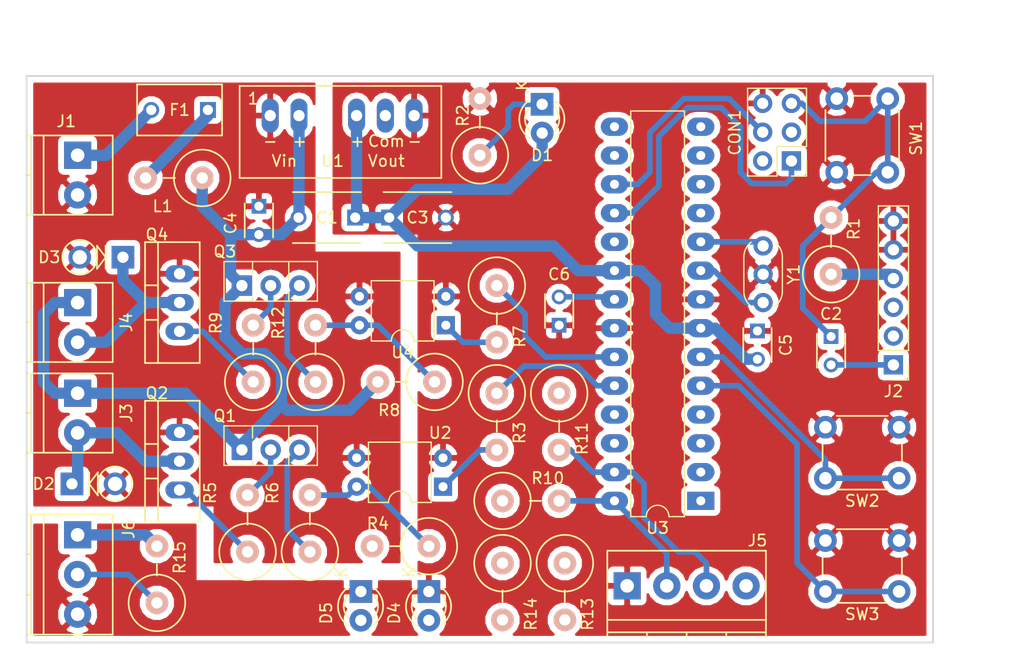
<source format=kicad_pcb>
(kicad_pcb (version 4) (host pcbnew 4.0.7)

  (general
    (links 102)
    (no_connects 17)
    (area 132.924999 78.924999 213.075001 129.075001)
    (thickness 1.6)
    (drawings 6)
    (tracks 161)
    (zones 0)
    (modules 47)
    (nets 41)
  )

  (page A4)
  (layers
    (0 F.Cu signal)
    (31 B.Cu signal)
    (32 B.Adhes user)
    (33 F.Adhes user)
    (34 B.Paste user)
    (35 F.Paste user)
    (36 B.SilkS user)
    (37 F.SilkS user)
    (38 B.Mask user)
    (39 F.Mask user)
    (40 Dwgs.User user)
    (41 Cmts.User user)
    (42 Eco1.User user)
    (43 Eco2.User user)
    (44 Edge.Cuts user)
    (45 Margin user)
    (46 B.CrtYd user)
    (47 F.CrtYd user)
    (48 B.Fab user)
    (49 F.Fab user)
  )

  (setup
    (last_trace_width 0.5)
    (trace_clearance 0.3)
    (zone_clearance 0.508)
    (zone_45_only no)
    (trace_min 0.2)
    (segment_width 0.2)
    (edge_width 0.15)
    (via_size 1)
    (via_drill 0.5)
    (via_min_size 0.4)
    (via_min_drill 0.3)
    (uvia_size 0.3)
    (uvia_drill 0.1)
    (uvias_allowed no)
    (uvia_min_size 0.2)
    (uvia_min_drill 0.1)
    (pcb_text_width 0.3)
    (pcb_text_size 1.5 1.5)
    (mod_edge_width 0.15)
    (mod_text_size 1 1)
    (mod_text_width 0.15)
    (pad_size 1.524 1.524)
    (pad_drill 0.762)
    (pad_to_mask_clearance 0.2)
    (aux_axis_origin 0 0)
    (visible_elements 7FFEFFFF)
    (pcbplotparams
      (layerselection 0x00030_80000001)
      (usegerberextensions false)
      (excludeedgelayer true)
      (linewidth 0.100000)
      (plotframeref false)
      (viasonmask false)
      (mode 1)
      (useauxorigin false)
      (hpglpennumber 1)
      (hpglpenspeed 20)
      (hpglpendiameter 15)
      (hpglpenoverlay 2)
      (psnegative false)
      (psa4output false)
      (plotreference true)
      (plotvalue true)
      (plotinvisibletext false)
      (padsonsilk false)
      (subtractmaskfromsilk false)
      (outputformat 1)
      (mirror false)
      (drillshape 1)
      (scaleselection 1)
      (outputdirectory ""))
  )

  (net 0 "")
  (net 1 +5V)
  (net 2 +12V)
  (net 3 /RESET)
  (net 4 DTR)
  (net 5 GND)
  (net 6 GNDPWR)
  (net 7 "Net-(C6-Pad2)")
  (net 8 MISO)
  (net 9 SCK)
  (net 10 MOSI)
  (net 11 "Net-(D1-Pad1)")
  (net 12 "Net-(D2-Pad1)")
  (net 13 "Net-(D3-Pad1)")
  (net 14 "Net-(D4-Pad2)")
  (net 15 "Net-(D5-Pad2)")
  (net 16 "Net-(F1-Pad1)")
  (net 17 "Net-(F1-Pad2)")
  (net 18 TXO)
  (net 19 RXI)
  (net 20 SDA)
  (net 21 SCL)
  (net 22 HALL)
  (net 23 "Net-(Q1-Pad2)")
  (net 24 "Net-(Q1-Pad3)")
  (net 25 "Net-(Q2-Pad1)")
  (net 26 "Net-(Q3-Pad2)")
  (net 27 "Net-(Q3-Pad3)")
  (net 28 "Net-(Q4-Pad1)")
  (net 29 IGN1)
  (net 30 "Net-(R3-Pad2)")
  (net 31 "Net-(R4-Pad1)")
  (net 32 IGN2)
  (net 33 "Net-(R7-Pad2)")
  (net 34 "Net-(R12-Pad2)")
  (net 35 A3)
  (net 36 A4)
  (net 37 "Net-(SW2-Pad1)")
  (net 38 "Net-(SW3-Pad1)")
  (net 39 "Net-(U3-Pad9)")
  (net 40 "Net-(U3-Pad10)")

  (net_class Default "This is the default net class."
    (clearance 0.3)
    (trace_width 0.5)
    (via_dia 1)
    (via_drill 0.5)
    (uvia_dia 0.3)
    (uvia_drill 0.1)
    (add_net /RESET)
    (add_net A3)
    (add_net A4)
    (add_net DTR)
    (add_net HALL)
    (add_net IGN1)
    (add_net IGN2)
    (add_net MISO)
    (add_net MOSI)
    (add_net "Net-(C6-Pad2)")
    (add_net "Net-(D1-Pad1)")
    (add_net "Net-(D4-Pad2)")
    (add_net "Net-(D5-Pad2)")
    (add_net "Net-(Q1-Pad2)")
    (add_net "Net-(Q1-Pad3)")
    (add_net "Net-(Q2-Pad1)")
    (add_net "Net-(Q3-Pad2)")
    (add_net "Net-(Q3-Pad3)")
    (add_net "Net-(Q4-Pad1)")
    (add_net "Net-(R12-Pad2)")
    (add_net "Net-(R3-Pad2)")
    (add_net "Net-(R4-Pad1)")
    (add_net "Net-(R7-Pad2)")
    (add_net "Net-(SW2-Pad1)")
    (add_net "Net-(SW3-Pad1)")
    (add_net "Net-(U3-Pad10)")
    (add_net "Net-(U3-Pad9)")
    (add_net RXI)
    (add_net SCK)
    (add_net SCL)
    (add_net SDA)
    (add_net TXO)
  )

  (net_class Power ""
    (clearance 0.3)
    (trace_width 1)
    (via_dia 1)
    (via_drill 0.5)
    (uvia_dia 0.3)
    (uvia_drill 0.1)
    (add_net +12V)
    (add_net +5V)
    (add_net GND)
    (add_net GNDPWR)
    (add_net "Net-(D2-Pad1)")
    (add_net "Net-(D3-Pad1)")
    (add_net "Net-(F1-Pad1)")
    (add_net "Net-(F1-Pad2)")
  )

  (module Capacitors_ThroughHole:C_Disc_D6_P5 (layer F.Cu) (tedit 59BBE49C) (tstamp 59DDCE5F)
    (at 162 91.5 180)
    (descr "Capacitor 6mm Disc, Pitch 5mm")
    (tags Capacitor)
    (path /59B918D9)
    (fp_text reference C1 (at 2.5 0 180) (layer F.SilkS)
      (effects (font (size 1 1) (thickness 0.15)))
    )
    (fp_text value "470pF / 4kVDC" (at 2.5 3.5 180) (layer F.Fab)
      (effects (font (size 1 1) (thickness 0.15)))
    )
    (fp_line (start -0.95 -2.5) (end 5.95 -2.5) (layer F.CrtYd) (width 0.05))
    (fp_line (start 5.95 -2.5) (end 5.95 2.5) (layer F.CrtYd) (width 0.05))
    (fp_line (start 5.95 2.5) (end -0.95 2.5) (layer F.CrtYd) (width 0.05))
    (fp_line (start -0.95 2.5) (end -0.95 -2.5) (layer F.CrtYd) (width 0.05))
    (fp_line (start -0.5 -2.25) (end 5.5 -2.25) (layer F.SilkS) (width 0.15))
    (fp_line (start 5.5 2.25) (end -0.5 2.25) (layer F.SilkS) (width 0.15))
    (pad 1 thru_hole rect (at 0 0 180) (size 1.4 1.4) (drill 0.9) (layers *.Cu *.Mask)
      (net 1 +5V))
    (pad 2 thru_hole circle (at 5 0 180) (size 1.4 1.4) (drill 0.9) (layers *.Cu *.Mask)
      (net 2 +12V))
    (model Capacitors_ThroughHole.3dshapes/C_Disc_D6_P5.wrl
      (at (xyz 0.0984252 0 0))
      (scale (xyz 1 1 1))
      (rotate (xyz 0 0 0))
    )
  )

  (module Capacitors_ThroughHole:C_Disc_D3_P2.5 (layer F.Cu) (tedit 59BFB1E3) (tstamp 59DDCE6B)
    (at 204 102 270)
    (descr "Capacitor 3mm Disc, Pitch 2.5mm")
    (tags Capacitor)
    (path /59BA5883)
    (fp_text reference C2 (at -2 0 360) (layer F.SilkS)
      (effects (font (size 1 1) (thickness 0.15)))
    )
    (fp_text value "100nF / 6V3" (at 1.25 2.5 270) (layer F.Fab)
      (effects (font (size 1 1) (thickness 0.15)))
    )
    (fp_line (start -0.9 -1.5) (end 3.4 -1.5) (layer F.CrtYd) (width 0.05))
    (fp_line (start 3.4 -1.5) (end 3.4 1.5) (layer F.CrtYd) (width 0.05))
    (fp_line (start 3.4 1.5) (end -0.9 1.5) (layer F.CrtYd) (width 0.05))
    (fp_line (start -0.9 1.5) (end -0.9 -1.5) (layer F.CrtYd) (width 0.05))
    (fp_line (start -0.25 -1.25) (end 2.75 -1.25) (layer F.SilkS) (width 0.15))
    (fp_line (start 2.75 1.25) (end -0.25 1.25) (layer F.SilkS) (width 0.15))
    (pad 1 thru_hole rect (at 0 0 270) (size 1.3 1.3) (drill 0.8) (layers *.Cu *.Mask)
      (net 3 /RESET))
    (pad 2 thru_hole circle (at 2.5 0 270) (size 1.3 1.3) (drill 0.8001) (layers *.Cu *.Mask)
      (net 4 DTR))
    (model Capacitors_ThroughHole.3dshapes/C_Disc_D3_P2.5.wrl
      (at (xyz 0.0492126 0 0))
      (scale (xyz 1 1 1))
      (rotate (xyz 0 0 0))
    )
  )

  (module Capacitors_ThroughHole:C_Disc_D6_P5 (layer F.Cu) (tedit 59BBE49A) (tstamp 59DDCE77)
    (at 165 91.5)
    (descr "Capacitor 6mm Disc, Pitch 5mm")
    (tags Capacitor)
    (path /59BA3691)
    (fp_text reference C3 (at 2.5 0) (layer F.SilkS)
      (effects (font (size 1 1) (thickness 0.15)))
    )
    (fp_text value "10uF / 6V3" (at 2.5 3.5) (layer F.Fab)
      (effects (font (size 1 1) (thickness 0.15)))
    )
    (fp_line (start -0.95 -2.5) (end 5.95 -2.5) (layer F.CrtYd) (width 0.05))
    (fp_line (start 5.95 -2.5) (end 5.95 2.5) (layer F.CrtYd) (width 0.05))
    (fp_line (start 5.95 2.5) (end -0.95 2.5) (layer F.CrtYd) (width 0.05))
    (fp_line (start -0.95 2.5) (end -0.95 -2.5) (layer F.CrtYd) (width 0.05))
    (fp_line (start -0.5 -2.25) (end 5.5 -2.25) (layer F.SilkS) (width 0.15))
    (fp_line (start 5.5 2.25) (end -0.5 2.25) (layer F.SilkS) (width 0.15))
    (pad 1 thru_hole rect (at 0 0) (size 1.4 1.4) (drill 0.9) (layers *.Cu *.Mask)
      (net 1 +5V))
    (pad 2 thru_hole circle (at 5 0) (size 1.4 1.4) (drill 0.9) (layers *.Cu *.Mask)
      (net 5 GND))
    (model Capacitors_ThroughHole.3dshapes/C_Disc_D6_P5.wrl
      (at (xyz 0.0984252 0 0))
      (scale (xyz 1 1 1))
      (rotate (xyz 0 0 0))
    )
  )

  (module Capacitors_ThroughHole:C_Disc_D3_P2.5 (layer F.Cu) (tedit 59BBE4A3) (tstamp 59DDCE83)
    (at 153.5 90.5 270)
    (descr "Capacitor 3mm Disc, Pitch 2.5mm")
    (tags Capacitor)
    (path /59B918A4)
    (fp_text reference C4 (at 1.5 2.5 270) (layer F.SilkS)
      (effects (font (size 1 1) (thickness 0.15)))
    )
    (fp_text value "2.2uF / 25V" (at 1.25 2.5 270) (layer F.Fab)
      (effects (font (size 1 1) (thickness 0.15)))
    )
    (fp_line (start -0.9 -1.5) (end 3.4 -1.5) (layer F.CrtYd) (width 0.05))
    (fp_line (start 3.4 -1.5) (end 3.4 1.5) (layer F.CrtYd) (width 0.05))
    (fp_line (start 3.4 1.5) (end -0.9 1.5) (layer F.CrtYd) (width 0.05))
    (fp_line (start -0.9 1.5) (end -0.9 -1.5) (layer F.CrtYd) (width 0.05))
    (fp_line (start -0.25 -1.25) (end 2.75 -1.25) (layer F.SilkS) (width 0.15))
    (fp_line (start 2.75 1.25) (end -0.25 1.25) (layer F.SilkS) (width 0.15))
    (pad 1 thru_hole rect (at 0 0 270) (size 1.3 1.3) (drill 0.8) (layers *.Cu *.Mask)
      (net 6 GNDPWR))
    (pad 2 thru_hole circle (at 2.5 0 270) (size 1.3 1.3) (drill 0.8001) (layers *.Cu *.Mask)
      (net 2 +12V))
    (model Capacitors_ThroughHole.3dshapes/C_Disc_D3_P2.5.wrl
      (at (xyz 0.0492126 0 0))
      (scale (xyz 1 1 1))
      (rotate (xyz 0 0 0))
    )
  )

  (module Capacitors_ThroughHole:C_Disc_D3_P2.5 (layer F.Cu) (tedit 0) (tstamp 59DDCE8F)
    (at 197.5 101.5 270)
    (descr "Capacitor 3mm Disc, Pitch 2.5mm")
    (tags Capacitor)
    (path /59BA3F1B)
    (fp_text reference C5 (at 1.25 -2.5 270) (layer F.SilkS)
      (effects (font (size 1 1) (thickness 0.15)))
    )
    (fp_text value "100nF / 6V3" (at 1.25 2.5 270) (layer F.Fab)
      (effects (font (size 1 1) (thickness 0.15)))
    )
    (fp_line (start -0.9 -1.5) (end 3.4 -1.5) (layer F.CrtYd) (width 0.05))
    (fp_line (start 3.4 -1.5) (end 3.4 1.5) (layer F.CrtYd) (width 0.05))
    (fp_line (start 3.4 1.5) (end -0.9 1.5) (layer F.CrtYd) (width 0.05))
    (fp_line (start -0.9 1.5) (end -0.9 -1.5) (layer F.CrtYd) (width 0.05))
    (fp_line (start -0.25 -1.25) (end 2.75 -1.25) (layer F.SilkS) (width 0.15))
    (fp_line (start 2.75 1.25) (end -0.25 1.25) (layer F.SilkS) (width 0.15))
    (pad 1 thru_hole rect (at 0 0 270) (size 1.3 1.3) (drill 0.8) (layers *.Cu *.Mask)
      (net 5 GND))
    (pad 2 thru_hole circle (at 2.5 0 270) (size 1.3 1.3) (drill 0.8001) (layers *.Cu *.Mask)
      (net 1 +5V))
    (model Capacitors_ThroughHole.3dshapes/C_Disc_D3_P2.5.wrl
      (at (xyz 0.0492126 0 0))
      (scale (xyz 1 1 1))
      (rotate (xyz 0 0 0))
    )
  )

  (module Capacitors_ThroughHole:C_Disc_D3_P2.5 (layer F.Cu) (tedit 59BFB23B) (tstamp 59DDCE9B)
    (at 180 101 90)
    (descr "Capacitor 3mm Disc, Pitch 2.5mm")
    (tags Capacitor)
    (path /59BA4166)
    (fp_text reference C6 (at 4.5 0 180) (layer F.SilkS)
      (effects (font (size 1 1) (thickness 0.15)))
    )
    (fp_text value "100nF / 6V3" (at 1.25 2.5 90) (layer F.Fab)
      (effects (font (size 1 1) (thickness 0.15)))
    )
    (fp_line (start -0.9 -1.5) (end 3.4 -1.5) (layer F.CrtYd) (width 0.05))
    (fp_line (start 3.4 -1.5) (end 3.4 1.5) (layer F.CrtYd) (width 0.05))
    (fp_line (start 3.4 1.5) (end -0.9 1.5) (layer F.CrtYd) (width 0.05))
    (fp_line (start -0.9 1.5) (end -0.9 -1.5) (layer F.CrtYd) (width 0.05))
    (fp_line (start -0.25 -1.25) (end 2.75 -1.25) (layer F.SilkS) (width 0.15))
    (fp_line (start 2.75 1.25) (end -0.25 1.25) (layer F.SilkS) (width 0.15))
    (pad 1 thru_hole rect (at 0 0 90) (size 1.3 1.3) (drill 0.8) (layers *.Cu *.Mask)
      (net 5 GND))
    (pad 2 thru_hole circle (at 2.5 0 90) (size 1.3 1.3) (drill 0.8001) (layers *.Cu *.Mask)
      (net 7 "Net-(C6-Pad2)"))
    (model Capacitors_ThroughHole.3dshapes/C_Disc_D3_P2.5.wrl
      (at (xyz 0.0492126 0 0))
      (scale (xyz 1 1 1))
      (rotate (xyz 0 0 0))
    )
  )

  (module Pin_Headers:Pin_Header_Straight_2x03_Pitch2.54mm (layer F.Cu) (tedit 59BFB1E6) (tstamp 59DDCEB7)
    (at 200.5 86.5 180)
    (descr "Through hole straight pin header, 2x03, 2.54mm pitch, double rows")
    (tags "Through hole pin header THT 2x03 2.54mm double row")
    (path /59BA9C4A)
    (fp_text reference CON1 (at 5 2.5 270) (layer F.SilkS)
      (effects (font (size 1 1) (thickness 0.15)))
    )
    (fp_text value AVR-ISP-6 (at 1.27 7.41 180) (layer F.Fab)
      (effects (font (size 1 1) (thickness 0.15)))
    )
    (fp_line (start 0 -1.27) (end 3.81 -1.27) (layer F.Fab) (width 0.1))
    (fp_line (start 3.81 -1.27) (end 3.81 6.35) (layer F.Fab) (width 0.1))
    (fp_line (start 3.81 6.35) (end -1.27 6.35) (layer F.Fab) (width 0.1))
    (fp_line (start -1.27 6.35) (end -1.27 0) (layer F.Fab) (width 0.1))
    (fp_line (start -1.27 0) (end 0 -1.27) (layer F.Fab) (width 0.1))
    (fp_line (start -1.33 6.41) (end 3.87 6.41) (layer F.SilkS) (width 0.12))
    (fp_line (start -1.33 1.27) (end -1.33 6.41) (layer F.SilkS) (width 0.12))
    (fp_line (start 3.87 -1.33) (end 3.87 6.41) (layer F.SilkS) (width 0.12))
    (fp_line (start -1.33 1.27) (end 1.27 1.27) (layer F.SilkS) (width 0.12))
    (fp_line (start 1.27 1.27) (end 1.27 -1.33) (layer F.SilkS) (width 0.12))
    (fp_line (start 1.27 -1.33) (end 3.87 -1.33) (layer F.SilkS) (width 0.12))
    (fp_line (start -1.33 0) (end -1.33 -1.33) (layer F.SilkS) (width 0.12))
    (fp_line (start -1.33 -1.33) (end 0 -1.33) (layer F.SilkS) (width 0.12))
    (fp_line (start -1.8 -1.8) (end -1.8 6.85) (layer F.CrtYd) (width 0.05))
    (fp_line (start -1.8 6.85) (end 4.35 6.85) (layer F.CrtYd) (width 0.05))
    (fp_line (start 4.35 6.85) (end 4.35 -1.8) (layer F.CrtYd) (width 0.05))
    (fp_line (start 4.35 -1.8) (end -1.8 -1.8) (layer F.CrtYd) (width 0.05))
    (fp_text user %R (at 1.27 2.54 270) (layer F.Fab)
      (effects (font (size 1 1) (thickness 0.15)))
    )
    (pad 1 thru_hole rect (at 0 0 180) (size 1.7 1.7) (drill 1) (layers *.Cu *.Mask)
      (net 8 MISO))
    (pad 2 thru_hole oval (at 2.54 0 180) (size 1.7 1.7) (drill 1) (layers *.Cu *.Mask)
      (net 1 +5V))
    (pad 3 thru_hole oval (at 0 2.54 180) (size 1.7 1.7) (drill 1) (layers *.Cu *.Mask)
      (net 9 SCK))
    (pad 4 thru_hole oval (at 2.54 2.54 180) (size 1.7 1.7) (drill 1) (layers *.Cu *.Mask)
      (net 10 MOSI))
    (pad 5 thru_hole oval (at 0 5.08 180) (size 1.7 1.7) (drill 1) (layers *.Cu *.Mask)
      (net 3 /RESET))
    (pad 6 thru_hole oval (at 2.54 5.08 180) (size 1.7 1.7) (drill 1) (layers *.Cu *.Mask)
      (net 5 GND))
    (model ${KISYS3DMOD}/Pin_Headers.3dshapes/Pin_Header_Straight_2x03_Pitch2.54mm.wrl
      (at (xyz 0 0 0))
      (scale (xyz 1 1 1))
      (rotate (xyz 0 0 0))
    )
  )

  (module LEDs:LED-3MM (layer F.Cu) (tedit 59BFB241) (tstamp 59DDCEC8)
    (at 178.5 81.5 270)
    (descr "LED 3mm round vertical")
    (tags "LED  3mm round vertical")
    (path /59BA8B16)
    (fp_text reference D1 (at 4.5 0 360) (layer F.SilkS)
      (effects (font (size 1 1) (thickness 0.15)))
    )
    (fp_text value LTL-4221 (at 1.3 -2.9 270) (layer F.Fab)
      (effects (font (size 1 1) (thickness 0.15)))
    )
    (fp_line (start -1.2 2.3) (end 3.8 2.3) (layer F.CrtYd) (width 0.05))
    (fp_line (start 3.8 2.3) (end 3.8 -2.2) (layer F.CrtYd) (width 0.05))
    (fp_line (start 3.8 -2.2) (end -1.2 -2.2) (layer F.CrtYd) (width 0.05))
    (fp_line (start -1.2 -2.2) (end -1.2 2.3) (layer F.CrtYd) (width 0.05))
    (fp_line (start -0.199 1.314) (end -0.199 1.114) (layer F.SilkS) (width 0.15))
    (fp_line (start -0.199 -1.28) (end -0.199 -1.1) (layer F.SilkS) (width 0.15))
    (fp_arc (start 1.301 0.034) (end -0.199 -1.286) (angle 108.5) (layer F.SilkS) (width 0.15))
    (fp_arc (start 1.301 0.034) (end 0.25 -1.1) (angle 85.7) (layer F.SilkS) (width 0.15))
    (fp_arc (start 1.311 0.034) (end 3.051 0.994) (angle 110) (layer F.SilkS) (width 0.15))
    (fp_arc (start 1.301 0.034) (end 2.335 1.094) (angle 87.5) (layer F.SilkS) (width 0.15))
    (fp_text user K (at -1.69 1.74 270) (layer F.SilkS)
      (effects (font (size 1 1) (thickness 0.15)))
    )
    (pad 1 thru_hole rect (at 0 0) (size 2 2) (drill 1.00076) (layers *.Cu *.Mask)
      (net 11 "Net-(D1-Pad1)"))
    (pad 2 thru_hole circle (at 2.54 0 270) (size 2 2) (drill 1.00076) (layers *.Cu *.Mask)
      (net 1 +5V))
    (model LEDs.3dshapes/LED-3MM.wrl
      (at (xyz 0.05 0 0))
      (scale (xyz 1 1 1))
      (rotate (xyz 0 0 90))
    )
  )

  (module Diodes_ThroughHole:Diode_DO-41_SOD81_Vertical_KathodeUp (layer F.Cu) (tedit 59BFB215) (tstamp 59DDCED3)
    (at 137 115)
    (descr "Diode, DO-41, SOD81, Vertica,l Anode Up,")
    (tags "Diode, DO-41, SOD81, Vertical, Anode Up, 1N4007, SB140,")
    (path /59B8F182)
    (fp_text reference D2 (at -2.5 0) (layer F.SilkS)
      (effects (font (size 1 1) (thickness 0.15)))
    )
    (fp_text value 1N4007 (at 0 -2.7) (layer F.Fab)
      (effects (font (size 1 1) (thickness 0.15)))
    )
    (fp_circle (center 3.81 0) (end 2.413 0.635) (layer F.SilkS) (width 0.15))
    (fp_line (start 2.286 -1.016) (end 2.286 1.016) (layer F.SilkS) (width 0.15))
    (fp_line (start 1.524 0) (end 2.286 1.016) (layer F.SilkS) (width 0.15))
    (fp_line (start 2.286 -1.016) (end 1.524 0) (layer F.SilkS) (width 0.15))
    (fp_line (start 1.524 -1.016) (end 1.524 1.016) (layer F.SilkS) (width 0.15))
    (pad 2 thru_hole circle (at 3.81 0 180) (size 1.99898 1.99898) (drill 1.27) (layers *.Cu *.Mask)
      (net 6 GNDPWR))
    (pad 1 thru_hole rect (at 0 0 180) (size 1.99898 1.99898) (drill 1.00076) (layers *.Cu *.Mask)
      (net 12 "Net-(D2-Pad1)"))
  )

  (module Diodes_ThroughHole:Diode_DO-41_SOD81_Vertical_KathodeUp (layer F.Cu) (tedit 59BFB219) (tstamp 59DDCEDE)
    (at 141.5 95 180)
    (descr "Diode, DO-41, SOD81, Vertica,l Anode Up,")
    (tags "Diode, DO-41, SOD81, Vertical, Anode Up, 1N4007, SB140,")
    (path /59BD1077)
    (fp_text reference D3 (at 6.5 0 180) (layer F.SilkS)
      (effects (font (size 1 1) (thickness 0.15)))
    )
    (fp_text value 1N4007 (at 0 -2.7 180) (layer F.Fab)
      (effects (font (size 1 1) (thickness 0.15)))
    )
    (fp_circle (center 3.81 0) (end 2.413 0.635) (layer F.SilkS) (width 0.15))
    (fp_line (start 2.286 -1.016) (end 2.286 1.016) (layer F.SilkS) (width 0.15))
    (fp_line (start 1.524 0) (end 2.286 1.016) (layer F.SilkS) (width 0.15))
    (fp_line (start 2.286 -1.016) (end 1.524 0) (layer F.SilkS) (width 0.15))
    (fp_line (start 1.524 -1.016) (end 1.524 1.016) (layer F.SilkS) (width 0.15))
    (pad 2 thru_hole circle (at 3.81 0) (size 1.99898 1.99898) (drill 1.27) (layers *.Cu *.Mask)
      (net 6 GNDPWR))
    (pad 1 thru_hole rect (at 0 0) (size 1.99898 1.99898) (drill 1.00076) (layers *.Cu *.Mask)
      (net 13 "Net-(D3-Pad1)"))
  )

  (module LEDs:LED-3MM (layer F.Cu) (tedit 559B82F6) (tstamp 59DDCEEF)
    (at 168.5 124.5 270)
    (descr "LED 3mm round vertical")
    (tags "LED  3mm round vertical")
    (path /59B9004A)
    (fp_text reference D4 (at 1.91 3.06 270) (layer F.SilkS)
      (effects (font (size 1 1) (thickness 0.15)))
    )
    (fp_text value LTL-4231N (at 1.3 -2.9 270) (layer F.Fab)
      (effects (font (size 1 1) (thickness 0.15)))
    )
    (fp_line (start -1.2 2.3) (end 3.8 2.3) (layer F.CrtYd) (width 0.05))
    (fp_line (start 3.8 2.3) (end 3.8 -2.2) (layer F.CrtYd) (width 0.05))
    (fp_line (start 3.8 -2.2) (end -1.2 -2.2) (layer F.CrtYd) (width 0.05))
    (fp_line (start -1.2 -2.2) (end -1.2 2.3) (layer F.CrtYd) (width 0.05))
    (fp_line (start -0.199 1.314) (end -0.199 1.114) (layer F.SilkS) (width 0.15))
    (fp_line (start -0.199 -1.28) (end -0.199 -1.1) (layer F.SilkS) (width 0.15))
    (fp_arc (start 1.301 0.034) (end -0.199 -1.286) (angle 108.5) (layer F.SilkS) (width 0.15))
    (fp_arc (start 1.301 0.034) (end 0.25 -1.1) (angle 85.7) (layer F.SilkS) (width 0.15))
    (fp_arc (start 1.311 0.034) (end 3.051 0.994) (angle 110) (layer F.SilkS) (width 0.15))
    (fp_arc (start 1.301 0.034) (end 2.335 1.094) (angle 87.5) (layer F.SilkS) (width 0.15))
    (fp_text user K (at -1.69 1.74 270) (layer F.SilkS)
      (effects (font (size 1 1) (thickness 0.15)))
    )
    (pad 1 thru_hole rect (at 0 0) (size 2 2) (drill 1.00076) (layers *.Cu *.Mask)
      (net 5 GND))
    (pad 2 thru_hole circle (at 2.54 0 270) (size 2 2) (drill 1.00076) (layers *.Cu *.Mask)
      (net 14 "Net-(D4-Pad2)"))
    (model LEDs.3dshapes/LED-3MM.wrl
      (at (xyz 0.05 0 0))
      (scale (xyz 1 1 1))
      (rotate (xyz 0 0 90))
    )
  )

  (module LEDs:LED-3MM (layer F.Cu) (tedit 559B82F6) (tstamp 59DDCF00)
    (at 162.5 124.5 270)
    (descr "LED 3mm round vertical")
    (tags "LED  3mm round vertical")
    (path /59B900A3)
    (fp_text reference D5 (at 1.91 3.06 270) (layer F.SilkS)
      (effects (font (size 1 1) (thickness 0.15)))
    )
    (fp_text value LTL-4251N (at 1.3 -2.9 270) (layer F.Fab)
      (effects (font (size 1 1) (thickness 0.15)))
    )
    (fp_line (start -1.2 2.3) (end 3.8 2.3) (layer F.CrtYd) (width 0.05))
    (fp_line (start 3.8 2.3) (end 3.8 -2.2) (layer F.CrtYd) (width 0.05))
    (fp_line (start 3.8 -2.2) (end -1.2 -2.2) (layer F.CrtYd) (width 0.05))
    (fp_line (start -1.2 -2.2) (end -1.2 2.3) (layer F.CrtYd) (width 0.05))
    (fp_line (start -0.199 1.314) (end -0.199 1.114) (layer F.SilkS) (width 0.15))
    (fp_line (start -0.199 -1.28) (end -0.199 -1.1) (layer F.SilkS) (width 0.15))
    (fp_arc (start 1.301 0.034) (end -0.199 -1.286) (angle 108.5) (layer F.SilkS) (width 0.15))
    (fp_arc (start 1.301 0.034) (end 0.25 -1.1) (angle 85.7) (layer F.SilkS) (width 0.15))
    (fp_arc (start 1.311 0.034) (end 3.051 0.994) (angle 110) (layer F.SilkS) (width 0.15))
    (fp_arc (start 1.301 0.034) (end 2.335 1.094) (angle 87.5) (layer F.SilkS) (width 0.15))
    (fp_text user K (at -1.69 1.74 270) (layer F.SilkS)
      (effects (font (size 1 1) (thickness 0.15)))
    )
    (pad 1 thru_hole rect (at 0 0) (size 2 2) (drill 1.00076) (layers *.Cu *.Mask)
      (net 5 GND))
    (pad 2 thru_hole circle (at 2.54 0 270) (size 2 2) (drill 1.00076) (layers *.Cu *.Mask)
      (net 15 "Net-(D5-Pad2)"))
    (model LEDs.3dshapes/LED-3MM.wrl
      (at (xyz 0.05 0 0))
      (scale (xyz 1 1 1))
      (rotate (xyz 0 0 90))
    )
  )

  (module Capacitors_ThroughHole:C_Disc_D7.5_P5 (layer F.Cu) (tedit 59BBE4AD) (tstamp 59DDCF0E)
    (at 149 82 180)
    (descr "Capacitor 7.5mm Disc, Pitch 5mm")
    (tags Capacitor)
    (path /59BA2DDF)
    (fp_text reference F1 (at 2.5 0 180) (layer F.SilkS)
      (effects (font (size 1 1) (thickness 0.15)))
    )
    (fp_text value MF-R030 (at 2.5 3.5 180) (layer F.Fab)
      (effects (font (size 1 1) (thickness 0.15)))
    )
    (fp_line (start -1.5 -2.5) (end 6.5 -2.5) (layer F.CrtYd) (width 0.05))
    (fp_line (start 6.5 -2.5) (end 6.5 2.5) (layer F.CrtYd) (width 0.05))
    (fp_line (start 6.5 2.5) (end -1.5 2.5) (layer F.CrtYd) (width 0.05))
    (fp_line (start -1.5 2.5) (end -1.5 -2.5) (layer F.CrtYd) (width 0.05))
    (fp_line (start -1.25 -2.25) (end 6.25 -2.25) (layer F.SilkS) (width 0.15))
    (fp_line (start 6.25 -2.25) (end 6.25 2.25) (layer F.SilkS) (width 0.15))
    (fp_line (start 6.25 2.25) (end -1.25 2.25) (layer F.SilkS) (width 0.15))
    (fp_line (start -1.25 2.25) (end -1.25 -2.25) (layer F.SilkS) (width 0.15))
    (pad 1 thru_hole rect (at 0 0 180) (size 1.4 1.4) (drill 0.9) (layers *.Cu *.Mask)
      (net 16 "Net-(F1-Pad1)"))
    (pad 2 thru_hole circle (at 5 0 180) (size 1.4 1.4) (drill 0.9) (layers *.Cu *.Mask)
      (net 17 "Net-(F1-Pad2)"))
    (model Capacitors_ThroughHole.3dshapes/C_Disc_D7.5_P5.wrl
      (at (xyz 0.0984252 0 0))
      (scale (xyz 1 1 1))
      (rotate (xyz 0 0 0))
    )
  )

  (module Terminal_Blocks:TerminalBlock_Pheonix_PT-3.5mm_2pol (layer F.Cu) (tedit 59BBE4B1) (tstamp 59DDCF1E)
    (at 137.5 86 270)
    (descr "2-way 3.5mm pitch terminal block, Phoenix PT series")
    (path /59BA2C10)
    (fp_text reference J1 (at -3 1 360) (layer F.SilkS)
      (effects (font (size 1 1) (thickness 0.15)))
    )
    (fp_text value Screw_Terminal_01x02 (at 1.75 6 270) (layer F.Fab)
      (effects (font (size 1 1) (thickness 0.15)))
    )
    (fp_line (start -1.9 -3.3) (end 5.4 -3.3) (layer F.CrtYd) (width 0.05))
    (fp_line (start -1.9 4.7) (end -1.9 -3.3) (layer F.CrtYd) (width 0.05))
    (fp_line (start 5.4 4.7) (end -1.9 4.7) (layer F.CrtYd) (width 0.05))
    (fp_line (start 5.4 -3.3) (end 5.4 4.7) (layer F.CrtYd) (width 0.05))
    (fp_line (start 1.75 4.1) (end 1.75 4.5) (layer F.SilkS) (width 0.15))
    (fp_line (start -1.75 3) (end 5.25 3) (layer F.SilkS) (width 0.15))
    (fp_line (start -1.75 4.1) (end 5.25 4.1) (layer F.SilkS) (width 0.15))
    (fp_line (start -1.75 -3.1) (end -1.75 4.5) (layer F.SilkS) (width 0.15))
    (fp_line (start 5.25 4.5) (end 5.25 -3.1) (layer F.SilkS) (width 0.15))
    (fp_line (start 5.25 -3.1) (end -1.75 -3.1) (layer F.SilkS) (width 0.15))
    (pad 2 thru_hole circle (at 3.5 0 270) (size 2.4 2.4) (drill 1.2) (layers *.Cu *.Mask)
      (net 6 GNDPWR))
    (pad 1 thru_hole rect (at 0 0 270) (size 2.4 2.4) (drill 1.2) (layers *.Cu *.Mask)
      (net 17 "Net-(F1-Pad2)"))
    (model Terminal_Blocks.3dshapes/TerminalBlock_Pheonix_PT-3.5mm_2pol.wrl
      (at (xyz 0 0 0))
      (scale (xyz 1 1 1))
      (rotate (xyz 0 0 0))
    )
  )

  (module Pin_Headers:Pin_Header_Straight_1x06_Pitch2.54mm (layer F.Cu) (tedit 59650532) (tstamp 59DDCF38)
    (at 209.5 104.5 180)
    (descr "Through hole straight pin header, 1x06, 2.54mm pitch, single row")
    (tags "Through hole pin header THT 1x06 2.54mm single row")
    (path /59BA75C1)
    (fp_text reference J2 (at 0 -2.33 180) (layer F.SilkS)
      (effects (font (size 1 1) (thickness 0.15)))
    )
    (fp_text value Conn_01x06 (at 0 15.03 180) (layer F.Fab)
      (effects (font (size 1 1) (thickness 0.15)))
    )
    (fp_line (start -0.635 -1.27) (end 1.27 -1.27) (layer F.Fab) (width 0.1))
    (fp_line (start 1.27 -1.27) (end 1.27 13.97) (layer F.Fab) (width 0.1))
    (fp_line (start 1.27 13.97) (end -1.27 13.97) (layer F.Fab) (width 0.1))
    (fp_line (start -1.27 13.97) (end -1.27 -0.635) (layer F.Fab) (width 0.1))
    (fp_line (start -1.27 -0.635) (end -0.635 -1.27) (layer F.Fab) (width 0.1))
    (fp_line (start -1.33 14.03) (end 1.33 14.03) (layer F.SilkS) (width 0.12))
    (fp_line (start -1.33 1.27) (end -1.33 14.03) (layer F.SilkS) (width 0.12))
    (fp_line (start 1.33 1.27) (end 1.33 14.03) (layer F.SilkS) (width 0.12))
    (fp_line (start -1.33 1.27) (end 1.33 1.27) (layer F.SilkS) (width 0.12))
    (fp_line (start -1.33 0) (end -1.33 -1.33) (layer F.SilkS) (width 0.12))
    (fp_line (start -1.33 -1.33) (end 0 -1.33) (layer F.SilkS) (width 0.12))
    (fp_line (start -1.8 -1.8) (end -1.8 14.5) (layer F.CrtYd) (width 0.05))
    (fp_line (start -1.8 14.5) (end 1.8 14.5) (layer F.CrtYd) (width 0.05))
    (fp_line (start 1.8 14.5) (end 1.8 -1.8) (layer F.CrtYd) (width 0.05))
    (fp_line (start 1.8 -1.8) (end -1.8 -1.8) (layer F.CrtYd) (width 0.05))
    (fp_text user %R (at 0 6.35 270) (layer F.Fab)
      (effects (font (size 1 1) (thickness 0.15)))
    )
    (pad 1 thru_hole rect (at 0 0 180) (size 1.7 1.7) (drill 1) (layers *.Cu *.Mask)
      (net 4 DTR))
    (pad 2 thru_hole oval (at 0 2.54 180) (size 1.7 1.7) (drill 1) (layers *.Cu *.Mask)
      (net 18 TXO))
    (pad 3 thru_hole oval (at 0 5.08 180) (size 1.7 1.7) (drill 1) (layers *.Cu *.Mask)
      (net 19 RXI))
    (pad 4 thru_hole oval (at 0 7.62 180) (size 1.7 1.7) (drill 1) (layers *.Cu *.Mask)
      (net 1 +5V))
    (pad 5 thru_hole oval (at 0 10.16 180) (size 1.7 1.7) (drill 1) (layers *.Cu *.Mask)
      (net 5 GND))
    (pad 6 thru_hole oval (at 0 12.7 180) (size 1.7 1.7) (drill 1) (layers *.Cu *.Mask)
      (net 5 GND))
    (model ${KISYS3DMOD}/Pin_Headers.3dshapes/Pin_Header_Straight_1x06_Pitch2.54mm.wrl
      (at (xyz 0 0 0))
      (scale (xyz 1 1 1))
      (rotate (xyz 0 0 0))
    )
  )

  (module Terminal_Blocks:TerminalBlock_Pheonix_PT-3.5mm_2pol (layer F.Cu) (tedit 0) (tstamp 59DDCF48)
    (at 137.5 107 270)
    (descr "2-way 3.5mm pitch terminal block, Phoenix PT series")
    (path /59BAFA8E)
    (fp_text reference J3 (at 1.75 -4.3 270) (layer F.SilkS)
      (effects (font (size 1 1) (thickness 0.15)))
    )
    (fp_text value Screw_Terminal_01x02 (at 1.75 6 270) (layer F.Fab)
      (effects (font (size 1 1) (thickness 0.15)))
    )
    (fp_line (start -1.9 -3.3) (end 5.4 -3.3) (layer F.CrtYd) (width 0.05))
    (fp_line (start -1.9 4.7) (end -1.9 -3.3) (layer F.CrtYd) (width 0.05))
    (fp_line (start 5.4 4.7) (end -1.9 4.7) (layer F.CrtYd) (width 0.05))
    (fp_line (start 5.4 -3.3) (end 5.4 4.7) (layer F.CrtYd) (width 0.05))
    (fp_line (start 1.75 4.1) (end 1.75 4.5) (layer F.SilkS) (width 0.15))
    (fp_line (start -1.75 3) (end 5.25 3) (layer F.SilkS) (width 0.15))
    (fp_line (start -1.75 4.1) (end 5.25 4.1) (layer F.SilkS) (width 0.15))
    (fp_line (start -1.75 -3.1) (end -1.75 4.5) (layer F.SilkS) (width 0.15))
    (fp_line (start 5.25 4.5) (end 5.25 -3.1) (layer F.SilkS) (width 0.15))
    (fp_line (start 5.25 -3.1) (end -1.75 -3.1) (layer F.SilkS) (width 0.15))
    (pad 2 thru_hole circle (at 3.5 0 270) (size 2.4 2.4) (drill 1.2) (layers *.Cu *.Mask)
      (net 12 "Net-(D2-Pad1)"))
    (pad 1 thru_hole rect (at 0 0 270) (size 2.4 2.4) (drill 1.2) (layers *.Cu *.Mask)
      (net 2 +12V))
    (model Terminal_Blocks.3dshapes/TerminalBlock_Pheonix_PT-3.5mm_2pol.wrl
      (at (xyz 0 0 0))
      (scale (xyz 1 1 1))
      (rotate (xyz 0 0 0))
    )
  )

  (module Terminal_Blocks:TerminalBlock_Pheonix_PT-3.5mm_2pol (layer F.Cu) (tedit 0) (tstamp 59DDCF58)
    (at 137.5 99 270)
    (descr "2-way 3.5mm pitch terminal block, Phoenix PT series")
    (path /59BC003D)
    (fp_text reference J4 (at 1.75 -4.3 270) (layer F.SilkS)
      (effects (font (size 1 1) (thickness 0.15)))
    )
    (fp_text value Screw_Terminal_01x02 (at 1.75 6 270) (layer F.Fab)
      (effects (font (size 1 1) (thickness 0.15)))
    )
    (fp_line (start -1.9 -3.3) (end 5.4 -3.3) (layer F.CrtYd) (width 0.05))
    (fp_line (start -1.9 4.7) (end -1.9 -3.3) (layer F.CrtYd) (width 0.05))
    (fp_line (start 5.4 4.7) (end -1.9 4.7) (layer F.CrtYd) (width 0.05))
    (fp_line (start 5.4 -3.3) (end 5.4 4.7) (layer F.CrtYd) (width 0.05))
    (fp_line (start 1.75 4.1) (end 1.75 4.5) (layer F.SilkS) (width 0.15))
    (fp_line (start -1.75 3) (end 5.25 3) (layer F.SilkS) (width 0.15))
    (fp_line (start -1.75 4.1) (end 5.25 4.1) (layer F.SilkS) (width 0.15))
    (fp_line (start -1.75 -3.1) (end -1.75 4.5) (layer F.SilkS) (width 0.15))
    (fp_line (start 5.25 4.5) (end 5.25 -3.1) (layer F.SilkS) (width 0.15))
    (fp_line (start 5.25 -3.1) (end -1.75 -3.1) (layer F.SilkS) (width 0.15))
    (pad 2 thru_hole circle (at 3.5 0 270) (size 2.4 2.4) (drill 1.2) (layers *.Cu *.Mask)
      (net 13 "Net-(D3-Pad1)"))
    (pad 1 thru_hole rect (at 0 0 270) (size 2.4 2.4) (drill 1.2) (layers *.Cu *.Mask)
      (net 2 +12V))
    (model Terminal_Blocks.3dshapes/TerminalBlock_Pheonix_PT-3.5mm_2pol.wrl
      (at (xyz 0 0 0))
      (scale (xyz 1 1 1))
      (rotate (xyz 0 0 0))
    )
  )

  (module Terminal_Blocks:TerminalBlock_Pheonix_PT-3.5mm_4pol (layer F.Cu) (tedit 59BFB24D) (tstamp 59DDCF6C)
    (at 186 124)
    (descr "4-way 3.5mm pitch terminal block, Phoenix PT series")
    (path /59BBB6D5)
    (fp_text reference J5 (at 11.5 -4) (layer F.SilkS)
      (effects (font (size 1 1) (thickness 0.15)))
    )
    (fp_text value Screw_Terminal_01x04 (at 5.25 6) (layer F.Fab)
      (effects (font (size 1 1) (thickness 0.15)))
    )
    (fp_line (start -1.9 -3.3) (end 12.4 -3.3) (layer F.CrtYd) (width 0.05))
    (fp_line (start -1.9 4.7) (end -1.9 -3.3) (layer F.CrtYd) (width 0.05))
    (fp_line (start 12.4 4.7) (end -1.9 4.7) (layer F.CrtYd) (width 0.05))
    (fp_line (start 12.4 -3.3) (end 12.4 4.7) (layer F.CrtYd) (width 0.05))
    (fp_line (start 1.75 4.1) (end 1.75 4.5) (layer F.SilkS) (width 0.15))
    (fp_line (start 5.25 4.1) (end 5.25 4.5) (layer F.SilkS) (width 0.15))
    (fp_line (start 8.75 4.1) (end 8.75 4.5) (layer F.SilkS) (width 0.15))
    (fp_line (start -1.75 3) (end 12.25 3) (layer F.SilkS) (width 0.15))
    (fp_line (start -1.75 4.1) (end 12.25 4.1) (layer F.SilkS) (width 0.15))
    (fp_line (start -1.75 -3.1) (end -1.75 4.5) (layer F.SilkS) (width 0.15))
    (fp_line (start 12.25 4.5) (end 12.25 -3.1) (layer F.SilkS) (width 0.15))
    (fp_line (start 12.25 -3.1) (end -1.75 -3.1) (layer F.SilkS) (width 0.15))
    (pad 3 thru_hole circle (at 7 0) (size 2.4 2.4) (drill 1.2) (layers *.Cu *.Mask)
      (net 20 SDA))
    (pad 4 thru_hole circle (at 10.5 0) (size 2.4 2.4) (drill 1.2) (layers *.Cu *.Mask)
      (net 1 +5V))
    (pad 2 thru_hole circle (at 3.5 0) (size 2.4 2.4) (drill 1.2) (layers *.Cu *.Mask)
      (net 21 SCL))
    (pad 1 thru_hole rect (at 0 0) (size 2.4 2.4) (drill 1.2) (layers *.Cu *.Mask)
      (net 5 GND))
    (model Terminal_Blocks.3dshapes/TerminalBlock_Pheonix_PT-3.5mm_4pol.wrl
      (at (xyz 0 0 0))
      (scale (xyz 1 1 1))
      (rotate (xyz 0 0 0))
    )
  )

  (module Terminal_Blocks:TerminalBlock_Pheonix_PT-3.5mm_3pol (layer F.Cu) (tedit 59BFB209) (tstamp 59DDCF7E)
    (at 137.5 119.5 270)
    (descr "3-way 3.5mm pitch terminal block, Phoenix PT series")
    (path /59BB681F)
    (fp_text reference J6 (at -0.5 -4.5 270) (layer F.SilkS)
      (effects (font (size 1 1) (thickness 0.15)))
    )
    (fp_text value Screw_Terminal_01x03 (at 3.5 6 270) (layer F.Fab)
      (effects (font (size 1 1) (thickness 0.15)))
    )
    (fp_line (start -2 -3.3) (end 9 -3.3) (layer F.CrtYd) (width 0.05))
    (fp_line (start -2 4.7) (end -2 -3.3) (layer F.CrtYd) (width 0.05))
    (fp_line (start 9 4.7) (end -2 4.7) (layer F.CrtYd) (width 0.05))
    (fp_line (start 9 -3.3) (end 9 4.7) (layer F.CrtYd) (width 0.05))
    (fp_line (start 1.7 4.1) (end 1.7 4.5) (layer F.SilkS) (width 0.15))
    (fp_line (start 5.3 4.1) (end 5.3 4.5) (layer F.SilkS) (width 0.15))
    (fp_line (start -1.8 3) (end 8.8 3) (layer F.SilkS) (width 0.15))
    (fp_line (start -1.8 4.1) (end 8.8 4.1) (layer F.SilkS) (width 0.15))
    (fp_line (start -1.8 -3.1) (end -1.8 4.5) (layer F.SilkS) (width 0.15))
    (fp_line (start 8.8 4.5) (end 8.8 -3.1) (layer F.SilkS) (width 0.15))
    (fp_line (start 8.8 -3.1) (end -1.8 -3.1) (layer F.SilkS) (width 0.15))
    (pad 2 thru_hole circle (at 3.5 0 270) (size 2.4 2.4) (drill 1.2) (layers *.Cu *.Mask)
      (net 22 HALL))
    (pad 3 thru_hole circle (at 7 0 270) (size 2.4 2.4) (drill 1.2) (layers *.Cu *.Mask)
      (net 5 GND))
    (pad 1 thru_hole rect (at 0 0 270) (size 2.4 2.4) (drill 1.2) (layers *.Cu *.Mask)
      (net 1 +5V))
    (model Terminal_Blocks.3dshapes/TerminalBlock_Pheonix_PT-3.5mm_3pol.wrl
      (at (xyz 0 0 0))
      (scale (xyz 1 1 1))
      (rotate (xyz 0 0 0))
    )
  )

  (module Resistors_ThroughHole:Resistor_Vertical_RM5mm (layer F.Cu) (tedit 59BBE4AA) (tstamp 59DDCF86)
    (at 146 88 180)
    (descr "Resistor, Vertical, RM 5mm, 1/3W,")
    (tags "Resistor, Vertical, RM 5mm, 1/3W,")
    (path /59B91833)
    (fp_text reference L1 (at 1 -2.5 180) (layer F.SilkS)
      (effects (font (size 1 1) (thickness 0.15)))
    )
    (fp_text value SMCC/N-100K-02 (at 0 4.50088 180) (layer F.Fab)
      (effects (font (size 1 1) (thickness 0.15)))
    )
    (fp_line (start -0.09906 0) (end 0.9017 0) (layer F.SilkS) (width 0.15))
    (fp_circle (center -2.49936 0) (end 0 0) (layer F.SilkS) (width 0.15))
    (pad 1 thru_hole circle (at -2.49936 0 180) (size 1.99898 1.99898) (drill 1.00076) (layers *.Cu *.SilkS *.Mask)
      (net 2 +12V))
    (pad 2 thru_hole circle (at 2.5019 0 180) (size 1.99898 1.99898) (drill 1.00076) (layers *.Cu *.SilkS *.Mask)
      (net 16 "Net-(F1-Pad1)"))
  )

  (module TO_SOT_Packages_THT:TO-126_Vertical (layer F.Cu) (tedit 59BFB229) (tstamp 59DDCFA0)
    (at 152 112)
    (descr "TO-126, Vertical, RM 2.54mm")
    (tags "TO-126 Vertical RM 2.54mm")
    (path /59BC95ED)
    (fp_text reference Q1 (at -1.5 -3) (layer F.SilkS)
      (effects (font (size 1 1) (thickness 0.15)))
    )
    (fp_text value BD14016S (at 2.54 3.27) (layer F.Fab)
      (effects (font (size 1 1) (thickness 0.15)))
    )
    (fp_text user %R (at -1.5 -3) (layer F.Fab)
      (effects (font (size 1 1) (thickness 0.15)))
    )
    (fp_line (start -1.46 -2) (end -1.46 1.25) (layer F.Fab) (width 0.1))
    (fp_line (start -1.46 1.25) (end 6.54 1.25) (layer F.Fab) (width 0.1))
    (fp_line (start 6.54 1.25) (end 6.54 -2) (layer F.Fab) (width 0.1))
    (fp_line (start 6.54 -2) (end -1.46 -2) (layer F.Fab) (width 0.1))
    (fp_line (start 0.94 -2) (end 0.94 1.25) (layer F.Fab) (width 0.1))
    (fp_line (start 4.14 -2) (end 4.14 1.25) (layer F.Fab) (width 0.1))
    (fp_line (start -1.58 -2.12) (end 6.66 -2.12) (layer F.SilkS) (width 0.12))
    (fp_line (start -1.58 1.37) (end 6.66 1.37) (layer F.SilkS) (width 0.12))
    (fp_line (start -1.58 -2.12) (end -1.58 1.37) (layer F.SilkS) (width 0.12))
    (fp_line (start 6.66 -2.12) (end 6.66 1.37) (layer F.SilkS) (width 0.12))
    (fp_line (start 0.94 -2.12) (end 0.94 -1.05) (layer F.SilkS) (width 0.12))
    (fp_line (start 0.94 1.05) (end 0.94 1.37) (layer F.SilkS) (width 0.12))
    (fp_line (start 4.141 -2.12) (end 4.141 -0.54) (layer F.SilkS) (width 0.12))
    (fp_line (start 4.141 0.54) (end 4.141 1.37) (layer F.SilkS) (width 0.12))
    (fp_line (start -1.71 -2.25) (end -1.71 1.5) (layer F.CrtYd) (width 0.05))
    (fp_line (start -1.71 1.5) (end 6.79 1.5) (layer F.CrtYd) (width 0.05))
    (fp_line (start 6.79 1.5) (end 6.79 -2.25) (layer F.CrtYd) (width 0.05))
    (fp_line (start 6.79 -2.25) (end -1.71 -2.25) (layer F.CrtYd) (width 0.05))
    (pad 1 thru_hole rect (at 0 0) (size 1.8 1.8) (drill 1) (layers *.Cu *.Mask)
      (net 2 +12V))
    (pad 2 thru_hole oval (at 2.54 0) (size 1.8 1.8) (drill 1) (layers *.Cu *.Mask)
      (net 23 "Net-(Q1-Pad2)"))
    (pad 3 thru_hole oval (at 5.08 0) (size 1.8 1.8) (drill 1) (layers *.Cu *.Mask)
      (net 24 "Net-(Q1-Pad3)"))
    (model ${KISYS3DMOD}/TO_SOT_Packages_THT.3dshapes/TO-126_Vertical.wrl
      (at (xyz 0.1 0 0))
      (scale (xyz 1 1 1))
      (rotate (xyz 0 0 0))
    )
  )

  (module TO_SOT_Packages_THT:TO-220_Neutral123_Vertical (layer F.Cu) (tedit 59BFB210) (tstamp 59DDCFB1)
    (at 146.5 113 90)
    (descr "TO-220, Neutral, Vertical,")
    (tags "TO-220, Neutral, Vertical,")
    (path /59B8F04E)
    (fp_text reference Q2 (at 6 -2 180) (layer F.SilkS)
      (effects (font (size 1 1) (thickness 0.15)))
    )
    (fp_text value IRGB14C40L (at 0 3.81 90) (layer F.Fab)
      (effects (font (size 1 1) (thickness 0.15)))
    )
    (fp_line (start -1.524 -3.048) (end -1.524 -1.905) (layer F.SilkS) (width 0.15))
    (fp_line (start 1.524 -3.048) (end 1.524 -1.905) (layer F.SilkS) (width 0.15))
    (fp_line (start 5.334 -1.905) (end 5.334 1.778) (layer F.SilkS) (width 0.15))
    (fp_line (start 5.334 1.778) (end -5.334 1.778) (layer F.SilkS) (width 0.15))
    (fp_line (start -5.334 1.778) (end -5.334 -1.905) (layer F.SilkS) (width 0.15))
    (fp_line (start 5.334 -3.048) (end 5.334 -1.905) (layer F.SilkS) (width 0.15))
    (fp_line (start 5.334 -1.905) (end -5.334 -1.905) (layer F.SilkS) (width 0.15))
    (fp_line (start -5.334 -1.905) (end -5.334 -3.048) (layer F.SilkS) (width 0.15))
    (fp_line (start 0 -3.048) (end -5.334 -3.048) (layer F.SilkS) (width 0.15))
    (fp_line (start 0 -3.048) (end 5.334 -3.048) (layer F.SilkS) (width 0.15))
    (pad 2 thru_hole oval (at 0 0 180) (size 2.49936 1.50114) (drill 1.00076) (layers *.Cu *.Mask)
      (net 12 "Net-(D2-Pad1)"))
    (pad 1 thru_hole oval (at -2.54 0 180) (size 2.49936 1.50114) (drill 1.00076) (layers *.Cu *.Mask)
      (net 25 "Net-(Q2-Pad1)"))
    (pad 3 thru_hole oval (at 2.54 0 180) (size 2.49936 1.50114) (drill 1.00076) (layers *.Cu *.Mask)
      (net 6 GNDPWR))
    (model TO_SOT_Packages_THT.3dshapes/TO-220_Neutral123_Vertical.wrl
      (at (xyz 0 0 0))
      (scale (xyz 0.3937 0.3937 0.3937))
      (rotate (xyz 0 0 0))
    )
  )

  (module TO_SOT_Packages_THT:TO-126_Vertical (layer F.Cu) (tedit 59BFB22B) (tstamp 59DDCFCB)
    (at 152 97.5)
    (descr "TO-126, Vertical, RM 2.54mm")
    (tags "TO-126 Vertical RM 2.54mm")
    (path /59BC9B35)
    (fp_text reference Q3 (at -1.5 -3) (layer F.SilkS)
      (effects (font (size 1 1) (thickness 0.15)))
    )
    (fp_text value BD14016S (at 2.54 3.27) (layer F.Fab)
      (effects (font (size 1 1) (thickness 0.15)))
    )
    (fp_text user %R (at -1.5 -3) (layer F.Fab)
      (effects (font (size 1 1) (thickness 0.15)))
    )
    (fp_line (start -1.46 -2) (end -1.46 1.25) (layer F.Fab) (width 0.1))
    (fp_line (start -1.46 1.25) (end 6.54 1.25) (layer F.Fab) (width 0.1))
    (fp_line (start 6.54 1.25) (end 6.54 -2) (layer F.Fab) (width 0.1))
    (fp_line (start 6.54 -2) (end -1.46 -2) (layer F.Fab) (width 0.1))
    (fp_line (start 0.94 -2) (end 0.94 1.25) (layer F.Fab) (width 0.1))
    (fp_line (start 4.14 -2) (end 4.14 1.25) (layer F.Fab) (width 0.1))
    (fp_line (start -1.58 -2.12) (end 6.66 -2.12) (layer F.SilkS) (width 0.12))
    (fp_line (start -1.58 1.37) (end 6.66 1.37) (layer F.SilkS) (width 0.12))
    (fp_line (start -1.58 -2.12) (end -1.58 1.37) (layer F.SilkS) (width 0.12))
    (fp_line (start 6.66 -2.12) (end 6.66 1.37) (layer F.SilkS) (width 0.12))
    (fp_line (start 0.94 -2.12) (end 0.94 -1.05) (layer F.SilkS) (width 0.12))
    (fp_line (start 0.94 1.05) (end 0.94 1.37) (layer F.SilkS) (width 0.12))
    (fp_line (start 4.141 -2.12) (end 4.141 -0.54) (layer F.SilkS) (width 0.12))
    (fp_line (start 4.141 0.54) (end 4.141 1.37) (layer F.SilkS) (width 0.12))
    (fp_line (start -1.71 -2.25) (end -1.71 1.5) (layer F.CrtYd) (width 0.05))
    (fp_line (start -1.71 1.5) (end 6.79 1.5) (layer F.CrtYd) (width 0.05))
    (fp_line (start 6.79 1.5) (end 6.79 -2.25) (layer F.CrtYd) (width 0.05))
    (fp_line (start 6.79 -2.25) (end -1.71 -2.25) (layer F.CrtYd) (width 0.05))
    (pad 1 thru_hole rect (at 0 0) (size 1.8 1.8) (drill 1) (layers *.Cu *.Mask)
      (net 2 +12V))
    (pad 2 thru_hole oval (at 2.54 0) (size 1.8 1.8) (drill 1) (layers *.Cu *.Mask)
      (net 26 "Net-(Q3-Pad2)"))
    (pad 3 thru_hole oval (at 5.08 0) (size 1.8 1.8) (drill 1) (layers *.Cu *.Mask)
      (net 27 "Net-(Q3-Pad3)"))
    (model ${KISYS3DMOD}/TO_SOT_Packages_THT.3dshapes/TO-126_Vertical.wrl
      (at (xyz 0.1 0 0))
      (scale (xyz 1 1 1))
      (rotate (xyz 0 0 0))
    )
  )

  (module TO_SOT_Packages_THT:TO-220_Neutral123_Vertical (layer F.Cu) (tedit 59BFB21C) (tstamp 59DDCFDC)
    (at 146.5 99 90)
    (descr "TO-220, Neutral, Vertical,")
    (tags "TO-220, Neutral, Vertical,")
    (path /59BBFFE7)
    (fp_text reference Q4 (at 6 -2 180) (layer F.SilkS)
      (effects (font (size 1 1) (thickness 0.15)))
    )
    (fp_text value IRGB14C40L (at 0 3.81 90) (layer F.Fab)
      (effects (font (size 1 1) (thickness 0.15)))
    )
    (fp_line (start -1.524 -3.048) (end -1.524 -1.905) (layer F.SilkS) (width 0.15))
    (fp_line (start 1.524 -3.048) (end 1.524 -1.905) (layer F.SilkS) (width 0.15))
    (fp_line (start 5.334 -1.905) (end 5.334 1.778) (layer F.SilkS) (width 0.15))
    (fp_line (start 5.334 1.778) (end -5.334 1.778) (layer F.SilkS) (width 0.15))
    (fp_line (start -5.334 1.778) (end -5.334 -1.905) (layer F.SilkS) (width 0.15))
    (fp_line (start 5.334 -3.048) (end 5.334 -1.905) (layer F.SilkS) (width 0.15))
    (fp_line (start 5.334 -1.905) (end -5.334 -1.905) (layer F.SilkS) (width 0.15))
    (fp_line (start -5.334 -1.905) (end -5.334 -3.048) (layer F.SilkS) (width 0.15))
    (fp_line (start 0 -3.048) (end -5.334 -3.048) (layer F.SilkS) (width 0.15))
    (fp_line (start 0 -3.048) (end 5.334 -3.048) (layer F.SilkS) (width 0.15))
    (pad 2 thru_hole oval (at 0 0 180) (size 2.49936 1.50114) (drill 1.00076) (layers *.Cu *.Mask)
      (net 13 "Net-(D3-Pad1)"))
    (pad 1 thru_hole oval (at -2.54 0 180) (size 2.49936 1.50114) (drill 1.00076) (layers *.Cu *.Mask)
      (net 28 "Net-(Q4-Pad1)"))
    (pad 3 thru_hole oval (at 2.54 0 180) (size 2.49936 1.50114) (drill 1.00076) (layers *.Cu *.Mask)
      (net 6 GNDPWR))
    (model TO_SOT_Packages_THT.3dshapes/TO-220_Neutral123_Vertical.wrl
      (at (xyz 0 0 0))
      (scale (xyz 0.3937 0.3937 0.3937))
      (rotate (xyz 0 0 0))
    )
  )

  (module Resistors_ThroughHole:Resistor_Vertical_RM5mm (layer F.Cu) (tedit 59BFB1DD) (tstamp 59DDCFE4)
    (at 204 94 90)
    (descr "Resistor, Vertical, RM 5mm, 1/3W,")
    (tags "Resistor, Vertical, RM 5mm, 1/3W,")
    (path /59BA59D1)
    (fp_text reference R1 (at 1.5 2 90) (layer F.SilkS)
      (effects (font (size 1 1) (thickness 0.15)))
    )
    (fp_text value 10k (at 0 4.50088 90) (layer F.Fab)
      (effects (font (size 1 1) (thickness 0.15)))
    )
    (fp_line (start -0.09906 0) (end 0.9017 0) (layer F.SilkS) (width 0.15))
    (fp_circle (center -2.49936 0) (end 0 0) (layer F.SilkS) (width 0.15))
    (pad 1 thru_hole circle (at -2.49936 0 90) (size 1.99898 1.99898) (drill 1.00076) (layers *.Cu *.SilkS *.Mask)
      (net 1 +5V))
    (pad 2 thru_hole circle (at 2.5019 0 90) (size 1.99898 1.99898) (drill 1.00076) (layers *.Cu *.SilkS *.Mask)
      (net 3 /RESET))
  )

  (module Resistors_ThroughHole:Resistor_Vertical_RM5mm (layer F.Cu) (tedit 59BFB23F) (tstamp 59DDCFEC)
    (at 173 83.5 90)
    (descr "Resistor, Vertical, RM 5mm, 1/3W,")
    (tags "Resistor, Vertical, RM 5mm, 1/3W,")
    (path /59BA8C7B)
    (fp_text reference R2 (at 1 -1.5 90) (layer F.SilkS)
      (effects (font (size 1 1) (thickness 0.15)))
    )
    (fp_text value 220 (at 0 4.50088 90) (layer F.Fab)
      (effects (font (size 1 1) (thickness 0.15)))
    )
    (fp_line (start -0.09906 0) (end 0.9017 0) (layer F.SilkS) (width 0.15))
    (fp_circle (center -2.49936 0) (end 0 0) (layer F.SilkS) (width 0.15))
    (pad 1 thru_hole circle (at -2.49936 0 90) (size 1.99898 1.99898) (drill 1.00076) (layers *.Cu *.SilkS *.Mask)
      (net 11 "Net-(D1-Pad1)"))
    (pad 2 thru_hole circle (at 2.5019 0 90) (size 1.99898 1.99898) (drill 1.00076) (layers *.Cu *.SilkS *.Mask)
      (net 5 GND))
  )

  (module Resistors_ThroughHole:Resistor_Vertical_RM5mm (layer F.Cu) (tedit 59BFB1F9) (tstamp 59DDCFF4)
    (at 174.5 109.5 270)
    (descr "Resistor, Vertical, RM 5mm, 1/3W,")
    (tags "Resistor, Vertical, RM 5mm, 1/3W,")
    (path /59BB27B6)
    (fp_text reference R3 (at 1 -2 270) (layer F.SilkS)
      (effects (font (size 1 1) (thickness 0.15)))
    )
    (fp_text value 220 (at 0 4.50088 270) (layer F.Fab)
      (effects (font (size 1 1) (thickness 0.15)))
    )
    (fp_line (start -0.09906 0) (end 0.9017 0) (layer F.SilkS) (width 0.15))
    (fp_circle (center -2.49936 0) (end 0 0) (layer F.SilkS) (width 0.15))
    (pad 1 thru_hole circle (at -2.49936 0 270) (size 1.99898 1.99898) (drill 1.00076) (layers *.Cu *.SilkS *.Mask)
      (net 29 IGN1))
    (pad 2 thru_hole circle (at 2.5019 0 270) (size 1.99898 1.99898) (drill 1.00076) (layers *.Cu *.SilkS *.Mask)
      (net 30 "Net-(R3-Pad2)"))
  )

  (module Resistors_ThroughHole:Resistor_Vertical_RM5mm (layer F.Cu) (tedit 59BFB1F2) (tstamp 59DDCFFC)
    (at 166 120.5 180)
    (descr "Resistor, Vertical, RM 5mm, 1/3W,")
    (tags "Resistor, Vertical, RM 5mm, 1/3W,")
    (path /59BAE86E)
    (fp_text reference R4 (at 2 2 180) (layer F.SilkS)
      (effects (font (size 1 1) (thickness 0.15)))
    )
    (fp_text value 220 (at 0 4.50088 180) (layer F.Fab)
      (effects (font (size 1 1) (thickness 0.15)))
    )
    (fp_line (start -0.09906 0) (end 0.9017 0) (layer F.SilkS) (width 0.15))
    (fp_circle (center -2.49936 0) (end 0 0) (layer F.SilkS) (width 0.15))
    (pad 1 thru_hole circle (at -2.49936 0 180) (size 1.99898 1.99898) (drill 1.00076) (layers *.Cu *.SilkS *.Mask)
      (net 31 "Net-(R4-Pad1)"))
    (pad 2 thru_hole circle (at 2.5019 0 180) (size 1.99898 1.99898) (drill 1.00076) (layers *.Cu *.SilkS *.Mask)
      (net 2 +12V))
  )

  (module Resistors_ThroughHole:Resistor_Vertical_RM5mm (layer F.Cu) (tedit 0) (tstamp 59DDD004)
    (at 152.5 118.5 90)
    (descr "Resistor, Vertical, RM 5mm, 1/3W,")
    (tags "Resistor, Vertical, RM 5mm, 1/3W,")
    (path /59BAE47D)
    (fp_text reference R5 (at 2.70002 -3.29946 90) (layer F.SilkS)
      (effects (font (size 1 1) (thickness 0.15)))
    )
    (fp_text value 1k (at 0 4.50088 90) (layer F.Fab)
      (effects (font (size 1 1) (thickness 0.15)))
    )
    (fp_line (start -0.09906 0) (end 0.9017 0) (layer F.SilkS) (width 0.15))
    (fp_circle (center -2.49936 0) (end 0 0) (layer F.SilkS) (width 0.15))
    (pad 1 thru_hole circle (at -2.49936 0 90) (size 1.99898 1.99898) (drill 1.00076) (layers *.Cu *.SilkS *.Mask)
      (net 25 "Net-(Q2-Pad1)"))
    (pad 2 thru_hole circle (at 2.5019 0 90) (size 1.99898 1.99898) (drill 1.00076) (layers *.Cu *.SilkS *.Mask)
      (net 23 "Net-(Q1-Pad2)"))
  )

  (module Resistors_ThroughHole:Resistor_Vertical_RM5mm (layer F.Cu) (tedit 0) (tstamp 59DDD00C)
    (at 158 118.5 90)
    (descr "Resistor, Vertical, RM 5mm, 1/3W,")
    (tags "Resistor, Vertical, RM 5mm, 1/3W,")
    (path /59BAE7D7)
    (fp_text reference R6 (at 2.70002 -3.29946 90) (layer F.SilkS)
      (effects (font (size 1 1) (thickness 0.15)))
    )
    (fp_text value 220 (at 0 4.50088 90) (layer F.Fab)
      (effects (font (size 1 1) (thickness 0.15)))
    )
    (fp_line (start -0.09906 0) (end 0.9017 0) (layer F.SilkS) (width 0.15))
    (fp_circle (center -2.49936 0) (end 0 0) (layer F.SilkS) (width 0.15))
    (pad 1 thru_hole circle (at -2.49936 0 90) (size 1.99898 1.99898) (drill 1.00076) (layers *.Cu *.SilkS *.Mask)
      (net 24 "Net-(Q1-Pad3)"))
    (pad 2 thru_hole circle (at 2.5019 0 90) (size 1.99898 1.99898) (drill 1.00076) (layers *.Cu *.SilkS *.Mask)
      (net 31 "Net-(R4-Pad1)"))
  )

  (module Resistors_ThroughHole:Resistor_Vertical_RM5mm (layer F.Cu) (tedit 59BFB238) (tstamp 59DDD014)
    (at 174.5 100 270)
    (descr "Resistor, Vertical, RM 5mm, 1/3W,")
    (tags "Resistor, Vertical, RM 5mm, 1/3W,")
    (path /59BC0057)
    (fp_text reference R7 (at 2 -2 270) (layer F.SilkS)
      (effects (font (size 1 1) (thickness 0.15)))
    )
    (fp_text value 220 (at 0 4.50088 270) (layer F.Fab)
      (effects (font (size 1 1) (thickness 0.15)))
    )
    (fp_line (start -0.09906 0) (end 0.9017 0) (layer F.SilkS) (width 0.15))
    (fp_circle (center -2.49936 0) (end 0 0) (layer F.SilkS) (width 0.15))
    (pad 1 thru_hole circle (at -2.49936 0 270) (size 1.99898 1.99898) (drill 1.00076) (layers *.Cu *.SilkS *.Mask)
      (net 32 IGN2))
    (pad 2 thru_hole circle (at 2.5019 0 270) (size 1.99898 1.99898) (drill 1.00076) (layers *.Cu *.SilkS *.Mask)
      (net 33 "Net-(R7-Pad2)"))
  )

  (module Resistors_ThroughHole:Resistor_Vertical_RM5mm (layer F.Cu) (tedit 59BFB1F6) (tstamp 59DDD01C)
    (at 166.5 106 180)
    (descr "Resistor, Vertical, RM 5mm, 1/3W,")
    (tags "Resistor, Vertical, RM 5mm, 1/3W,")
    (path /59BC001F)
    (fp_text reference R8 (at 1.5 -2.5 180) (layer F.SilkS)
      (effects (font (size 1 1) (thickness 0.15)))
    )
    (fp_text value 220 (at 0 4.50088 180) (layer F.Fab)
      (effects (font (size 1 1) (thickness 0.15)))
    )
    (fp_line (start -0.09906 0) (end 0.9017 0) (layer F.SilkS) (width 0.15))
    (fp_circle (center -2.49936 0) (end 0 0) (layer F.SilkS) (width 0.15))
    (pad 1 thru_hole circle (at -2.49936 0 180) (size 1.99898 1.99898) (drill 1.00076) (layers *.Cu *.SilkS *.Mask)
      (net 34 "Net-(R12-Pad2)"))
    (pad 2 thru_hole circle (at 2.5019 0 180) (size 1.99898 1.99898) (drill 1.00076) (layers *.Cu *.SilkS *.Mask)
      (net 2 +12V))
  )

  (module Resistors_ThroughHole:Resistor_Vertical_RM5mm (layer F.Cu) (tedit 0) (tstamp 59DDD024)
    (at 153 103.5 90)
    (descr "Resistor, Vertical, RM 5mm, 1/3W,")
    (tags "Resistor, Vertical, RM 5mm, 1/3W,")
    (path /59BC0011)
    (fp_text reference R9 (at 2.70002 -3.29946 90) (layer F.SilkS)
      (effects (font (size 1 1) (thickness 0.15)))
    )
    (fp_text value 1k (at 0 4.50088 90) (layer F.Fab)
      (effects (font (size 1 1) (thickness 0.15)))
    )
    (fp_line (start -0.09906 0) (end 0.9017 0) (layer F.SilkS) (width 0.15))
    (fp_circle (center -2.49936 0) (end 0 0) (layer F.SilkS) (width 0.15))
    (pad 1 thru_hole circle (at -2.49936 0 90) (size 1.99898 1.99898) (drill 1.00076) (layers *.Cu *.SilkS *.Mask)
      (net 28 "Net-(Q4-Pad1)"))
    (pad 2 thru_hole circle (at 2.5019 0 90) (size 1.99898 1.99898) (drill 1.00076) (layers *.Cu *.SilkS *.Mask)
      (net 26 "Net-(Q3-Pad2)"))
  )

  (module Resistors_ThroughHole:Resistor_Vertical_RM5mm (layer F.Cu) (tedit 59BFB1FB) (tstamp 59DDD02C)
    (at 177.5 116.5)
    (descr "Resistor, Vertical, RM 5mm, 1/3W,")
    (tags "Resistor, Vertical, RM 5mm, 1/3W,")
    (path /59BBC089)
    (fp_text reference R10 (at 1.5 -2) (layer F.SilkS)
      (effects (font (size 1 1) (thickness 0.15)))
    )
    (fp_text value 4k7 (at 0 4.50088) (layer F.Fab)
      (effects (font (size 1 1) (thickness 0.15)))
    )
    (fp_line (start -0.09906 0) (end 0.9017 0) (layer F.SilkS) (width 0.15))
    (fp_circle (center -2.49936 0) (end 0 0) (layer F.SilkS) (width 0.15))
    (pad 1 thru_hole circle (at -2.49936 0) (size 1.99898 1.99898) (drill 1.00076) (layers *.Cu *.SilkS *.Mask)
      (net 1 +5V))
    (pad 2 thru_hole circle (at 2.5019 0) (size 1.99898 1.99898) (drill 1.00076) (layers *.Cu *.SilkS *.Mask)
      (net 21 SCL))
  )

  (module Resistors_ThroughHole:Resistor_Vertical_RM5mm (layer F.Cu) (tedit 59BFB1FD) (tstamp 59DDD034)
    (at 180 109.5 270)
    (descr "Resistor, Vertical, RM 5mm, 1/3W,")
    (tags "Resistor, Vertical, RM 5mm, 1/3W,")
    (path /59BBBE92)
    (fp_text reference R11 (at 1.5 -2 270) (layer F.SilkS)
      (effects (font (size 1 1) (thickness 0.15)))
    )
    (fp_text value 4k7 (at 0 4.50088 270) (layer F.Fab)
      (effects (font (size 1 1) (thickness 0.15)))
    )
    (fp_line (start -0.09906 0) (end 0.9017 0) (layer F.SilkS) (width 0.15))
    (fp_circle (center -2.49936 0) (end 0 0) (layer F.SilkS) (width 0.15))
    (pad 1 thru_hole circle (at -2.49936 0 270) (size 1.99898 1.99898) (drill 1.00076) (layers *.Cu *.SilkS *.Mask)
      (net 1 +5V))
    (pad 2 thru_hole circle (at 2.5019 0 270) (size 1.99898 1.99898) (drill 1.00076) (layers *.Cu *.SilkS *.Mask)
      (net 20 SDA))
  )

  (module Resistors_ThroughHole:Resistor_Vertical_RM5mm (layer F.Cu) (tedit 0) (tstamp 59DDD03C)
    (at 158.5 103.5 90)
    (descr "Resistor, Vertical, RM 5mm, 1/3W,")
    (tags "Resistor, Vertical, RM 5mm, 1/3W,")
    (path /59BC0019)
    (fp_text reference R12 (at 2.70002 -3.29946 90) (layer F.SilkS)
      (effects (font (size 1 1) (thickness 0.15)))
    )
    (fp_text value 220 (at 0 4.50088 90) (layer F.Fab)
      (effects (font (size 1 1) (thickness 0.15)))
    )
    (fp_line (start -0.09906 0) (end 0.9017 0) (layer F.SilkS) (width 0.15))
    (fp_circle (center -2.49936 0) (end 0 0) (layer F.SilkS) (width 0.15))
    (pad 1 thru_hole circle (at -2.49936 0 90) (size 1.99898 1.99898) (drill 1.00076) (layers *.Cu *.SilkS *.Mask)
      (net 27 "Net-(Q3-Pad3)"))
    (pad 2 thru_hole circle (at 2.5019 0 90) (size 1.99898 1.99898) (drill 1.00076) (layers *.Cu *.SilkS *.Mask)
      (net 34 "Net-(R12-Pad2)"))
  )

  (module Resistors_ThroughHole:Resistor_Vertical_RM5mm (layer F.Cu) (tedit 59BFB203) (tstamp 59DDD044)
    (at 180.5 124.5 270)
    (descr "Resistor, Vertical, RM 5mm, 1/3W,")
    (tags "Resistor, Vertical, RM 5mm, 1/3W,")
    (path /59B8FF9A)
    (fp_text reference R13 (at 2 -2 270) (layer F.SilkS)
      (effects (font (size 1 1) (thickness 0.15)))
    )
    (fp_text value 220 (at 0 4.50088 270) (layer F.Fab)
      (effects (font (size 1 1) (thickness 0.15)))
    )
    (fp_line (start -0.09906 0) (end 0.9017 0) (layer F.SilkS) (width 0.15))
    (fp_circle (center -2.49936 0) (end 0 0) (layer F.SilkS) (width 0.15))
    (pad 1 thru_hole circle (at -2.49936 0 270) (size 1.99898 1.99898) (drill 1.00076) (layers *.Cu *.SilkS *.Mask)
      (net 35 A3))
    (pad 2 thru_hole circle (at 2.5019 0 270) (size 1.99898 1.99898) (drill 1.00076) (layers *.Cu *.SilkS *.Mask)
      (net 14 "Net-(D4-Pad2)"))
  )

  (module Resistors_ThroughHole:Resistor_Vertical_RM5mm (layer F.Cu) (tedit 59BFB201) (tstamp 59DDD04C)
    (at 175 124.5 270)
    (descr "Resistor, Vertical, RM 5mm, 1/3W,")
    (tags "Resistor, Vertical, RM 5mm, 1/3W,")
    (path /59B8FFFD)
    (fp_text reference R14 (at 2 -2.5 270) (layer F.SilkS)
      (effects (font (size 1 1) (thickness 0.15)))
    )
    (fp_text value 220 (at 0 4.50088 270) (layer F.Fab)
      (effects (font (size 1 1) (thickness 0.15)))
    )
    (fp_line (start -0.09906 0) (end 0.9017 0) (layer F.SilkS) (width 0.15))
    (fp_circle (center -2.49936 0) (end 0 0) (layer F.SilkS) (width 0.15))
    (pad 1 thru_hole circle (at -2.49936 0 270) (size 1.99898 1.99898) (drill 1.00076) (layers *.Cu *.SilkS *.Mask)
      (net 36 A4))
    (pad 2 thru_hole circle (at 2.5019 0 270) (size 1.99898 1.99898) (drill 1.00076) (layers *.Cu *.SilkS *.Mask)
      (net 15 "Net-(D5-Pad2)"))
  )

  (module Resistors_ThroughHole:Resistor_Vertical_RM5mm (layer F.Cu) (tedit 59BFB206) (tstamp 59DDD054)
    (at 144.5 123 90)
    (descr "Resistor, Vertical, RM 5mm, 1/3W,")
    (tags "Resistor, Vertical, RM 5mm, 1/3W,")
    (path /59BB70C6)
    (fp_text reference R15 (at 1.5 2 90) (layer F.SilkS)
      (effects (font (size 1 1) (thickness 0.15)))
    )
    (fp_text value 1k (at 0 4.50088 90) (layer F.Fab)
      (effects (font (size 1 1) (thickness 0.15)))
    )
    (fp_line (start -0.09906 0) (end 0.9017 0) (layer F.SilkS) (width 0.15))
    (fp_circle (center -2.49936 0) (end 0 0) (layer F.SilkS) (width 0.15))
    (pad 1 thru_hole circle (at -2.49936 0 90) (size 1.99898 1.99898) (drill 1.00076) (layers *.Cu *.SilkS *.Mask)
      (net 22 HALL))
    (pad 2 thru_hole circle (at 2.5019 0 90) (size 1.99898 1.99898) (drill 1.00076) (layers *.Cu *.SilkS *.Mask)
      (net 1 +5V))
  )

  (module Buttons_Switches_ThroughHole:SW_PUSH_6mm_h7.3mm (layer F.Cu) (tedit 59BFB1E8) (tstamp 59DDD072)
    (at 209 81 270)
    (descr "tactile push button, 6x6mm e.g. PHAP33xx series, height=7.3mm")
    (tags "tact sw push 6mm")
    (path /59BA5CEB)
    (fp_text reference SW1 (at 3.5 -2.5 270) (layer F.SilkS)
      (effects (font (size 1 1) (thickness 0.15)))
    )
    (fp_text value 1301.9303 (at 3.75 6.7 270) (layer F.Fab)
      (effects (font (size 1 1) (thickness 0.15)))
    )
    (fp_line (start 3.25 -0.75) (end 6.25 -0.75) (layer F.Fab) (width 0.1))
    (fp_line (start 6.25 -0.75) (end 6.25 5.25) (layer F.Fab) (width 0.1))
    (fp_line (start 6.25 5.25) (end 0.25 5.25) (layer F.Fab) (width 0.1))
    (fp_line (start 0.25 5.25) (end 0.25 -0.75) (layer F.Fab) (width 0.1))
    (fp_line (start 0.25 -0.75) (end 3.25 -0.75) (layer F.Fab) (width 0.1))
    (fp_line (start 7.75 6) (end 8 6) (layer F.CrtYd) (width 0.05))
    (fp_line (start 8 6) (end 8 5.75) (layer F.CrtYd) (width 0.05))
    (fp_line (start 7.75 -1.5) (end 8 -1.5) (layer F.CrtYd) (width 0.05))
    (fp_line (start 8 -1.5) (end 8 -1.25) (layer F.CrtYd) (width 0.05))
    (fp_line (start -1.5 -1.25) (end -1.5 -1.5) (layer F.CrtYd) (width 0.05))
    (fp_line (start -1.5 -1.5) (end -1.25 -1.5) (layer F.CrtYd) (width 0.05))
    (fp_line (start -1.5 5.75) (end -1.5 6) (layer F.CrtYd) (width 0.05))
    (fp_line (start -1.5 6) (end -1.25 6) (layer F.CrtYd) (width 0.05))
    (fp_line (start -1.25 -1.5) (end 7.75 -1.5) (layer F.CrtYd) (width 0.05))
    (fp_line (start -1.5 5.75) (end -1.5 -1.25) (layer F.CrtYd) (width 0.05))
    (fp_line (start 7.75 6) (end -1.25 6) (layer F.CrtYd) (width 0.05))
    (fp_line (start 8 -1.25) (end 8 5.75) (layer F.CrtYd) (width 0.05))
    (fp_line (start 1 5.5) (end 5.5 5.5) (layer F.SilkS) (width 0.15))
    (fp_line (start -0.25 1.5) (end -0.25 3) (layer F.SilkS) (width 0.15))
    (fp_line (start 5.5 -1) (end 1 -1) (layer F.SilkS) (width 0.15))
    (fp_line (start 6.75 3) (end 6.75 1.5) (layer F.SilkS) (width 0.15))
    (fp_circle (center 3.25 2.25) (end 1.25 2.5) (layer F.Fab) (width 0.1))
    (pad 2 thru_hole circle (at 0 4.5) (size 2 2) (drill 1.1) (layers *.Cu *.Mask)
      (net 5 GND))
    (pad 1 thru_hole circle (at 0 0) (size 2 2) (drill 1.1) (layers *.Cu *.Mask)
      (net 3 /RESET))
    (pad 2 thru_hole circle (at 6.5 4.5) (size 2 2) (drill 1.1) (layers *.Cu *.Mask)
      (net 5 GND))
    (pad 1 thru_hole circle (at 6.5 0) (size 2 2) (drill 1.1) (layers *.Cu *.Mask)
      (net 3 /RESET))
    (model Buttons_Switches_ThroughHole.3dshapes/SW_PUSH_6mm_h7.3mm.wrl
      (at (xyz 0.005 0 0))
      (scale (xyz 0.3937 0.3937 0.3937))
      (rotate (xyz 0 0 0))
    )
  )

  (module Buttons_Switches_ThroughHole:SW_PUSH_6mm_h7.3mm (layer F.Cu) (tedit 58134DFD) (tstamp 59DDD090)
    (at 210 114.5 180)
    (descr "tactile push button, 6x6mm e.g. PHAP33xx series, height=7.3mm")
    (tags "tact sw push 6mm")
    (path /59BC846D)
    (fp_text reference SW2 (at 3.25 -2 180) (layer F.SilkS)
      (effects (font (size 1 1) (thickness 0.15)))
    )
    (fp_text value 1301.9303 (at 3.75 6.7 180) (layer F.Fab)
      (effects (font (size 1 1) (thickness 0.15)))
    )
    (fp_line (start 3.25 -0.75) (end 6.25 -0.75) (layer F.Fab) (width 0.1))
    (fp_line (start 6.25 -0.75) (end 6.25 5.25) (layer F.Fab) (width 0.1))
    (fp_line (start 6.25 5.25) (end 0.25 5.25) (layer F.Fab) (width 0.1))
    (fp_line (start 0.25 5.25) (end 0.25 -0.75) (layer F.Fab) (width 0.1))
    (fp_line (start 0.25 -0.75) (end 3.25 -0.75) (layer F.Fab) (width 0.1))
    (fp_line (start 7.75 6) (end 8 6) (layer F.CrtYd) (width 0.05))
    (fp_line (start 8 6) (end 8 5.75) (layer F.CrtYd) (width 0.05))
    (fp_line (start 7.75 -1.5) (end 8 -1.5) (layer F.CrtYd) (width 0.05))
    (fp_line (start 8 -1.5) (end 8 -1.25) (layer F.CrtYd) (width 0.05))
    (fp_line (start -1.5 -1.25) (end -1.5 -1.5) (layer F.CrtYd) (width 0.05))
    (fp_line (start -1.5 -1.5) (end -1.25 -1.5) (layer F.CrtYd) (width 0.05))
    (fp_line (start -1.5 5.75) (end -1.5 6) (layer F.CrtYd) (width 0.05))
    (fp_line (start -1.5 6) (end -1.25 6) (layer F.CrtYd) (width 0.05))
    (fp_line (start -1.25 -1.5) (end 7.75 -1.5) (layer F.CrtYd) (width 0.05))
    (fp_line (start -1.5 5.75) (end -1.5 -1.25) (layer F.CrtYd) (width 0.05))
    (fp_line (start 7.75 6) (end -1.25 6) (layer F.CrtYd) (width 0.05))
    (fp_line (start 8 -1.25) (end 8 5.75) (layer F.CrtYd) (width 0.05))
    (fp_line (start 1 5.5) (end 5.5 5.5) (layer F.SilkS) (width 0.15))
    (fp_line (start -0.25 1.5) (end -0.25 3) (layer F.SilkS) (width 0.15))
    (fp_line (start 5.5 -1) (end 1 -1) (layer F.SilkS) (width 0.15))
    (fp_line (start 6.75 3) (end 6.75 1.5) (layer F.SilkS) (width 0.15))
    (fp_circle (center 3.25 2.25) (end 1.25 2.5) (layer F.Fab) (width 0.1))
    (pad 2 thru_hole circle (at 0 4.5 270) (size 2 2) (drill 1.1) (layers *.Cu *.Mask)
      (net 5 GND))
    (pad 1 thru_hole circle (at 0 0 270) (size 2 2) (drill 1.1) (layers *.Cu *.Mask)
      (net 37 "Net-(SW2-Pad1)"))
    (pad 2 thru_hole circle (at 6.5 4.5 270) (size 2 2) (drill 1.1) (layers *.Cu *.Mask)
      (net 5 GND))
    (pad 1 thru_hole circle (at 6.5 0 270) (size 2 2) (drill 1.1) (layers *.Cu *.Mask)
      (net 37 "Net-(SW2-Pad1)"))
    (model Buttons_Switches_ThroughHole.3dshapes/SW_PUSH_6mm_h7.3mm.wrl
      (at (xyz 0.005 0 0))
      (scale (xyz 0.3937 0.3937 0.3937))
      (rotate (xyz 0 0 0))
    )
  )

  (module Buttons_Switches_ThroughHole:SW_PUSH_6mm_h7.3mm (layer F.Cu) (tedit 58134DFD) (tstamp 59DDD0AE)
    (at 210 124.5 180)
    (descr "tactile push button, 6x6mm e.g. PHAP33xx series, height=7.3mm")
    (tags "tact sw push 6mm")
    (path /59BC8260)
    (fp_text reference SW3 (at 3.25 -2 180) (layer F.SilkS)
      (effects (font (size 1 1) (thickness 0.15)))
    )
    (fp_text value 1301.9303 (at 3.75 6.7 180) (layer F.Fab)
      (effects (font (size 1 1) (thickness 0.15)))
    )
    (fp_line (start 3.25 -0.75) (end 6.25 -0.75) (layer F.Fab) (width 0.1))
    (fp_line (start 6.25 -0.75) (end 6.25 5.25) (layer F.Fab) (width 0.1))
    (fp_line (start 6.25 5.25) (end 0.25 5.25) (layer F.Fab) (width 0.1))
    (fp_line (start 0.25 5.25) (end 0.25 -0.75) (layer F.Fab) (width 0.1))
    (fp_line (start 0.25 -0.75) (end 3.25 -0.75) (layer F.Fab) (width 0.1))
    (fp_line (start 7.75 6) (end 8 6) (layer F.CrtYd) (width 0.05))
    (fp_line (start 8 6) (end 8 5.75) (layer F.CrtYd) (width 0.05))
    (fp_line (start 7.75 -1.5) (end 8 -1.5) (layer F.CrtYd) (width 0.05))
    (fp_line (start 8 -1.5) (end 8 -1.25) (layer F.CrtYd) (width 0.05))
    (fp_line (start -1.5 -1.25) (end -1.5 -1.5) (layer F.CrtYd) (width 0.05))
    (fp_line (start -1.5 -1.5) (end -1.25 -1.5) (layer F.CrtYd) (width 0.05))
    (fp_line (start -1.5 5.75) (end -1.5 6) (layer F.CrtYd) (width 0.05))
    (fp_line (start -1.5 6) (end -1.25 6) (layer F.CrtYd) (width 0.05))
    (fp_line (start -1.25 -1.5) (end 7.75 -1.5) (layer F.CrtYd) (width 0.05))
    (fp_line (start -1.5 5.75) (end -1.5 -1.25) (layer F.CrtYd) (width 0.05))
    (fp_line (start 7.75 6) (end -1.25 6) (layer F.CrtYd) (width 0.05))
    (fp_line (start 8 -1.25) (end 8 5.75) (layer F.CrtYd) (width 0.05))
    (fp_line (start 1 5.5) (end 5.5 5.5) (layer F.SilkS) (width 0.15))
    (fp_line (start -0.25 1.5) (end -0.25 3) (layer F.SilkS) (width 0.15))
    (fp_line (start 5.5 -1) (end 1 -1) (layer F.SilkS) (width 0.15))
    (fp_line (start 6.75 3) (end 6.75 1.5) (layer F.SilkS) (width 0.15))
    (fp_circle (center 3.25 2.25) (end 1.25 2.5) (layer F.Fab) (width 0.1))
    (pad 2 thru_hole circle (at 0 4.5 270) (size 2 2) (drill 1.1) (layers *.Cu *.Mask)
      (net 5 GND))
    (pad 1 thru_hole circle (at 0 0 270) (size 2 2) (drill 1.1) (layers *.Cu *.Mask)
      (net 38 "Net-(SW3-Pad1)"))
    (pad 2 thru_hole circle (at 6.5 4.5 270) (size 2 2) (drill 1.1) (layers *.Cu *.Mask)
      (net 5 GND))
    (pad 1 thru_hole circle (at 6.5 0 270) (size 2 2) (drill 1.1) (layers *.Cu *.Mask)
      (net 38 "Net-(SW3-Pad1)"))
    (model Buttons_Switches_ThroughHole.3dshapes/SW_PUSH_6mm_h7.3mm.wrl
      (at (xyz 0.005 0 0))
      (scale (xyz 0.3937 0.3937 0.3937))
      (rotate (xyz 0 0 0))
    )
  )

  (module Housings_DIP:DIP-4_W7.62mm (layer F.Cu) (tedit 59BFB1F4) (tstamp 59DDD0C6)
    (at 169.75 115.25 180)
    (descr "4-lead dip package, row spacing 7.62 mm (300 mils)")
    (tags "DIL DIP PDIP 2.54mm 7.62mm 300mil")
    (path /59BC9085)
    (fp_text reference U2 (at 0.25 4.75 180) (layer F.SilkS)
      (effects (font (size 1 1) (thickness 0.15)))
    )
    (fp_text value LTV-816 (at 3.81 4.93 180) (layer F.Fab)
      (effects (font (size 1 1) (thickness 0.15)))
    )
    (fp_text user %R (at 3.81 1.27 180) (layer F.Fab)
      (effects (font (size 1 1) (thickness 0.15)))
    )
    (fp_line (start 1.635 -1.27) (end 6.985 -1.27) (layer F.Fab) (width 0.1))
    (fp_line (start 6.985 -1.27) (end 6.985 3.81) (layer F.Fab) (width 0.1))
    (fp_line (start 6.985 3.81) (end 0.635 3.81) (layer F.Fab) (width 0.1))
    (fp_line (start 0.635 3.81) (end 0.635 -0.27) (layer F.Fab) (width 0.1))
    (fp_line (start 0.635 -0.27) (end 1.635 -1.27) (layer F.Fab) (width 0.1))
    (fp_line (start 2.81 -1.39) (end 1.04 -1.39) (layer F.SilkS) (width 0.12))
    (fp_line (start 1.04 -1.39) (end 1.04 3.93) (layer F.SilkS) (width 0.12))
    (fp_line (start 1.04 3.93) (end 6.58 3.93) (layer F.SilkS) (width 0.12))
    (fp_line (start 6.58 3.93) (end 6.58 -1.39) (layer F.SilkS) (width 0.12))
    (fp_line (start 6.58 -1.39) (end 4.81 -1.39) (layer F.SilkS) (width 0.12))
    (fp_line (start -1.1 -1.6) (end -1.1 4.1) (layer F.CrtYd) (width 0.05))
    (fp_line (start -1.1 4.1) (end 8.7 4.1) (layer F.CrtYd) (width 0.05))
    (fp_line (start 8.7 4.1) (end 8.7 -1.6) (layer F.CrtYd) (width 0.05))
    (fp_line (start 8.7 -1.6) (end -1.1 -1.6) (layer F.CrtYd) (width 0.05))
    (fp_arc (start 3.81 -1.39) (end 2.81 -1.39) (angle -180) (layer F.SilkS) (width 0.12))
    (pad 1 thru_hole rect (at 0 0 180) (size 1.6 1.6) (drill 0.8) (layers *.Cu *.Mask)
      (net 30 "Net-(R3-Pad2)"))
    (pad 3 thru_hole oval (at 7.62 2.54 180) (size 1.6 1.6) (drill 0.8) (layers *.Cu *.Mask)
      (net 6 GNDPWR))
    (pad 2 thru_hole oval (at 0 2.54 180) (size 1.6 1.6) (drill 0.8) (layers *.Cu *.Mask)
      (net 5 GND))
    (pad 4 thru_hole oval (at 7.62 0 180) (size 1.6 1.6) (drill 0.8) (layers *.Cu *.Mask)
      (net 31 "Net-(R4-Pad1)"))
    (model ${KISYS3DMOD}/Housings_DIP.3dshapes/DIP-4_W7.62mm.wrl
      (at (xyz 0 0 0))
      (scale (xyz 1 1 1))
      (rotate (xyz 0 0 0))
    )
  )

  (module Housings_DIP:DIP-28_W7.62mm_LongPads (layer F.Cu) (tedit 58CC8E2F) (tstamp 59DDD0F6)
    (at 192.5 116.5 180)
    (descr "28-lead dip package, row spacing 7.62 mm (300 mils), LongPads")
    (tags "DIL DIP PDIP 2.54mm 7.62mm 300mil LongPads")
    (path /59BCCBA2)
    (fp_text reference U3 (at 3.81 -2.39 180) (layer F.SilkS)
      (effects (font (size 1 1) (thickness 0.15)))
    )
    (fp_text value ATMEGA328-PU (at 3.81 35.41 180) (layer F.Fab)
      (effects (font (size 1 1) (thickness 0.15)))
    )
    (fp_text user %R (at 3.81 16.51 180) (layer F.Fab)
      (effects (font (size 1 1) (thickness 0.15)))
    )
    (fp_line (start 1.635 -1.27) (end 6.985 -1.27) (layer F.Fab) (width 0.1))
    (fp_line (start 6.985 -1.27) (end 6.985 34.29) (layer F.Fab) (width 0.1))
    (fp_line (start 6.985 34.29) (end 0.635 34.29) (layer F.Fab) (width 0.1))
    (fp_line (start 0.635 34.29) (end 0.635 -0.27) (layer F.Fab) (width 0.1))
    (fp_line (start 0.635 -0.27) (end 1.635 -1.27) (layer F.Fab) (width 0.1))
    (fp_line (start 2.81 -1.39) (end 1.44 -1.39) (layer F.SilkS) (width 0.12))
    (fp_line (start 1.44 -1.39) (end 1.44 34.41) (layer F.SilkS) (width 0.12))
    (fp_line (start 1.44 34.41) (end 6.18 34.41) (layer F.SilkS) (width 0.12))
    (fp_line (start 6.18 34.41) (end 6.18 -1.39) (layer F.SilkS) (width 0.12))
    (fp_line (start 6.18 -1.39) (end 4.81 -1.39) (layer F.SilkS) (width 0.12))
    (fp_line (start -1.5 -1.6) (end -1.5 34.6) (layer F.CrtYd) (width 0.05))
    (fp_line (start -1.5 34.6) (end 9.1 34.6) (layer F.CrtYd) (width 0.05))
    (fp_line (start 9.1 34.6) (end 9.1 -1.6) (layer F.CrtYd) (width 0.05))
    (fp_line (start 9.1 -1.6) (end -1.5 -1.6) (layer F.CrtYd) (width 0.05))
    (fp_arc (start 3.81 -1.39) (end 2.81 -1.39) (angle -180) (layer F.SilkS) (width 0.12))
    (pad 1 thru_hole rect (at 0 0 180) (size 2.4 1.6) (drill 0.8) (layers *.Cu *.Mask)
      (net 3 /RESET))
    (pad 15 thru_hole oval (at 7.62 33.02 180) (size 2.4 1.6) (drill 0.8) (layers *.Cu *.Mask))
    (pad 2 thru_hole oval (at 0 2.54 180) (size 2.4 1.6) (drill 0.8) (layers *.Cu *.Mask)
      (net 19 RXI))
    (pad 16 thru_hole oval (at 7.62 30.48 180) (size 2.4 1.6) (drill 0.8) (layers *.Cu *.Mask))
    (pad 3 thru_hole oval (at 0 5.08 180) (size 2.4 1.6) (drill 0.8) (layers *.Cu *.Mask)
      (net 18 TXO))
    (pad 17 thru_hole oval (at 7.62 27.94 180) (size 2.4 1.6) (drill 0.8) (layers *.Cu *.Mask)
      (net 10 MOSI))
    (pad 4 thru_hole oval (at 0 7.62 180) (size 2.4 1.6) (drill 0.8) (layers *.Cu *.Mask)
      (net 22 HALL))
    (pad 18 thru_hole oval (at 7.62 25.4 180) (size 2.4 1.6) (drill 0.8) (layers *.Cu *.Mask)
      (net 8 MISO))
    (pad 5 thru_hole oval (at 0 10.16 180) (size 2.4 1.6) (drill 0.8) (layers *.Cu *.Mask)
      (net 38 "Net-(SW3-Pad1)"))
    (pad 19 thru_hole oval (at 7.62 22.86 180) (size 2.4 1.6) (drill 0.8) (layers *.Cu *.Mask)
      (net 9 SCK))
    (pad 6 thru_hole oval (at 0 12.7 180) (size 2.4 1.6) (drill 0.8) (layers *.Cu *.Mask)
      (net 37 "Net-(SW2-Pad1)"))
    (pad 20 thru_hole oval (at 7.62 20.32 180) (size 2.4 1.6) (drill 0.8) (layers *.Cu *.Mask)
      (net 1 +5V))
    (pad 7 thru_hole oval (at 0 15.24 180) (size 2.4 1.6) (drill 0.8) (layers *.Cu *.Mask)
      (net 1 +5V))
    (pad 21 thru_hole oval (at 7.62 17.78 180) (size 2.4 1.6) (drill 0.8) (layers *.Cu *.Mask)
      (net 7 "Net-(C6-Pad2)"))
    (pad 8 thru_hole oval (at 0 17.78 180) (size 2.4 1.6) (drill 0.8) (layers *.Cu *.Mask)
      (net 5 GND))
    (pad 22 thru_hole oval (at 7.62 15.24 180) (size 2.4 1.6) (drill 0.8) (layers *.Cu *.Mask)
      (net 5 GND))
    (pad 9 thru_hole oval (at 0 20.32 180) (size 2.4 1.6) (drill 0.8) (layers *.Cu *.Mask)
      (net 39 "Net-(U3-Pad9)"))
    (pad 23 thru_hole oval (at 7.62 12.7 180) (size 2.4 1.6) (drill 0.8) (layers *.Cu *.Mask)
      (net 32 IGN2))
    (pad 10 thru_hole oval (at 0 22.86 180) (size 2.4 1.6) (drill 0.8) (layers *.Cu *.Mask)
      (net 40 "Net-(U3-Pad10)"))
    (pad 24 thru_hole oval (at 7.62 10.16 180) (size 2.4 1.6) (drill 0.8) (layers *.Cu *.Mask)
      (net 29 IGN1))
    (pad 11 thru_hole oval (at 0 25.4 180) (size 2.4 1.6) (drill 0.8) (layers *.Cu *.Mask)
      (net 35 A3))
    (pad 25 thru_hole oval (at 7.62 7.62 180) (size 2.4 1.6) (drill 0.8) (layers *.Cu *.Mask))
    (pad 12 thru_hole oval (at 0 27.94 180) (size 2.4 1.6) (drill 0.8) (layers *.Cu *.Mask)
      (net 36 A4))
    (pad 26 thru_hole oval (at 7.62 5.08 180) (size 2.4 1.6) (drill 0.8) (layers *.Cu *.Mask))
    (pad 13 thru_hole oval (at 0 30.48 180) (size 2.4 1.6) (drill 0.8) (layers *.Cu *.Mask))
    (pad 27 thru_hole oval (at 7.62 2.54 180) (size 2.4 1.6) (drill 0.8) (layers *.Cu *.Mask)
      (net 20 SDA))
    (pad 14 thru_hole oval (at 0 33.02 180) (size 2.4 1.6) (drill 0.8) (layers *.Cu *.Mask))
    (pad 28 thru_hole oval (at 7.62 0 180) (size 2.4 1.6) (drill 0.8) (layers *.Cu *.Mask)
      (net 21 SCL))
    (model ${KISYS3DMOD}/Housings_DIP.3dshapes/DIP-28_W7.62mm_LongPads.wrl
      (at (xyz 0 0 0))
      (scale (xyz 1 1 1))
      (rotate (xyz 0 0 0))
    )
  )

  (module Housings_DIP:DIP-4_W7.62mm (layer F.Cu) (tedit 58CC8E31) (tstamp 59DDD10E)
    (at 170 101 180)
    (descr "4-lead dip package, row spacing 7.62 mm (300 mils)")
    (tags "DIL DIP PDIP 2.54mm 7.62mm 300mil")
    (path /59BC926B)
    (fp_text reference U4 (at 3.81 -2.39 180) (layer F.SilkS)
      (effects (font (size 1 1) (thickness 0.15)))
    )
    (fp_text value LTV-816 (at 3.81 4.93 180) (layer F.Fab)
      (effects (font (size 1 1) (thickness 0.15)))
    )
    (fp_text user %R (at 3.81 1.27 180) (layer F.Fab)
      (effects (font (size 1 1) (thickness 0.15)))
    )
    (fp_line (start 1.635 -1.27) (end 6.985 -1.27) (layer F.Fab) (width 0.1))
    (fp_line (start 6.985 -1.27) (end 6.985 3.81) (layer F.Fab) (width 0.1))
    (fp_line (start 6.985 3.81) (end 0.635 3.81) (layer F.Fab) (width 0.1))
    (fp_line (start 0.635 3.81) (end 0.635 -0.27) (layer F.Fab) (width 0.1))
    (fp_line (start 0.635 -0.27) (end 1.635 -1.27) (layer F.Fab) (width 0.1))
    (fp_line (start 2.81 -1.39) (end 1.04 -1.39) (layer F.SilkS) (width 0.12))
    (fp_line (start 1.04 -1.39) (end 1.04 3.93) (layer F.SilkS) (width 0.12))
    (fp_line (start 1.04 3.93) (end 6.58 3.93) (layer F.SilkS) (width 0.12))
    (fp_line (start 6.58 3.93) (end 6.58 -1.39) (layer F.SilkS) (width 0.12))
    (fp_line (start 6.58 -1.39) (end 4.81 -1.39) (layer F.SilkS) (width 0.12))
    (fp_line (start -1.1 -1.6) (end -1.1 4.1) (layer F.CrtYd) (width 0.05))
    (fp_line (start -1.1 4.1) (end 8.7 4.1) (layer F.CrtYd) (width 0.05))
    (fp_line (start 8.7 4.1) (end 8.7 -1.6) (layer F.CrtYd) (width 0.05))
    (fp_line (start 8.7 -1.6) (end -1.1 -1.6) (layer F.CrtYd) (width 0.05))
    (fp_arc (start 3.81 -1.39) (end 2.81 -1.39) (angle -180) (layer F.SilkS) (width 0.12))
    (pad 1 thru_hole rect (at 0 0 180) (size 1.6 1.6) (drill 0.8) (layers *.Cu *.Mask)
      (net 33 "Net-(R7-Pad2)"))
    (pad 3 thru_hole oval (at 7.62 2.54 180) (size 1.6 1.6) (drill 0.8) (layers *.Cu *.Mask)
      (net 6 GNDPWR))
    (pad 2 thru_hole oval (at 0 2.54 180) (size 1.6 1.6) (drill 0.8) (layers *.Cu *.Mask)
      (net 5 GND))
    (pad 4 thru_hole oval (at 7.62 0 180) (size 1.6 1.6) (drill 0.8) (layers *.Cu *.Mask)
      (net 34 "Net-(R12-Pad2)"))
    (model ${KISYS3DMOD}/Housings_DIP.3dshapes/DIP-4_W7.62mm.wrl
      (at (xyz 0 0 0))
      (scale (xyz 1 1 1))
      (rotate (xyz 0 0 0))
    )
  )

  (module Crystals:Resonator-3pin_w6.0mm_h3.0mm (layer F.Cu) (tedit 58CD2E9D) (tstamp 59DDD128)
    (at 198 94 270)
    (descr "Ceramic Resomator/Filter 6.0x3.0mm^2, length*width=6.0x3.0mm^2 package, package length=6.0mm, package width=3.0mm, 3 pins")
    (tags "THT ceramic resonator filter")
    (path /59BCF344)
    (fp_text reference Y1 (at 2.5 -2.7 270) (layer F.SilkS)
      (effects (font (size 1 1) (thickness 0.15)))
    )
    (fp_text value CSTLS16M0X53 (at 2.5 2.7 270) (layer F.Fab)
      (effects (font (size 1 1) (thickness 0.15)))
    )
    (fp_text user %R (at 2.5 0 270) (layer F.Fab)
      (effects (font (size 1 1) (thickness 0.15)))
    )
    (fp_line (start 1 -1.5) (end 4 -1.5) (layer F.Fab) (width 0.1))
    (fp_line (start 1 1.5) (end 4 1.5) (layer F.Fab) (width 0.1))
    (fp_line (start 1 -1.5) (end 4 -1.5) (layer F.Fab) (width 0.1))
    (fp_line (start 1 1.5) (end 4 1.5) (layer F.Fab) (width 0.1))
    (fp_line (start 1 -1.7) (end 4 -1.7) (layer F.SilkS) (width 0.12))
    (fp_line (start 1 1.7) (end 4 1.7) (layer F.SilkS) (width 0.12))
    (fp_line (start -1.1 -2) (end -1.1 2) (layer F.CrtYd) (width 0.05))
    (fp_line (start -1.1 2) (end 6 2) (layer F.CrtYd) (width 0.05))
    (fp_line (start 6 2) (end 6 -2) (layer F.CrtYd) (width 0.05))
    (fp_line (start 6 -2) (end -1.1 -2) (layer F.CrtYd) (width 0.05))
    (fp_arc (start 1 0) (end 1 -1.5) (angle -180) (layer F.Fab) (width 0.1))
    (fp_arc (start 4 0) (end 4 -1.5) (angle 180) (layer F.Fab) (width 0.1))
    (fp_arc (start 1 0) (end 1 -1.5) (angle -180) (layer F.Fab) (width 0.1))
    (fp_arc (start 4 0) (end 4 -1.5) (angle 180) (layer F.Fab) (width 0.1))
    (fp_arc (start 1 0) (end 1 -1.7) (angle -51.9) (layer F.SilkS) (width 0.12))
    (fp_arc (start 4 0) (end 4 -1.7) (angle 51.9) (layer F.SilkS) (width 0.12))
    (fp_arc (start 1 0) (end 1 1.7) (angle 51.9) (layer F.SilkS) (width 0.12))
    (fp_arc (start 4 0) (end 4 1.7) (angle -51.9) (layer F.SilkS) (width 0.12))
    (pad 1 thru_hole circle (at 0 0 270) (size 1.7 1.7) (drill 1) (layers *.Cu *.Mask)
      (net 40 "Net-(U3-Pad10)"))
    (pad 2 thru_hole circle (at 2.5 0 270) (size 1.7 1.7) (drill 1) (layers *.Cu *.Mask)
      (net 5 GND))
    (pad 3 thru_hole circle (at 5 0 270) (size 1.7 1.7) (drill 1) (layers *.Cu *.Mask)
      (net 39 "Net-(U3-Pad9)"))
    (model ${KISYS3DMOD}/Crystals.3dshapes/Resonator-3pin_w6.0mm_h3.0mm.wrl
      (at (xyz 0 0 0))
      (scale (xyz 0.393701 0.393701 0.393701))
      (rotate (xyz 0 0 0))
    )
  )

  (module Converters_DCDC_ACDC:DCDC-Conv_TRACO_TMR_1-xxxx_Dual (layer F.Cu) (tedit 59BBE4A0) (tstamp 59EB4C82)
    (at 154.5 82.5)
    (descr "DCDC-Converter, TRACO, TMR 1-xxxx, Dual output, Rev. March 21.2016")
    (tags "DCDC-Converter TRACO TMR1-xxxx Dual_output")
    (path /59BD452D)
    (fp_text reference U1 (at 5.5 4) (layer F.SilkS)
      (effects (font (size 1 1) (thickness 0.15)))
    )
    (fp_text value PL01S/D (at 6.5 6.5) (layer F.Fab)
      (effects (font (size 1 1) (thickness 0.15)))
    )
    (fp_text user 1 (at -1.5 -1.5) (layer F.SilkS)
      (effects (font (size 1 1) (thickness 0.15)))
    )
    (fp_text user Vout (at 10.25 4) (layer F.SilkS)
      (effects (font (size 1 1) (thickness 0.15)))
    )
    (fp_text user Vin (at 1.25 4) (layer F.SilkS)
      (effects (font (size 1 1) (thickness 0.15)))
    )
    (fp_text user Com (at 10.25 2.25 180) (layer F.SilkS)
      (effects (font (size 1 1) (thickness 0.15)))
    )
    (fp_text user + (at 7.7 2.25) (layer F.SilkS)
      (effects (font (size 1 1) (thickness 0.15)))
    )
    (fp_text user - (at 12.75 2.25) (layer F.SilkS)
      (effects (font (size 1 1) (thickness 0.15)))
    )
    (fp_text user - (at 0 2.25) (layer F.SilkS)
      (effects (font (size 1 1) (thickness 0.15)))
    )
    (fp_text user + (at 2.6 2.25) (layer F.SilkS)
      (effects (font (size 1 1) (thickness 0.15)))
    )
    (fp_line (start -2.8 -2.9) (end -2.8 5.75) (layer F.CrtYd) (width 0.05))
    (fp_line (start -2.8 5.75) (end 15.2 5.75) (layer F.CrtYd) (width 0.05))
    (fp_line (start -2.8 -2.9) (end 15.2 -2.9) (layer F.CrtYd) (width 0.05))
    (fp_line (start 15.1 5.5) (end -2.7 5.5) (layer F.SilkS) (width 0.15))
    (fp_line (start -2.7 -2.62) (end -2.7 5.5) (layer F.SilkS) (width 0.15))
    (fp_line (start 15.1 -2.62) (end -2.7 -2.62) (layer F.SilkS) (width 0.15))
    (fp_line (start 15.1 -2.62) (end 15.1 5.5) (layer F.SilkS) (width 0.15))
    (fp_line (start 15.2 -2.9) (end 15.2 5.75) (layer F.CrtYd) (width 0.05))
    (pad 1 thru_hole oval (at 0 0) (size 1.5 3) (drill 1) (layers *.Cu *.Mask)
      (net 6 GNDPWR))
    (pad 2 thru_hole oval (at 2.54 0) (size 1.5 3) (drill 1) (layers *.Cu *.Mask)
      (net 2 +12V))
    (pad 4 thru_hole oval (at 7.62 0) (size 1.5 3) (drill 1) (layers *.Cu *.Mask)
      (net 1 +5V))
    (pad 5 thru_hole oval (at 10.16 0) (size 1.5 3) (drill 1) (layers *.Cu *.Mask))
    (pad 6 thru_hole oval (at 12.7 0) (size 1.5 3) (drill 1) (layers *.Cu *.Mask)
      (net 5 GND))
  )

  (dimension 50 (width 0.3) (layer Dwgs.User)
    (gr_text "50.000 mm" (at 218.35 104 270) (layer Dwgs.User)
      (effects (font (size 1.5 1.5) (thickness 0.3)))
    )
    (feature1 (pts (xy 213 129) (xy 219.7 129)))
    (feature2 (pts (xy 213 79) (xy 219.7 79)))
    (crossbar (pts (xy 217 79) (xy 217 129)))
    (arrow1a (pts (xy 217 129) (xy 216.413579 127.873496)))
    (arrow1b (pts (xy 217 129) (xy 217.586421 127.873496)))
    (arrow2a (pts (xy 217 79) (xy 216.413579 80.126504)))
    (arrow2b (pts (xy 217 79) (xy 217.586421 80.126504)))
  )
  (dimension 80 (width 0.3) (layer Dwgs.User)
    (gr_text "80.000 mm" (at 173 74.15) (layer Dwgs.User)
      (effects (font (size 1.5 1.5) (thickness 0.3)))
    )
    (feature1 (pts (xy 213 79) (xy 213 72.8)))
    (feature2 (pts (xy 133 79) (xy 133 72.8)))
    (crossbar (pts (xy 133 75.5) (xy 213 75.5)))
    (arrow1a (pts (xy 213 75.5) (xy 211.873496 76.086421)))
    (arrow1b (pts (xy 213 75.5) (xy 211.873496 74.913579)))
    (arrow2a (pts (xy 133 75.5) (xy 134.126504 76.086421)))
    (arrow2b (pts (xy 133 75.5) (xy 134.126504 74.913579)))
  )
  (gr_line (start 213 129) (end 213 79) (angle 90) (layer Edge.Cuts) (width 0.15))
  (gr_line (start 133 129) (end 213 129) (angle 90) (layer Edge.Cuts) (width 0.15))
  (gr_line (start 133 79) (end 213 79) (angle 90) (layer Edge.Cuts) (width 0.15))
  (gr_line (start 133 129) (end 133 79) (angle 90) (layer Edge.Cuts) (width 0.15))

  (segment (start 209.5 96.88) (end 209.11936 96.49936) (width 1) (layer B.Cu) (net 1) (status C00000))
  (segment (start 209.11936 96.49936) (end 204 96.49936) (width 1) (layer B.Cu) (net 1) (tstamp 59C0DA2F) (status C00000))
  (segment (start 144.5 120.4981) (end 143.5019 119.5) (width 1) (layer B.Cu) (net 1))
  (segment (start 143.5019 119.5) (end 137.5 119.5) (width 1) (layer B.Cu) (net 1) (tstamp 59C0D86E))
  (segment (start 178.5 84.04) (end 178.5 86) (width 1) (layer B.Cu) (net 1))
  (segment (start 167.5 89) (end 165 91.5) (width 1) (layer B.Cu) (net 1) (tstamp 59C0D859))
  (segment (start 175.5 89) (end 167.5 89) (width 1) (layer B.Cu) (net 1) (tstamp 59C0D858))
  (segment (start 178.5 86) (end 175.5 89) (width 1) (layer B.Cu) (net 1) (tstamp 59C0D854))
  (segment (start 184.88 96.18) (end 187.18 96.18) (width 1) (layer B.Cu) (net 1))
  (segment (start 196.5 104) (end 197.5 104) (width 1) (layer B.Cu) (net 1) (tstamp 59C0D83D))
  (segment (start 193.76 101.26) (end 196.5 104) (width 1) (layer B.Cu) (net 1) (tstamp 59C0D83B))
  (segment (start 189.76 101.26) (end 193.76 101.26) (width 1) (layer B.Cu) (net 1) (tstamp 59C0D83A))
  (segment (start 188.5 100) (end 189.76 101.26) (width 1) (layer B.Cu) (net 1) (tstamp 59C0D838))
  (segment (start 188.5 97.5) (end 188.5 100) (width 1) (layer B.Cu) (net 1) (tstamp 59C0D836))
  (segment (start 187.18 96.18) (end 188.5 97.5) (width 1) (layer B.Cu) (net 1) (tstamp 59C0D834))
  (segment (start 165 91.5) (end 167.5 94) (width 1) (layer B.Cu) (net 1))
  (segment (start 181.68 96.18) (end 184.88 96.18) (width 1) (layer B.Cu) (net 1) (tstamp 59C0D825))
  (segment (start 179.5 94) (end 181.68 96.18) (width 1) (layer B.Cu) (net 1) (tstamp 59C0D823))
  (segment (start 167.5 94) (end 179.5 94) (width 1) (layer B.Cu) (net 1) (tstamp 59C0D821))
  (segment (start 162.12 82.5) (end 162.12 91.38) (width 1) (layer B.Cu) (net 1))
  (segment (start 162.12 91.38) (end 162.24 91.5) (width 1) (layer B.Cu) (net 1) (tstamp 59C0D7E0))
  (segment (start 162.24 91.5) (end 165 91.5) (width 1) (layer B.Cu) (net 1) (tstamp 59C0D7E2))
  (segment (start 163.9981 106) (end 161.4981 108.5) (width 1) (layer B.Cu) (net 2))
  (segment (start 156 108.5) (end 155.5 108) (width 1) (layer B.Cu) (net 2) (tstamp 59C0D92F))
  (segment (start 161.4981 108.5) (end 156 108.5) (width 1) (layer B.Cu) (net 2) (tstamp 59C0D92D))
  (segment (start 153.5 93) (end 155.5 93) (width 1) (layer B.Cu) (net 2))
  (segment (start 155.5 93) (end 157.04 91.46) (width 1) (layer B.Cu) (net 2) (tstamp 59C0D7DA))
  (segment (start 151 93) (end 153.5 93) (width 1) (layer B.Cu) (net 2))
  (segment (start 152 112) (end 152 111.5) (width 1) (layer B.Cu) (net 2))
  (segment (start 152 111.5) (end 155.5 108) (width 1) (layer B.Cu) (net 2) (tstamp 59C0D8F4))
  (segment (start 150.5 99) (end 152 97.5) (width 1) (layer B.Cu) (net 2) (tstamp 59C0D902))
  (segment (start 150.5 102) (end 150.5 99) (width 1) (layer B.Cu) (net 2) (tstamp 59C0D8FE))
  (segment (start 152 103.5) (end 150.5 102) (width 1) (layer B.Cu) (net 2) (tstamp 59C0D8FD))
  (segment (start 154 103.5) (end 152 103.5) (width 1) (layer B.Cu) (net 2) (tstamp 59C0D8FC))
  (segment (start 155.5 105) (end 154 103.5) (width 1) (layer B.Cu) (net 2) (tstamp 59C0D8FB))
  (segment (start 155.5 108) (end 155.5 105) (width 1) (layer B.Cu) (net 2) (tstamp 59C0D8FA))
  (segment (start 152 97.5) (end 151 96.5) (width 1) (layer B.Cu) (net 2))
  (segment (start 151 96.5) (end 151 93) (width 1) (layer B.Cu) (net 2) (tstamp 59C0D8E6))
  (segment (start 137.5 99) (end 135.5 99) (width 1) (layer B.Cu) (net 2))
  (segment (start 135.5 107) (end 137.5 107) (width 1) (layer B.Cu) (net 2) (tstamp 59C0D88F))
  (segment (start 134.5 106) (end 135.5 107) (width 1) (layer B.Cu) (net 2) (tstamp 59C0D88D))
  (segment (start 134.5 100) (end 134.5 106) (width 1) (layer B.Cu) (net 2) (tstamp 59C0D88C))
  (segment (start 135.5 99) (end 134.5 100) (width 1) (layer B.Cu) (net 2) (tstamp 59C0D88B))
  (segment (start 137.5 107) (end 147 107) (width 1) (layer B.Cu) (net 2))
  (segment (start 147 107) (end 152 112) (width 1) (layer B.Cu) (net 2) (tstamp 59C0D880))
  (segment (start 148.49936 88) (end 148.49936 90.49936) (width 1) (layer B.Cu) (net 2))
  (segment (start 148.49936 90.49936) (end 151 93) (width 1) (layer B.Cu) (net 2) (tstamp 59C0D7D2))
  (segment (start 157.04 91.46) (end 157.04 82.5) (width 1) (layer B.Cu) (net 2) (tstamp 59C0D7DB))
  (segment (start 204 102) (end 201.5 99.5) (width 0.5) (layer B.Cu) (net 3) (status 400000))
  (segment (start 201.5 93.9981) (end 204 91.4981) (width 0.5) (layer B.Cu) (net 3) (tstamp 59C0DA21) (status 800000))
  (segment (start 201.5 99.5) (end 201.5 93.9981) (width 0.5) (layer B.Cu) (net 3) (tstamp 59C0DA1C))
  (segment (start 204 91.4981) (end 207.9981 87.5) (width 0.5) (layer B.Cu) (net 3))
  (segment (start 207.9981 87.5) (end 209 87.5) (width 0.5) (layer B.Cu) (net 3) (tstamp 59C0D9FB))
  (segment (start 209 87.5) (end 209 81) (width 0.5) (layer B.Cu) (net 3))
  (segment (start 200.5 81.42) (end 201.42 81.42) (width 0.5) (layer B.Cu) (net 3))
  (segment (start 207 83) (end 209 81) (width 0.5) (layer B.Cu) (net 3) (tstamp 59C0D9DC))
  (segment (start 203 83) (end 207 83) (width 0.5) (layer B.Cu) (net 3) (tstamp 59C0D9DB))
  (segment (start 201.42 81.42) (end 203 83) (width 0.5) (layer B.Cu) (net 3) (tstamp 59C0D9D9))
  (segment (start 204 104.5) (end 209.5 104.5) (width 0.5) (layer B.Cu) (net 4) (status C00000))
  (segment (start 180 98.5) (end 184.66 98.5) (width 0.5) (layer B.Cu) (net 7))
  (segment (start 184.66 98.5) (end 184.88 98.72) (width 0.5) (layer B.Cu) (net 7) (tstamp 59C0D947))
  (segment (start 184.66 98.5) (end 184.88 98.72) (width 0.4) (layer B.Cu) (net 7) (tstamp 59BFE1FA))
  (segment (start 184.88 91.1) (end 186.4 91.1) (width 0.5) (layer B.Cu) (net 8))
  (segment (start 200.5 88) (end 200.5 86.5) (width 0.5) (layer B.Cu) (net 8) (tstamp 59C0D9C3))
  (segment (start 200 88.5) (end 200.5 88) (width 0.5) (layer B.Cu) (net 8) (tstamp 59C0D9C2))
  (segment (start 197 88.5) (end 200 88.5) (width 0.5) (layer B.Cu) (net 8) (tstamp 59C0D9C1))
  (segment (start 196 87.5) (end 197 88.5) (width 0.5) (layer B.Cu) (net 8) (tstamp 59C0D9BF))
  (segment (start 196 83.5) (end 196 87.5) (width 0.5) (layer B.Cu) (net 8) (tstamp 59C0D9BE))
  (segment (start 194.300002 81.800002) (end 196 83.5) (width 0.5) (layer B.Cu) (net 8) (tstamp 59C0D9BC))
  (segment (start 191.331372 81.800002) (end 194.300002 81.800002) (width 0.5) (layer B.Cu) (net 8) (tstamp 59C0D9BB))
  (segment (start 188.800002 84.331372) (end 191.331372 81.800002) (width 0.5) (layer B.Cu) (net 8) (tstamp 59C0D9BA))
  (segment (start 188.800002 88.699998) (end 188.800002 84.331372) (width 0.5) (layer B.Cu) (net 8) (tstamp 59C0D9B7))
  (segment (start 186.4 91.1) (end 188.800002 88.699998) (width 0.5) (layer B.Cu) (net 8) (tstamp 59C0D9B6))
  (segment (start 197.96 83.96) (end 195 81) (width 0.5) (layer B.Cu) (net 10))
  (segment (start 186.94 88.56) (end 184.88 88.56) (width 0.5) (layer B.Cu) (net 10) (tstamp 59C0D9B3))
  (segment (start 188 87.5) (end 186.94 88.56) (width 0.5) (layer B.Cu) (net 10) (tstamp 59C0D9B2))
  (segment (start 188 84) (end 188 87.5) (width 0.5) (layer B.Cu) (net 10) (tstamp 59C0D9B0))
  (segment (start 191 81) (end 188 84) (width 0.5) (layer B.Cu) (net 10) (tstamp 59C0D9AF))
  (segment (start 195 81) (end 191 81) (width 0.5) (layer B.Cu) (net 10) (tstamp 59C0D9AC))
  (segment (start 173 85.99936) (end 175.5 83.49936) (width 0.5) (layer B.Cu) (net 11))
  (segment (start 176 81.5) (end 178.5 81.5) (width 0.5) (layer B.Cu) (net 11) (tstamp 59C0D850))
  (segment (start 175.5 82) (end 176 81.5) (width 0.5) (layer B.Cu) (net 11) (tstamp 59C0D84F))
  (segment (start 175.5 83.49936) (end 175.5 82) (width 0.5) (layer B.Cu) (net 11) (tstamp 59C0D847))
  (segment (start 137.5 110.5) (end 141 110.5) (width 1) (layer B.Cu) (net 12))
  (segment (start 143.5 113) (end 146.5 113) (width 1) (layer B.Cu) (net 12) (tstamp 59C0D87D))
  (segment (start 141 110.5) (end 143.5 113) (width 1) (layer B.Cu) (net 12) (tstamp 59C0D87C))
  (segment (start 137.5 110.5) (end 137.5 114.5) (width 1) (layer B.Cu) (net 12))
  (segment (start 137.5 114.5) (end 137 115) (width 1) (layer B.Cu) (net 12) (tstamp 59C0D879))
  (segment (start 141.5 95) (end 141.5 97) (width 1) (layer B.Cu) (net 13))
  (segment (start 141.5 97) (end 143.5 99) (width 1) (layer B.Cu) (net 13) (tstamp 59C0D888))
  (segment (start 137.5 102.5) (end 140 102.5) (width 1) (layer B.Cu) (net 13))
  (segment (start 143.5 99) (end 146.5 99) (width 1) (layer B.Cu) (net 13) (tstamp 59C0D885))
  (segment (start 140 102.5) (end 143.5 99) (width 1) (layer B.Cu) (net 13) (tstamp 59C0D884))
  (segment (start 149 82) (end 149 82.4981) (width 1) (layer B.Cu) (net 16))
  (segment (start 149 82.4981) (end 143.4981 88) (width 1) (layer B.Cu) (net 16) (tstamp 59C0D7CB))
  (segment (start 137.5 86) (end 140 86) (width 1) (layer B.Cu) (net 17))
  (segment (start 140 86) (end 144 82) (width 1) (layer B.Cu) (net 17) (tstamp 59C0D7C7))
  (segment (start 193 124) (end 193 122) (width 0.5) (layer B.Cu) (net 20))
  (segment (start 186.46 113.96) (end 184.88 113.96) (width 0.5) (layer B.Cu) (net 20) (tstamp 59C0D973))
  (segment (start 187.5 115) (end 186.46 113.96) (width 0.5) (layer B.Cu) (net 20) (tstamp 59C0D970))
  (segment (start 187.5 117.988626) (end 187.5 115) (width 0.5) (layer B.Cu) (net 20) (tstamp 59C0D96F))
  (segment (start 190.511374 121) (end 187.5 117.988626) (width 0.5) (layer B.Cu) (net 20) (tstamp 59C0D96D))
  (segment (start 192 121) (end 190.511374 121) (width 0.5) (layer B.Cu) (net 20) (tstamp 59C0D96C))
  (segment (start 193 122) (end 192 121) (width 0.5) (layer B.Cu) (net 20) (tstamp 59C0D968))
  (segment (start 180 112.0019) (end 181.0019 112.0019) (width 0.5) (layer B.Cu) (net 20))
  (segment (start 182.96 113.96) (end 184.88 113.96) (width 0.5) (layer B.Cu) (net 20) (tstamp 59C0D95E))
  (segment (start 181.0019 112.0019) (end 182.96 113.96) (width 0.5) (layer B.Cu) (net 20) (tstamp 59C0D95C))
  (segment (start 184.88 116.5) (end 189.5 121.12) (width 0.5) (layer B.Cu) (net 21))
  (segment (start 189.5 121.12) (end 189.5 124) (width 0.5) (layer B.Cu) (net 21) (tstamp 59C0D963))
  (segment (start 180.0019 116.5) (end 184.88 116.5) (width 0.5) (layer B.Cu) (net 21))
  (segment (start 137.5 123) (end 142.00064 123) (width 0.5) (layer B.Cu) (net 22))
  (segment (start 142.00064 123) (end 144.5 125.49936) (width 0.5) (layer B.Cu) (net 22) (tstamp 59C0D874))
  (segment (start 154.54 112) (end 154.54 113.9581) (width 0.5) (layer B.Cu) (net 23))
  (segment (start 154.54 113.9581) (end 152.5 115.9981) (width 0.5) (layer B.Cu) (net 23) (tstamp 59C0D8B1))
  (segment (start 157.08 112) (end 156 113.08) (width 0.5) (layer B.Cu) (net 24))
  (segment (start 156 118.99936) (end 158 120.99936) (width 0.5) (layer B.Cu) (net 24) (tstamp 59C0D8B6))
  (segment (start 156 113.08) (end 156 118.99936) (width 0.5) (layer B.Cu) (net 24) (tstamp 59C0D8B4))
  (segment (start 152.5 120.99936) (end 147.04064 115.54) (width 0.5) (layer B.Cu) (net 25))
  (segment (start 147.04064 115.54) (end 146.5 115.54) (width 0.5) (layer B.Cu) (net 25) (tstamp 59C0D8BE))
  (segment (start 154.54 97.5) (end 154.54 99.4581) (width 0.5) (layer B.Cu) (net 26))
  (segment (start 154.54 99.4581) (end 153 100.9981) (width 0.5) (layer B.Cu) (net 26) (tstamp 59C0D89E))
  (segment (start 158.5 105.99936) (end 156 103.49936) (width 0.5) (layer B.Cu) (net 27))
  (segment (start 156 98.58) (end 157.08 97.5) (width 0.5) (layer B.Cu) (net 27) (tstamp 59C0D8AE))
  (segment (start 156 103.49936) (end 156 98.58) (width 0.5) (layer B.Cu) (net 27) (tstamp 59C0D8AC))
  (segment (start 153 105.99936) (end 148.54064 101.54) (width 0.5) (layer B.Cu) (net 28))
  (segment (start 148.54064 101.54) (end 146.5 101.54) (width 0.5) (layer B.Cu) (net 28) (tstamp 59C0D8A2))
  (segment (start 174.5 107.00064) (end 176.900638 104.600002) (width 0.5) (layer B.Cu) (net 29))
  (segment (start 183.34 106.34) (end 184.88 106.34) (width 0.5) (layer B.Cu) (net 29) (tstamp 59C0D957))
  (segment (start 181.600002 104.600002) (end 183.34 106.34) (width 0.5) (layer B.Cu) (net 29) (tstamp 59C0D956))
  (segment (start 176.900638 104.600002) (end 181.600002 104.600002) (width 0.5) (layer B.Cu) (net 29) (tstamp 59C0D94D))
  (segment (start 169.75 115.25) (end 172.9981 112.0019) (width 0.5) (layer B.Cu) (net 30))
  (segment (start 172.9981 112.0019) (end 174.5 112.0019) (width 0.5) (layer B.Cu) (net 30) (tstamp 59C0D8D3))
  (segment (start 168.49936 120.5) (end 163.24936 115.25) (width 0.5) (layer B.Cu) (net 31))
  (segment (start 163.24936 115.25) (end 162.13 115.25) (width 0.5) (layer B.Cu) (net 31) (tstamp 59C0D8C4))
  (segment (start 158 115.9981) (end 161.3819 115.9981) (width 0.5) (layer B.Cu) (net 31))
  (segment (start 161.3819 115.9981) (end 162.13 115.25) (width 0.5) (layer B.Cu) (net 31) (tstamp 59C0D8BB))
  (segment (start 174.5 97.50064) (end 177 100.00064) (width 0.5) (layer B.Cu) (net 32))
  (segment (start 178.8 103.8) (end 184.88 103.8) (width 0.5) (layer B.Cu) (net 32) (tstamp 59C0D943))
  (segment (start 177 102) (end 178.8 103.8) (width 0.5) (layer B.Cu) (net 32) (tstamp 59C0D942))
  (segment (start 177 100.00064) (end 177 102) (width 0.5) (layer B.Cu) (net 32) (tstamp 59C0D940))
  (segment (start 170 101) (end 171.5019 102.5019) (width 0.5) (layer B.Cu) (net 33))
  (segment (start 171.5019 102.5019) (end 174.5 102.5019) (width 0.5) (layer B.Cu) (net 33) (tstamp 59C0D8CF))
  (segment (start 168.99936 106) (end 163.99936 101) (width 0.5) (layer B.Cu) (net 34))
  (segment (start 163.99936 101) (end 162.38 101) (width 0.5) (layer B.Cu) (net 34) (tstamp 59C0D8CB))
  (segment (start 158.5 100.9981) (end 158.5019 101) (width 0.5) (layer B.Cu) (net 34))
  (segment (start 158.5019 101) (end 162.38 101) (width 0.5) (layer B.Cu) (net 34) (tstamp 59C0D8A9))
  (segment (start 192.5 103.8) (end 194.431374 103.8) (width 0.5) (layer B.Cu) (net 37))
  (segment (start 203.5 112.868626) (end 203.5 114.5) (width 0.5) (layer B.Cu) (net 37) (tstamp 59C0D995))
  (segment (start 194.431374 103.8) (end 203.5 112.868626) (width 0.5) (layer B.Cu) (net 37) (tstamp 59C0D994))
  (segment (start 203.5 114.5) (end 210 114.5) (width 0.5) (layer B.Cu) (net 37) (tstamp 59C0D998))
  (segment (start 210 124.5) (end 203.5 124.5) (width 0.5) (layer B.Cu) (net 38))
  (segment (start 203.5 124.5) (end 201 122) (width 0.5) (layer B.Cu) (net 38) (tstamp 59C0D98A))
  (segment (start 201 122) (end 201 111.5) (width 0.5) (layer B.Cu) (net 38) (tstamp 59C0D98B))
  (segment (start 201 111.5) (end 195.84 106.34) (width 0.5) (layer B.Cu) (net 38) (tstamp 59C0D98E))
  (segment (start 195.84 106.34) (end 192.5 106.34) (width 0.5) (layer B.Cu) (net 38) (tstamp 59C0D990))
  (segment (start 198 99) (end 196.5 99) (width 0.5) (layer B.Cu) (net 39))
  (segment (start 196.5 99) (end 193.68 96.18) (width 0.5) (layer B.Cu) (net 39) (tstamp 59C0D85E))
  (segment (start 193.68 96.18) (end 192.5 96.18) (width 0.5) (layer B.Cu) (net 39) (tstamp 59C0D861))
  (segment (start 198 99) (end 197.5 99) (width 0.4) (layer B.Cu) (net 39))
  (segment (start 192.5 93.64) (end 197.64 93.64) (width 0.5) (layer B.Cu) (net 40))
  (segment (start 197.64 93.64) (end 198 94) (width 0.5) (layer B.Cu) (net 40) (tstamp 59C0D864))

  (zone (net 6) (net_name GNDPWR) (layer F.Cu) (tstamp 59BFE27D) (hatch edge 0.508)
    (connect_pads (clearance 0.508))
    (min_thickness 0.254)
    (fill yes (arc_segments 16) (thermal_gap 0.508) (thermal_bridge_width 0.508))
    (polygon
      (pts
        (xy 158.5 94.5) (xy 166 94.5) (xy 166 122) (xy 149.5 122) (xy 149.5 117)
        (xy 133 117) (xy 133 79) (xy 158.5 79)
      )
    )
    (filled_polygon
      (pts
        (xy 158.373 81.446752) (xy 158.319573 81.178156) (xy 158.019343 80.72883) (xy 157.570017 80.4286) (xy 157.04 80.323173)
        (xy 156.509983 80.4286) (xy 156.060657 80.72883) (xy 155.760427 81.178156) (xy 155.757572 81.192511) (xy 155.730972 81.102651)
        (xy 155.38954 80.680855) (xy 154.912684 80.421827) (xy 154.841185 80.407682) (xy 154.627 80.530344) (xy 154.627 82.373)
        (xy 154.647 82.373) (xy 154.647 82.627) (xy 154.627 82.627) (xy 154.627 84.469656) (xy 154.841185 84.592318)
        (xy 154.912684 84.578173) (xy 155.38954 84.319145) (xy 155.730972 83.897349) (xy 155.757572 83.807489) (xy 155.760427 83.821844)
        (xy 156.060657 84.27117) (xy 156.509983 84.5714) (xy 157.04 84.676827) (xy 157.570017 84.5714) (xy 158.019343 84.27117)
        (xy 158.319573 83.821844) (xy 158.373 83.553248) (xy 158.373 94.5) (xy 158.383006 94.54941) (xy 158.411447 94.591035)
        (xy 158.453841 94.618315) (xy 158.5 94.627) (xy 165.873 94.627) (xy 165.873 121.873) (xy 164.436241 121.873)
        (xy 164.882946 121.427073) (xy 165.132306 120.826547) (xy 165.132874 120.176306) (xy 164.884562 119.575345) (xy 164.425173 119.115154)
        (xy 163.824647 118.865794) (xy 163.174406 118.865226) (xy 162.573445 119.113538) (xy 162.113254 119.572927) (xy 161.863894 120.173453)
        (xy 161.863326 120.823694) (xy 162.111638 121.424655) (xy 162.559202 121.873) (xy 159.407033 121.873) (xy 159.634206 121.325907)
        (xy 159.634774 120.675666) (xy 159.386462 120.074705) (xy 158.927073 119.614514) (xy 158.326547 119.365154) (xy 157.676306 119.364586)
        (xy 157.075345 119.612898) (xy 156.615154 120.072287) (xy 156.365794 120.672813) (xy 156.365226 121.323054) (xy 156.592459 121.873)
        (xy 153.907033 121.873) (xy 154.134206 121.325907) (xy 154.134774 120.675666) (xy 153.886462 120.074705) (xy 153.427073 119.614514)
        (xy 152.826547 119.365154) (xy 152.176306 119.364586) (xy 151.575345 119.612898) (xy 151.115154 120.072287) (xy 150.865794 120.672813)
        (xy 150.865226 121.323054) (xy 151.092459 121.873) (xy 149.627 121.873) (xy 149.627 117) (xy 149.616994 116.95059)
        (xy 149.588553 116.908965) (xy 149.546159 116.881685) (xy 149.5 116.873) (xy 147.300321 116.873) (xy 147.566268 116.8201)
        (xy 148.015779 116.519746) (xy 148.148046 116.321794) (xy 150.865226 116.321794) (xy 151.113538 116.922755) (xy 151.572927 117.382946)
        (xy 152.173453 117.632306) (xy 152.823694 117.632874) (xy 153.424655 117.384562) (xy 153.884846 116.925173) (xy 154.134206 116.324647)
        (xy 154.134208 116.321794) (xy 156.365226 116.321794) (xy 156.613538 116.922755) (xy 157.072927 117.382946) (xy 157.673453 117.632306)
        (xy 158.323694 117.632874) (xy 158.924655 117.384562) (xy 159.384846 116.925173) (xy 159.634206 116.324647) (xy 159.634774 115.674406)
        (xy 159.459414 115.25) (xy 160.666887 115.25) (xy 160.77612 115.799151) (xy 161.087189 116.264698) (xy 161.552736 116.575767)
        (xy 162.101887 116.685) (xy 162.158113 116.685) (xy 162.707264 116.575767) (xy 163.172811 116.264698) (xy 163.48388 115.799151)
        (xy 163.593113 115.25) (xy 163.48388 114.700849) (xy 163.172811 114.235302) (xy 162.768297 113.965014) (xy 162.985134 113.862389)
        (xy 163.361041 113.447423) (xy 163.521904 113.059039) (xy 163.399915 112.837) (xy 162.257 112.837) (xy 162.257 112.857)
        (xy 162.003 112.857) (xy 162.003 112.837) (xy 160.860085 112.837) (xy 160.738096 113.059039) (xy 160.898959 113.447423)
        (xy 161.274866 113.862389) (xy 161.491703 113.965014) (xy 161.087189 114.235302) (xy 160.77612 114.700849) (xy 160.666887 115.25)
        (xy 159.459414 115.25) (xy 159.386462 115.073445) (xy 158.927073 114.613254) (xy 158.326547 114.363894) (xy 157.676306 114.363326)
        (xy 157.075345 114.611638) (xy 156.615154 115.071027) (xy 156.365794 115.671553) (xy 156.365226 116.321794) (xy 154.134208 116.321794)
        (xy 154.134774 115.674406) (xy 153.886462 115.073445) (xy 153.427073 114.613254) (xy 152.826547 114.363894) (xy 152.176306 114.363326)
        (xy 151.575345 114.611638) (xy 151.115154 115.071027) (xy 150.865794 115.671553) (xy 150.865226 116.321794) (xy 148.148046 116.321794)
        (xy 148.316133 116.070235) (xy 148.421603 115.54) (xy 148.316133 115.009765) (xy 148.015779 114.560254) (xy 147.581384 114.27)
        (xy 148.015779 113.979746) (xy 148.316133 113.530235) (xy 148.421603 113) (xy 148.316133 112.469765) (xy 148.015779 112.020254)
        (xy 147.566268 111.7199) (xy 147.556968 111.71805) (xy 147.646677 111.691499) (xy 148.068658 111.349944) (xy 148.204439 111.1)
        (xy 150.45256 111.1) (xy 150.45256 112.9) (xy 150.496838 113.135317) (xy 150.63591 113.351441) (xy 150.84811 113.496431)
        (xy 151.1 113.54744) (xy 152.9 113.54744) (xy 153.135317 113.503162) (xy 153.351441 113.36409) (xy 153.496431 113.15189)
        (xy 153.499719 113.135656) (xy 153.922509 113.418155) (xy 154.509928 113.535) (xy 154.570072 113.535) (xy 155.157491 113.418155)
        (xy 155.655481 113.085409) (xy 155.81 112.854155) (xy 155.964519 113.085409) (xy 156.462509 113.418155) (xy 157.049928 113.535)
        (xy 157.110072 113.535) (xy 157.697491 113.418155) (xy 158.195481 113.085409) (xy 158.528227 112.587419) (xy 158.573272 112.360961)
        (xy 160.738096 112.360961) (xy 160.860085 112.583) (xy 162.003 112.583) (xy 162.003 111.439371) (xy 162.257 111.439371)
        (xy 162.257 112.583) (xy 163.399915 112.583) (xy 163.521904 112.360961) (xy 163.361041 111.972577) (xy 162.985134 111.557611)
        (xy 162.479041 111.318086) (xy 162.257 111.439371) (xy 162.003 111.439371) (xy 161.780959 111.318086) (xy 161.274866 111.557611)
        (xy 160.898959 111.972577) (xy 160.738096 112.360961) (xy 158.573272 112.360961) (xy 158.645072 112) (xy 158.528227 111.412581)
        (xy 158.195481 110.914591) (xy 157.697491 110.581845) (xy 157.110072 110.465) (xy 157.049928 110.465) (xy 156.462509 110.581845)
        (xy 155.964519 110.914591) (xy 155.81 111.145845) (xy 155.655481 110.914591) (xy 155.157491 110.581845) (xy 154.570072 110.465)
        (xy 154.509928 110.465) (xy 153.922509 110.581845) (xy 153.501974 110.862837) (xy 153.36409 110.648559) (xy 153.15189 110.503569)
        (xy 152.9 110.45256) (xy 151.1 110.45256) (xy 150.864683 110.496838) (xy 150.648559 110.63591) (xy 150.503569 110.84811)
        (xy 150.45256 111.1) (xy 148.204439 111.1) (xy 148.32781 110.872903) (xy 148.341993 110.801275) (xy 148.219339 110.587)
        (xy 146.627 110.587) (xy 146.627 110.607) (xy 146.373 110.607) (xy 146.373 110.587) (xy 144.780661 110.587)
        (xy 144.658007 110.801275) (xy 144.67219 110.872903) (xy 144.931342 111.349944) (xy 145.353323 111.691499) (xy 145.443032 111.71805)
        (xy 145.433732 111.7199) (xy 144.984221 112.020254) (xy 144.683867 112.469765) (xy 144.578397 113) (xy 144.683867 113.530235)
        (xy 144.984221 113.979746) (xy 145.418616 114.27) (xy 144.984221 114.560254) (xy 144.683867 115.009765) (xy 144.578397 115.54)
        (xy 144.683867 116.070235) (xy 144.984221 116.519746) (xy 145.433732 116.8201) (xy 145.699679 116.873) (xy 133.71 116.873)
        (xy 133.71 114.00051) (xy 135.35307 114.00051) (xy 135.35307 115.99949) (xy 135.397348 116.234807) (xy 135.53642 116.450931)
        (xy 135.74862 116.595921) (xy 136.00051 116.64693) (xy 137.99949 116.64693) (xy 138.234807 116.602652) (xy 138.450931 116.46358)
        (xy 138.595921 116.25138) (xy 138.616012 116.152163) (xy 139.837443 116.152163) (xy 139.936042 116.418965) (xy 140.545582 116.645401)
        (xy 141.195377 116.621341) (xy 141.683958 116.418965) (xy 141.782557 116.152163) (xy 140.81 115.179605) (xy 139.837443 116.152163)
        (xy 138.616012 116.152163) (xy 138.64693 115.99949) (xy 138.64693 114.735582) (xy 139.164599 114.735582) (xy 139.188659 115.385377)
        (xy 139.391035 115.873958) (xy 139.657837 115.972557) (xy 140.630395 115) (xy 140.989605 115) (xy 141.962163 115.972557)
        (xy 142.228965 115.873958) (xy 142.455401 115.264418) (xy 142.431341 114.614623) (xy 142.228965 114.126042) (xy 141.962163 114.027443)
        (xy 140.989605 115) (xy 140.630395 115) (xy 139.657837 114.027443) (xy 139.391035 114.126042) (xy 139.164599 114.735582)
        (xy 138.64693 114.735582) (xy 138.64693 114.00051) (xy 138.618203 113.847837) (xy 139.837443 113.847837) (xy 140.81 114.820395)
        (xy 141.782557 113.847837) (xy 141.683958 113.581035) (xy 141.074418 113.354599) (xy 140.424623 113.378659) (xy 139.936042 113.581035)
        (xy 139.837443 113.847837) (xy 138.618203 113.847837) (xy 138.602652 113.765193) (xy 138.46358 113.549069) (xy 138.25138 113.404079)
        (xy 137.99949 113.35307) (xy 136.00051 113.35307) (xy 135.765193 113.397348) (xy 135.549069 113.53642) (xy 135.404079 113.74862)
        (xy 135.35307 114.00051) (xy 133.71 114.00051) (xy 133.71 105.8) (xy 135.65256 105.8) (xy 135.65256 108.2)
        (xy 135.696838 108.435317) (xy 135.83591 108.651441) (xy 136.04811 108.796431) (xy 136.3 108.84744) (xy 136.694288 108.84744)
        (xy 136.461914 108.943455) (xy 135.94527 109.459199) (xy 135.665319 110.133395) (xy 135.664682 110.863403) (xy 135.943455 111.538086)
        (xy 136.459199 112.05473) (xy 137.133395 112.334681) (xy 137.863403 112.335318) (xy 138.538086 112.056545) (xy 139.05473 111.540801)
        (xy 139.334681 110.866605) (xy 139.335318 110.136597) (xy 139.327934 110.118725) (xy 144.658007 110.118725) (xy 144.780661 110.333)
        (xy 146.373 110.333) (xy 146.373 109.07443) (xy 146.627 109.07443) (xy 146.627 110.333) (xy 148.219339 110.333)
        (xy 148.341993 110.118725) (xy 148.32781 110.047097) (xy 148.068658 109.570056) (xy 147.646677 109.228501) (xy 147.12611 109.07443)
        (xy 146.627 109.07443) (xy 146.373 109.07443) (xy 145.87389 109.07443) (xy 145.353323 109.228501) (xy 144.931342 109.570056)
        (xy 144.67219 110.047097) (xy 144.658007 110.118725) (xy 139.327934 110.118725) (xy 139.056545 109.461914) (xy 138.540801 108.94527)
        (xy 138.305201 108.84744) (xy 138.7 108.84744) (xy 138.935317 108.803162) (xy 139.151441 108.66409) (xy 139.296431 108.45189)
        (xy 139.34744 108.2) (xy 139.34744 106.323054) (xy 151.365226 106.323054) (xy 151.613538 106.924015) (xy 152.072927 107.384206)
        (xy 152.673453 107.633566) (xy 153.323694 107.634134) (xy 153.924655 107.385822) (xy 154.384846 106.926433) (xy 154.634206 106.325907)
        (xy 154.634208 106.323054) (xy 156.865226 106.323054) (xy 157.113538 106.924015) (xy 157.572927 107.384206) (xy 158.173453 107.633566)
        (xy 158.823694 107.634134) (xy 159.424655 107.385822) (xy 159.884846 106.926433) (xy 160.134206 106.325907) (xy 160.134207 106.323694)
        (xy 162.363326 106.323694) (xy 162.611638 106.924655) (xy 163.071027 107.384846) (xy 163.671553 107.634206) (xy 164.321794 107.634774)
        (xy 164.922755 107.386462) (xy 165.382946 106.927073) (xy 165.632306 106.326547) (xy 165.632874 105.676306) (xy 165.384562 105.075345)
        (xy 164.925173 104.615154) (xy 164.324647 104.365794) (xy 163.674406 104.365226) (xy 163.073445 104.613538) (xy 162.613254 105.072927)
        (xy 162.363894 105.673453) (xy 162.363326 106.323694) (xy 160.134207 106.323694) (xy 160.134774 105.675666) (xy 159.886462 105.074705)
        (xy 159.427073 104.614514) (xy 158.826547 104.365154) (xy 158.176306 104.364586) (xy 157.575345 104.612898) (xy 157.115154 105.072287)
        (xy 156.865794 105.672813) (xy 156.865226 106.323054) (xy 154.634208 106.323054) (xy 154.634774 105.675666) (xy 154.386462 105.074705)
        (xy 153.927073 104.614514) (xy 153.326547 104.365154) (xy 152.676306 104.364586) (xy 152.075345 104.612898) (xy 151.615154 105.072287)
        (xy 151.365794 105.672813) (xy 151.365226 106.323054) (xy 139.34744 106.323054) (xy 139.34744 105.8) (xy 139.303162 105.564683)
        (xy 139.16409 105.348559) (xy 138.95189 105.203569) (xy 138.7 105.15256) (xy 136.3 105.15256) (xy 136.064683 105.196838)
        (xy 135.848559 105.33591) (xy 135.703569 105.54811) (xy 135.65256 105.8) (xy 133.71 105.8) (xy 133.71 97.8)
        (xy 135.65256 97.8) (xy 135.65256 100.2) (xy 135.696838 100.435317) (xy 135.83591 100.651441) (xy 136.04811 100.796431)
        (xy 136.3 100.84744) (xy 136.694288 100.84744) (xy 136.461914 100.943455) (xy 135.94527 101.459199) (xy 135.665319 102.133395)
        (xy 135.664682 102.863403) (xy 135.943455 103.538086) (xy 136.459199 104.05473) (xy 137.133395 104.334681) (xy 137.863403 104.335318)
        (xy 138.538086 104.056545) (xy 139.05473 103.540801) (xy 139.334681 102.866605) (xy 139.335318 102.136597) (xy 139.056545 101.461914)
        (xy 138.540801 100.94527) (xy 138.305201 100.84744) (xy 138.7 100.84744) (xy 138.935317 100.803162) (xy 139.151441 100.66409)
        (xy 139.296431 100.45189) (xy 139.34744 100.2) (xy 139.34744 99) (xy 144.578397 99) (xy 144.683867 99.530235)
        (xy 144.984221 99.979746) (xy 145.418616 100.27) (xy 144.984221 100.560254) (xy 144.683867 101.009765) (xy 144.578397 101.54)
        (xy 144.683867 102.070235) (xy 144.984221 102.519746) (xy 145.433732 102.8201) (xy 145.963967 102.92557) (xy 147.036033 102.92557)
        (xy 147.566268 102.8201) (xy 148.015779 102.519746) (xy 148.316133 102.070235) (xy 148.421603 101.54) (xy 148.3782 101.321794)
        (xy 151.365226 101.321794) (xy 151.613538 101.922755) (xy 152.072927 102.382946) (xy 152.673453 102.632306) (xy 153.323694 102.632874)
        (xy 153.924655 102.384562) (xy 154.384846 101.925173) (xy 154.634206 101.324647) (xy 154.634208 101.321794) (xy 156.865226 101.321794)
        (xy 157.113538 101.922755) (xy 157.572927 102.382946) (xy 158.173453 102.632306) (xy 158.823694 102.632874) (xy 159.424655 102.384562)
        (xy 159.884846 101.925173) (xy 160.134206 101.324647) (xy 160.134489 101) (xy 160.916887 101) (xy 161.02612 101.549151)
        (xy 161.337189 102.014698) (xy 161.802736 102.325767) (xy 162.351887 102.435) (xy 162.408113 102.435) (xy 162.957264 102.325767)
        (xy 163.422811 102.014698) (xy 163.73388 101.549151) (xy 163.843113 101) (xy 163.73388 100.450849) (xy 163.422811 99.985302)
        (xy 163.018297 99.715014) (xy 163.235134 99.612389) (xy 163.611041 99.197423) (xy 163.771904 98.809039) (xy 163.649915 98.587)
        (xy 162.507 98.587) (xy 162.507 98.607) (xy 162.253 98.607) (xy 162.253 98.587) (xy 161.110085 98.587)
        (xy 160.988096 98.809039) (xy 161.148959 99.197423) (xy 161.524866 99.612389) (xy 161.741703 99.715014) (xy 161.337189 99.985302)
        (xy 161.02612 100.450849) (xy 160.916887 101) (xy 160.134489 101) (xy 160.134774 100.674406) (xy 159.886462 100.073445)
        (xy 159.427073 99.613254) (xy 158.826547 99.363894) (xy 158.176306 99.363326) (xy 157.575345 99.611638) (xy 157.115154 100.071027)
        (xy 156.865794 100.671553) (xy 156.865226 101.321794) (xy 154.634208 101.321794) (xy 154.634774 100.674406) (xy 154.386462 100.073445)
        (xy 153.927073 99.613254) (xy 153.326547 99.363894) (xy 152.676306 99.363326) (xy 152.075345 99.611638) (xy 151.615154 100.071027)
        (xy 151.365794 100.671553) (xy 151.365226 101.321794) (xy 148.3782 101.321794) (xy 148.316133 101.009765) (xy 148.015779 100.560254)
        (xy 147.581384 100.27) (xy 148.015779 99.979746) (xy 148.316133 99.530235) (xy 148.421603 99) (xy 148.316133 98.469765)
        (xy 148.015779 98.020254) (xy 147.566268 97.7199) (xy 147.556968 97.71805) (xy 147.646677 97.691499) (xy 148.068658 97.349944)
        (xy 148.32781 96.872903) (xy 148.341993 96.801275) (xy 148.226781 96.6) (xy 150.45256 96.6) (xy 150.45256 98.4)
        (xy 150.496838 98.635317) (xy 150.63591 98.851441) (xy 150.84811 98.996431) (xy 151.1 99.04744) (xy 152.9 99.04744)
        (xy 153.135317 99.003162) (xy 153.351441 98.86409) (xy 153.496431 98.65189) (xy 153.499719 98.635656) (xy 153.922509 98.918155)
        (xy 154.509928 99.035) (xy 154.570072 99.035) (xy 155.157491 98.918155) (xy 155.655481 98.585409) (xy 155.81 98.354155)
        (xy 155.964519 98.585409) (xy 156.462509 98.918155) (xy 157.049928 99.035) (xy 157.110072 99.035) (xy 157.697491 98.918155)
        (xy 158.195481 98.585409) (xy 158.512496 98.110961) (xy 160.988096 98.110961) (xy 161.110085 98.333) (xy 162.253 98.333)
        (xy 162.253 97.189371) (xy 162.507 97.189371) (xy 162.507 98.333) (xy 163.649915 98.333) (xy 163.771904 98.110961)
        (xy 163.611041 97.722577) (xy 163.235134 97.307611) (xy 162.729041 97.068086) (xy 162.507 97.189371) (xy 162.253 97.189371)
        (xy 162.030959 97.068086) (xy 161.524866 97.307611) (xy 161.148959 97.722577) (xy 160.988096 98.110961) (xy 158.512496 98.110961)
        (xy 158.528227 98.087419) (xy 158.645072 97.5) (xy 158.528227 96.912581) (xy 158.195481 96.414591) (xy 157.697491 96.081845)
        (xy 157.110072 95.965) (xy 157.049928 95.965) (xy 156.462509 96.081845) (xy 155.964519 96.414591) (xy 155.81 96.645845)
        (xy 155.655481 96.414591) (xy 155.157491 96.081845) (xy 154.570072 95.965) (xy 154.509928 95.965) (xy 153.922509 96.081845)
        (xy 153.501974 96.362837) (xy 153.36409 96.148559) (xy 153.15189 96.003569) (xy 152.9 95.95256) (xy 151.1 95.95256)
        (xy 150.864683 95.996838) (xy 150.648559 96.13591) (xy 150.503569 96.34811) (xy 150.45256 96.6) (xy 148.226781 96.6)
        (xy 148.219339 96.587) (xy 146.627 96.587) (xy 146.627 96.607) (xy 146.373 96.607) (xy 146.373 96.587)
        (xy 144.780661 96.587) (xy 144.658007 96.801275) (xy 144.67219 96.872903) (xy 144.931342 97.349944) (xy 145.353323 97.691499)
        (xy 145.443032 97.71805) (xy 145.433732 97.7199) (xy 144.984221 98.020254) (xy 144.683867 98.469765) (xy 144.578397 99)
        (xy 139.34744 99) (xy 139.34744 97.8) (xy 139.303162 97.564683) (xy 139.16409 97.348559) (xy 138.95189 97.203569)
        (xy 138.7 97.15256) (xy 136.3 97.15256) (xy 136.064683 97.196838) (xy 135.848559 97.33591) (xy 135.703569 97.54811)
        (xy 135.65256 97.8) (xy 133.71 97.8) (xy 133.71 96.152163) (xy 136.717443 96.152163) (xy 136.816042 96.418965)
        (xy 137.425582 96.645401) (xy 138.075377 96.621341) (xy 138.563958 96.418965) (xy 138.662557 96.152163) (xy 137.69 95.179605)
        (xy 136.717443 96.152163) (xy 133.71 96.152163) (xy 133.71 94.735582) (xy 136.044599 94.735582) (xy 136.068659 95.385377)
        (xy 136.271035 95.873958) (xy 136.537837 95.972557) (xy 137.510395 95) (xy 137.869605 95) (xy 138.842163 95.972557)
        (xy 139.108965 95.873958) (xy 139.335401 95.264418) (xy 139.311341 94.614623) (xy 139.108965 94.126042) (xy 138.842163 94.027443)
        (xy 137.869605 95) (xy 137.510395 95) (xy 136.537837 94.027443) (xy 136.271035 94.126042) (xy 136.044599 94.735582)
        (xy 133.71 94.735582) (xy 133.71 93.847837) (xy 136.717443 93.847837) (xy 137.69 94.820395) (xy 138.509884 94.00051)
        (xy 139.85307 94.00051) (xy 139.85307 95.99949) (xy 139.897348 96.234807) (xy 140.03642 96.450931) (xy 140.24862 96.595921)
        (xy 140.50051 96.64693) (xy 142.49949 96.64693) (xy 142.734807 96.602652) (xy 142.950931 96.46358) (xy 143.095921 96.25138)
        (xy 143.122784 96.118725) (xy 144.658007 96.118725) (xy 144.780661 96.333) (xy 146.373 96.333) (xy 146.373 95.07443)
        (xy 146.627 95.07443) (xy 146.627 96.333) (xy 148.219339 96.333) (xy 148.341993 96.118725) (xy 148.32781 96.047097)
        (xy 148.068658 95.570056) (xy 147.646677 95.228501) (xy 147.12611 95.07443) (xy 146.627 95.07443) (xy 146.373 95.07443)
        (xy 145.87389 95.07443) (xy 145.353323 95.228501) (xy 144.931342 95.570056) (xy 144.67219 96.047097) (xy 144.658007 96.118725)
        (xy 143.122784 96.118725) (xy 143.14693 95.99949) (xy 143.14693 94.00051) (xy 143.102652 93.765193) (xy 142.96358 93.549069)
        (xy 142.75138 93.404079) (xy 142.49949 93.35307) (xy 140.50051 93.35307) (xy 140.265193 93.397348) (xy 140.049069 93.53642)
        (xy 139.904079 93.74862) (xy 139.85307 94.00051) (xy 138.509884 94.00051) (xy 138.662557 93.847837) (xy 138.563958 93.581035)
        (xy 137.954418 93.354599) (xy 137.304623 93.378659) (xy 136.816042 93.581035) (xy 136.717443 93.847837) (xy 133.71 93.847837)
        (xy 133.71 93.254481) (xy 152.214777 93.254481) (xy 152.409995 93.726943) (xy 152.771155 94.088735) (xy 153.243276 94.284777)
        (xy 153.754481 94.285223) (xy 154.226943 94.090005) (xy 154.588735 93.728845) (xy 154.784777 93.256724) (xy 154.785223 92.745519)
        (xy 154.590005 92.273057) (xy 154.228845 91.911265) (xy 153.924765 91.785) (xy 154.27631 91.785) (xy 154.326083 91.764383)
        (xy 155.664769 91.764383) (xy 155.867582 92.255229) (xy 156.242796 92.631098) (xy 156.733287 92.834768) (xy 157.264383 92.835231)
        (xy 157.755229 92.632418) (xy 158.131098 92.257204) (xy 158.334768 91.766713) (xy 158.335231 91.235617) (xy 158.132418 90.744771)
        (xy 157.757204 90.368902) (xy 157.266713 90.165232) (xy 156.735617 90.164769) (xy 156.244771 90.367582) (xy 155.868902 90.742796)
        (xy 155.665232 91.233287) (xy 155.664769 91.764383) (xy 154.326083 91.764383) (xy 154.509699 91.688327) (xy 154.688327 91.509698)
        (xy 154.785 91.276309) (xy 154.785 90.78575) (xy 154.62625 90.627) (xy 153.627 90.627) (xy 153.627 90.647)
        (xy 153.373 90.647) (xy 153.373 90.627) (xy 152.37375 90.627) (xy 152.215 90.78575) (xy 152.215 91.276309)
        (xy 152.311673 91.509698) (xy 152.490301 91.688327) (xy 152.72369 91.785) (xy 153.075567 91.785) (xy 152.773057 91.909995)
        (xy 152.411265 92.271155) (xy 152.215223 92.743276) (xy 152.214777 93.254481) (xy 133.71 93.254481) (xy 133.71 90.797175)
        (xy 136.38243 90.797175) (xy 136.505565 91.084788) (xy 137.187734 91.344707) (xy 137.917443 91.323786) (xy 138.494435 91.084788)
        (xy 138.61757 90.797175) (xy 137.5 89.679605) (xy 136.38243 90.797175) (xy 133.71 90.797175) (xy 133.71 89.187734)
        (xy 135.655293 89.187734) (xy 135.676214 89.917443) (xy 135.915212 90.494435) (xy 136.202825 90.61757) (xy 137.320395 89.5)
        (xy 137.679605 89.5) (xy 138.797175 90.61757) (xy 139.084788 90.494435) (xy 139.344707 89.812266) (xy 139.342168 89.723691)
        (xy 152.215 89.723691) (xy 152.215 90.21425) (xy 152.37375 90.373) (xy 153.373 90.373) (xy 153.373 89.37375)
        (xy 153.627 89.37375) (xy 153.627 90.373) (xy 154.62625 90.373) (xy 154.785 90.21425) (xy 154.785 89.723691)
        (xy 154.688327 89.490302) (xy 154.509699 89.311673) (xy 154.27631 89.215) (xy 153.78575 89.215) (xy 153.627 89.37375)
        (xy 153.373 89.37375) (xy 153.21425 89.215) (xy 152.72369 89.215) (xy 152.490301 89.311673) (xy 152.311673 89.490302)
        (xy 152.215 89.723691) (xy 139.342168 89.723691) (xy 139.323786 89.082557) (xy 139.084788 88.505565) (xy 138.797175 88.38243)
        (xy 137.679605 89.5) (xy 137.320395 89.5) (xy 136.202825 88.38243) (xy 135.915212 88.505565) (xy 135.655293 89.187734)
        (xy 133.71 89.187734) (xy 133.71 84.8) (xy 135.65256 84.8) (xy 135.65256 87.2) (xy 135.696838 87.435317)
        (xy 135.83591 87.651441) (xy 136.04811 87.796431) (xy 136.3 87.84744) (xy 136.669181 87.84744) (xy 136.505565 87.915212)
        (xy 136.38243 88.202825) (xy 137.5 89.320395) (xy 138.496701 88.323694) (xy 141.863326 88.323694) (xy 142.111638 88.924655)
        (xy 142.571027 89.384846) (xy 143.171553 89.634206) (xy 143.821794 89.634774) (xy 144.422755 89.386462) (xy 144.882946 88.927073)
        (xy 145.132306 88.326547) (xy 145.132308 88.323694) (xy 146.864586 88.323694) (xy 147.112898 88.924655) (xy 147.572287 89.384846)
        (xy 148.172813 89.634206) (xy 148.823054 89.634774) (xy 149.424015 89.386462) (xy 149.884206 88.927073) (xy 150.133566 88.326547)
        (xy 150.134134 87.676306) (xy 149.885822 87.075345) (xy 149.426433 86.615154) (xy 148.825907 86.365794) (xy 148.175666 86.365226)
        (xy 147.574705 86.613538) (xy 147.114514 87.072927) (xy 146.865154 87.673453) (xy 146.864586 88.323694) (xy 145.132308 88.323694)
        (xy 145.132874 87.676306) (xy 144.884562 87.075345) (xy 144.425173 86.615154) (xy 143.824647 86.365794) (xy 143.174406 86.365226)
        (xy 142.573445 86.613538) (xy 142.113254 87.072927) (xy 141.863894 87.673453) (xy 141.863326 88.323694) (xy 138.496701 88.323694)
        (xy 138.61757 88.202825) (xy 138.494435 87.915212) (xy 138.316564 87.84744) (xy 138.7 87.84744) (xy 138.935317 87.803162)
        (xy 139.151441 87.66409) (xy 139.296431 87.45189) (xy 139.34744 87.2) (xy 139.34744 84.8) (xy 139.303162 84.564683)
        (xy 139.16409 84.348559) (xy 138.95189 84.203569) (xy 138.7 84.15256) (xy 136.3 84.15256) (xy 136.064683 84.196838)
        (xy 135.848559 84.33591) (xy 135.703569 84.54811) (xy 135.65256 84.8) (xy 133.71 84.8) (xy 133.71 82.264383)
        (xy 142.664769 82.264383) (xy 142.867582 82.755229) (xy 143.242796 83.131098) (xy 143.733287 83.334768) (xy 144.264383 83.335231)
        (xy 144.755229 83.132418) (xy 145.131098 82.757204) (xy 145.334768 82.266713) (xy 145.335231 81.735617) (xy 145.155239 81.3)
        (xy 147.65256 81.3) (xy 147.65256 82.7) (xy 147.696838 82.935317) (xy 147.83591 83.151441) (xy 148.04811 83.296431)
        (xy 148.3 83.34744) (xy 149.7 83.34744) (xy 149.935317 83.303162) (xy 150.151441 83.16409) (xy 150.296431 82.95189)
        (xy 150.34744 82.7) (xy 150.34744 82.627) (xy 153.115 82.627) (xy 153.115 83.377) (xy 153.269028 83.897349)
        (xy 153.61046 84.319145) (xy 154.087316 84.578173) (xy 154.158815 84.592318) (xy 154.373 84.469656) (xy 154.373 82.627)
        (xy 153.115 82.627) (xy 150.34744 82.627) (xy 150.34744 81.623) (xy 153.115 81.623) (xy 153.115 82.373)
        (xy 154.373 82.373) (xy 154.373 80.530344) (xy 154.158815 80.407682) (xy 154.087316 80.421827) (xy 153.61046 80.680855)
        (xy 153.269028 81.102651) (xy 153.115 81.623) (xy 150.34744 81.623) (xy 150.34744 81.3) (xy 150.303162 81.064683)
        (xy 150.16409 80.848559) (xy 149.95189 80.703569) (xy 149.7 80.65256) (xy 148.3 80.65256) (xy 148.064683 80.696838)
        (xy 147.848559 80.83591) (xy 147.703569 81.04811) (xy 147.65256 81.3) (xy 145.155239 81.3) (xy 145.132418 81.244771)
        (xy 144.757204 80.868902) (xy 144.266713 80.665232) (xy 143.735617 80.664769) (xy 143.244771 80.867582) (xy 142.868902 81.242796)
        (xy 142.665232 81.733287) (xy 142.664769 82.264383) (xy 133.71 82.264383) (xy 133.71 79.71) (xy 158.373 79.71)
      )
    )
  )
  (zone (net 5) (net_name GND) (layer F.Cu) (tstamp 59BFE2CF) (hatch edge 0.508)
    (connect_pads (clearance 0.508))
    (min_thickness 0.254)
    (fill yes (arc_segments 16) (thermal_gap 0.508) (thermal_bridge_width 0.508))
    (polygon
      (pts
        (xy 213 129) (xy 133 129) (xy 133 118.5) (xy 148 118.5) (xy 148 123.5)
        (xy 167.5 123.5) (xy 167.5 93) (xy 160 93) (xy 160 79) (xy 213 79)
      )
    )
    (filled_polygon
      (pts
        (xy 172.027443 79.845937) (xy 173 80.818495) (xy 173.972557 79.845937) (xy 173.92232 79.71) (xy 203.577898 79.71)
        (xy 203.527073 79.847468) (xy 204.5 80.820395) (xy 205.472927 79.847468) (xy 205.422102 79.71) (xy 207.977993 79.71)
        (xy 207.614722 80.072637) (xy 207.365284 80.673352) (xy 207.364716 81.323795) (xy 207.613106 81.924943) (xy 208.072637 82.385278)
        (xy 208.673352 82.634716) (xy 209.323795 82.635284) (xy 209.924943 82.386894) (xy 210.385278 81.927363) (xy 210.634716 81.326648)
        (xy 210.635284 80.676205) (xy 210.386894 80.075057) (xy 210.022475 79.71) (xy 212.29 79.71) (xy 212.29 128.29)
        (xy 181.523189 128.29) (xy 181.884846 127.928973) (xy 182.134206 127.328447) (xy 182.134774 126.678206) (xy 181.886462 126.077245)
        (xy 181.427073 125.617054) (xy 180.826547 125.367694) (xy 180.176306 125.367126) (xy 179.575345 125.615438) (xy 179.115154 126.074827)
        (xy 178.865794 126.675353) (xy 178.865226 127.325594) (xy 179.113538 127.926555) (xy 179.47635 128.29) (xy 176.023189 128.29)
        (xy 176.384846 127.928973) (xy 176.634206 127.328447) (xy 176.634774 126.678206) (xy 176.386462 126.077245) (xy 175.927073 125.617054)
        (xy 175.326547 125.367694) (xy 174.676306 125.367126) (xy 174.075345 125.615438) (xy 173.615154 126.074827) (xy 173.365794 126.675353)
        (xy 173.365226 127.325594) (xy 173.613538 127.926555) (xy 173.97635 128.29) (xy 169.562077 128.29) (xy 169.885278 127.967363)
        (xy 170.134716 127.366648) (xy 170.135284 126.716205) (xy 169.886894 126.115057) (xy 169.824749 126.052803) (xy 169.859698 126.038327)
        (xy 170.038327 125.859699) (xy 170.135 125.62631) (xy 170.135 124.78575) (xy 169.97625 124.627) (xy 168.627 124.627)
        (xy 168.627 124.647) (xy 168.373 124.647) (xy 168.373 124.627) (xy 167.02375 124.627) (xy 166.865 124.78575)
        (xy 166.865 125.62631) (xy 166.961673 125.859699) (xy 167.140302 126.038327) (xy 167.174834 126.05263) (xy 167.114722 126.112637)
        (xy 166.865284 126.713352) (xy 166.864716 127.363795) (xy 167.113106 127.964943) (xy 167.437595 128.29) (xy 163.562077 128.29)
        (xy 163.885278 127.967363) (xy 164.134716 127.366648) (xy 164.135284 126.716205) (xy 163.886894 126.115057) (xy 163.824749 126.052803)
        (xy 163.859698 126.038327) (xy 164.038327 125.859699) (xy 164.135 125.62631) (xy 164.135 124.78575) (xy 163.97625 124.627)
        (xy 162.627 124.627) (xy 162.627 124.647) (xy 162.373 124.647) (xy 162.373 124.627) (xy 161.02375 124.627)
        (xy 160.865 124.78575) (xy 160.865 125.62631) (xy 160.961673 125.859699) (xy 161.140302 126.038327) (xy 161.174834 126.05263)
        (xy 161.114722 126.112637) (xy 160.865284 126.713352) (xy 160.864716 127.363795) (xy 161.113106 127.964943) (xy 161.437595 128.29)
        (xy 137.99901 128.29) (xy 138.494435 128.084788) (xy 138.61757 127.797175) (xy 137.5 126.679605) (xy 136.38243 127.797175)
        (xy 136.505565 128.084788) (xy 137.044153 128.29) (xy 133.71 128.29) (xy 133.71 126.187734) (xy 135.655293 126.187734)
        (xy 135.676214 126.917443) (xy 135.915212 127.494435) (xy 136.202825 127.61757) (xy 137.320395 126.5) (xy 137.679605 126.5)
        (xy 138.797175 127.61757) (xy 139.084788 127.494435) (xy 139.344707 126.812266) (xy 139.323786 126.082557) (xy 139.216297 125.823054)
        (xy 142.865226 125.823054) (xy 143.113538 126.424015) (xy 143.572927 126.884206) (xy 144.173453 127.133566) (xy 144.823694 127.134134)
        (xy 145.424655 126.885822) (xy 145.884846 126.426433) (xy 146.134206 125.825907) (xy 146.134774 125.175666) (xy 145.886462 124.574705)
        (xy 145.427073 124.114514) (xy 144.826547 123.865154) (xy 144.176306 123.864586) (xy 143.575345 124.112898) (xy 143.115154 124.572287)
        (xy 142.865794 125.172813) (xy 142.865226 125.823054) (xy 139.216297 125.823054) (xy 139.084788 125.505565) (xy 138.797175 125.38243)
        (xy 137.679605 126.5) (xy 137.320395 126.5) (xy 136.202825 125.38243) (xy 135.915212 125.505565) (xy 135.655293 126.187734)
        (xy 133.71 126.187734) (xy 133.71 118.627) (xy 135.65256 118.627) (xy 135.65256 120.7) (xy 135.696838 120.935317)
        (xy 135.83591 121.151441) (xy 136.04811 121.296431) (xy 136.3 121.34744) (xy 136.694288 121.34744) (xy 136.461914 121.443455)
        (xy 135.94527 121.959199) (xy 135.665319 122.633395) (xy 135.664682 123.363403) (xy 135.943455 124.038086) (xy 136.459199 124.55473)
        (xy 136.916957 124.744808) (xy 136.505565 124.915212) (xy 136.38243 125.202825) (xy 137.5 126.320395) (xy 138.61757 125.202825)
        (xy 138.494435 124.915212) (xy 138.065542 124.751796) (xy 138.538086 124.556545) (xy 139.05473 124.040801) (xy 139.334681 123.366605)
        (xy 139.335318 122.636597) (xy 139.056545 121.961914) (xy 138.540801 121.44527) (xy 138.305201 121.34744) (xy 138.7 121.34744)
        (xy 138.935317 121.303162) (xy 139.151441 121.16409) (xy 139.296431 120.95189) (xy 139.322776 120.821794) (xy 142.865226 120.821794)
        (xy 143.113538 121.422755) (xy 143.572927 121.882946) (xy 144.173453 122.132306) (xy 144.823694 122.132874) (xy 145.424655 121.884562)
        (xy 145.884846 121.425173) (xy 146.134206 120.824647) (xy 146.134774 120.174406) (xy 145.886462 119.573445) (xy 145.427073 119.113254)
        (xy 144.826547 118.863894) (xy 144.176306 118.863326) (xy 143.575345 119.111638) (xy 143.115154 119.571027) (xy 142.865794 120.171553)
        (xy 142.865226 120.821794) (xy 139.322776 120.821794) (xy 139.34744 120.7) (xy 139.34744 118.627) (xy 147.873 118.627)
        (xy 147.873 123.5) (xy 147.883006 123.54941) (xy 147.911447 123.591035) (xy 147.953841 123.618315) (xy 148 123.627)
        (xy 160.865 123.627) (xy 160.865 124.21425) (xy 161.02375 124.373) (xy 162.373 124.373) (xy 162.373 124.353)
        (xy 162.627 124.353) (xy 162.627 124.373) (xy 163.97625 124.373) (xy 164.135 124.21425) (xy 164.135 123.627)
        (xy 166.865 123.627) (xy 166.865 124.21425) (xy 167.02375 124.373) (xy 168.373 124.373) (xy 168.373 123.02375)
        (xy 168.627 123.02375) (xy 168.627 124.373) (xy 169.97625 124.373) (xy 170.0635 124.28575) (xy 184.165 124.28575)
        (xy 184.165 125.32631) (xy 184.261673 125.559699) (xy 184.440302 125.738327) (xy 184.673691 125.835) (xy 185.71425 125.835)
        (xy 185.873 125.67625) (xy 185.873 124.127) (xy 184.32375 124.127) (xy 184.165 124.28575) (xy 170.0635 124.28575)
        (xy 170.135 124.21425) (xy 170.135 123.37369) (xy 170.038327 123.140301) (xy 169.859698 122.961673) (xy 169.626309 122.865)
        (xy 168.78575 122.865) (xy 168.627 123.02375) (xy 168.373 123.02375) (xy 168.21425 122.865) (xy 167.627 122.865)
        (xy 167.627 122.324334) (xy 173.365226 122.324334) (xy 173.613538 122.925295) (xy 174.072927 123.385486) (xy 174.673453 123.634846)
        (xy 175.323694 123.635414) (xy 175.924655 123.387102) (xy 176.384846 122.927713) (xy 176.634206 122.327187) (xy 176.634208 122.324334)
        (xy 178.865226 122.324334) (xy 179.113538 122.925295) (xy 179.572927 123.385486) (xy 180.173453 123.634846) (xy 180.823694 123.635414)
        (xy 181.424655 123.387102) (xy 181.884846 122.927713) (xy 181.990325 122.67369) (xy 184.165 122.67369) (xy 184.165 123.71425)
        (xy 184.32375 123.873) (xy 185.873 123.873) (xy 185.873 122.32375) (xy 186.127 122.32375) (xy 186.127 123.873)
        (xy 186.147 123.873) (xy 186.147 124.127) (xy 186.127 124.127) (xy 186.127 125.67625) (xy 186.28575 125.835)
        (xy 187.326309 125.835) (xy 187.559698 125.738327) (xy 187.738327 125.559699) (xy 187.835 125.32631) (xy 187.835 124.775605)
        (xy 187.943455 125.038086) (xy 188.459199 125.55473) (xy 189.133395 125.834681) (xy 189.863403 125.835318) (xy 190.538086 125.556545)
        (xy 191.05473 125.040801) (xy 191.250135 124.570215) (xy 191.443455 125.038086) (xy 191.959199 125.55473) (xy 192.633395 125.834681)
        (xy 193.363403 125.835318) (xy 194.038086 125.556545) (xy 194.55473 125.040801) (xy 194.750135 124.570215) (xy 194.943455 125.038086)
        (xy 195.459199 125.55473) (xy 196.133395 125.834681) (xy 196.863403 125.835318) (xy 197.538086 125.556545) (xy 198.05473 125.040801)
        (xy 198.144838 124.823795) (xy 201.864716 124.823795) (xy 202.113106 125.424943) (xy 202.572637 125.885278) (xy 203.173352 126.134716)
        (xy 203.823795 126.135284) (xy 204.424943 125.886894) (xy 204.885278 125.427363) (xy 205.134716 124.826648) (xy 205.134718 124.823795)
        (xy 208.364716 124.823795) (xy 208.613106 125.424943) (xy 209.072637 125.885278) (xy 209.673352 126.134716) (xy 210.323795 126.135284)
        (xy 210.924943 125.886894) (xy 211.385278 125.427363) (xy 211.634716 124.826648) (xy 211.635284 124.176205) (xy 211.386894 123.575057)
        (xy 210.927363 123.114722) (xy 210.326648 122.865284) (xy 209.676205 122.864716) (xy 209.075057 123.113106) (xy 208.614722 123.572637)
        (xy 208.365284 124.173352) (xy 208.364716 124.823795) (xy 205.134718 124.823795) (xy 205.135284 124.176205) (xy 204.886894 123.575057)
        (xy 204.427363 123.114722) (xy 203.826648 122.865284) (xy 203.176205 122.864716) (xy 202.575057 123.113106) (xy 202.114722 123.572637)
        (xy 201.865284 124.173352) (xy 201.864716 124.823795) (xy 198.144838 124.823795) (xy 198.334681 124.366605) (xy 198.335318 123.636597)
        (xy 198.056545 122.961914) (xy 197.540801 122.44527) (xy 196.866605 122.165319) (xy 196.136597 122.164682) (xy 195.461914 122.443455)
        (xy 194.94527 122.959199) (xy 194.749865 123.429785) (xy 194.556545 122.961914) (xy 194.040801 122.44527) (xy 193.366605 122.165319)
        (xy 192.636597 122.164682) (xy 191.961914 122.443455) (xy 191.44527 122.959199) (xy 191.249865 123.429785) (xy 191.056545 122.961914)
        (xy 190.540801 122.44527) (xy 189.866605 122.165319) (xy 189.136597 122.164682) (xy 188.461914 122.443455) (xy 187.94527 122.959199)
        (xy 187.835 123.224758) (xy 187.835 122.67369) (xy 187.738327 122.440301) (xy 187.559698 122.261673) (xy 187.326309 122.165)
        (xy 186.28575 122.165) (xy 186.127 122.32375) (xy 185.873 122.32375) (xy 185.71425 122.165) (xy 184.673691 122.165)
        (xy 184.440302 122.261673) (xy 184.261673 122.440301) (xy 184.165 122.67369) (xy 181.990325 122.67369) (xy 182.134206 122.327187)
        (xy 182.134774 121.676946) (xy 181.918091 121.152532) (xy 202.527073 121.152532) (xy 202.625736 121.419387) (xy 203.235461 121.645908)
        (xy 203.88546 121.621856) (xy 204.374264 121.419387) (xy 204.472927 121.152532) (xy 209.027073 121.152532) (xy 209.125736 121.419387)
        (xy 209.735461 121.645908) (xy 210.38546 121.621856) (xy 210.874264 121.419387) (xy 210.972927 121.152532) (xy 210 120.179605)
        (xy 209.027073 121.152532) (xy 204.472927 121.152532) (xy 203.5 120.179605) (xy 202.527073 121.152532) (xy 181.918091 121.152532)
        (xy 181.886462 121.075985) (xy 181.427073 120.615794) (xy 180.826547 120.366434) (xy 180.176306 120.365866) (xy 179.575345 120.614178)
        (xy 179.115154 121.073567) (xy 178.865794 121.674093) (xy 178.865226 122.324334) (xy 176.634208 122.324334) (xy 176.634774 121.676946)
        (xy 176.386462 121.075985) (xy 175.927073 120.615794) (xy 175.326547 120.366434) (xy 174.676306 120.365866) (xy 174.075345 120.614178)
        (xy 173.615154 121.073567) (xy 173.365794 121.674093) (xy 173.365226 122.324334) (xy 167.627 122.324334) (xy 167.627 121.907565)
        (xy 168.172813 122.134206) (xy 168.823054 122.134774) (xy 169.424015 121.886462) (xy 169.884206 121.427073) (xy 170.133566 120.826547)
        (xy 170.134134 120.176306) (xy 169.951981 119.735461) (xy 201.854092 119.735461) (xy 201.878144 120.38546) (xy 202.080613 120.874264)
        (xy 202.347468 120.972927) (xy 203.320395 120) (xy 203.679605 120) (xy 204.652532 120.972927) (xy 204.919387 120.874264)
        (xy 205.145908 120.264539) (xy 205.126331 119.735461) (xy 208.354092 119.735461) (xy 208.378144 120.38546) (xy 208.580613 120.874264)
        (xy 208.847468 120.972927) (xy 209.820395 120) (xy 210.179605 120) (xy 211.152532 120.972927) (xy 211.419387 120.874264)
        (xy 211.645908 120.264539) (xy 211.621856 119.61454) (xy 211.419387 119.125736) (xy 211.152532 119.027073) (xy 210.179605 120)
        (xy 209.820395 120) (xy 208.847468 119.027073) (xy 208.580613 119.125736) (xy 208.354092 119.735461) (xy 205.126331 119.735461)
        (xy 205.121856 119.61454) (xy 204.919387 119.125736) (xy 204.652532 119.027073) (xy 203.679605 120) (xy 203.320395 120)
        (xy 202.347468 119.027073) (xy 202.080613 119.125736) (xy 201.854092 119.735461) (xy 169.951981 119.735461) (xy 169.885822 119.575345)
        (xy 169.426433 119.115154) (xy 168.825907 118.865794) (xy 168.175666 118.865226) (xy 167.627 119.09193) (xy 167.627 118.847468)
        (xy 202.527073 118.847468) (xy 203.5 119.820395) (xy 204.472927 118.847468) (xy 209.027073 118.847468) (xy 210 119.820395)
        (xy 210.972927 118.847468) (xy 210.874264 118.580613) (xy 210.264539 118.354092) (xy 209.61454 118.378144) (xy 209.125736 118.580613)
        (xy 209.027073 118.847468) (xy 204.472927 118.847468) (xy 204.374264 118.580613) (xy 203.764539 118.354092) (xy 203.11454 118.378144)
        (xy 202.625736 118.580613) (xy 202.527073 118.847468) (xy 167.627 118.847468) (xy 167.627 116.823694) (xy 173.365866 116.823694)
        (xy 173.614178 117.424655) (xy 174.073567 117.884846) (xy 174.674093 118.134206) (xy 175.324334 118.134774) (xy 175.925295 117.886462)
        (xy 176.385486 117.427073) (xy 176.634846 116.826547) (xy 176.634848 116.823694) (xy 178.367126 116.823694) (xy 178.615438 117.424655)
        (xy 179.074827 117.884846) (xy 179.675353 118.134206) (xy 180.325594 118.134774) (xy 180.926555 117.886462) (xy 181.386746 117.427073)
        (xy 181.636106 116.826547) (xy 181.636674 116.176306) (xy 181.388362 115.575345) (xy 180.928973 115.115154) (xy 180.328447 114.865794)
        (xy 179.678206 114.865226) (xy 179.077245 115.113538) (xy 178.617054 115.572927) (xy 178.367694 116.173453) (xy 178.367126 116.823694)
        (xy 176.634848 116.823694) (xy 176.635414 116.176306) (xy 176.387102 115.575345) (xy 175.927713 115.115154) (xy 175.327187 114.865794)
        (xy 174.676946 114.865226) (xy 174.075985 115.113538) (xy 173.615794 115.572927) (xy 173.366434 116.173453) (xy 173.365866 116.823694)
        (xy 167.627 116.823694) (xy 167.627 114.45) (xy 168.30256 114.45) (xy 168.30256 116.05) (xy 168.346838 116.285317)
        (xy 168.48591 116.501441) (xy 168.69811 116.646431) (xy 168.95 116.69744) (xy 170.55 116.69744) (xy 170.785317 116.653162)
        (xy 171.001441 116.51409) (xy 171.146431 116.30189) (xy 171.19744 116.05) (xy 171.19744 114.45) (xy 171.153162 114.214683)
        (xy 171.01409 113.998559) (xy 170.80189 113.853569) (xy 170.642384 113.821268) (xy 170.981041 113.447423) (xy 171.141904 113.059039)
        (xy 171.019915 112.837) (xy 169.877 112.837) (xy 169.877 112.857) (xy 169.623 112.857) (xy 169.623 112.837)
        (xy 168.480085 112.837) (xy 168.358096 113.059039) (xy 168.518959 113.447423) (xy 168.85659 113.820136) (xy 168.714683 113.846838)
        (xy 168.498559 113.98591) (xy 168.353569 114.19811) (xy 168.30256 114.45) (xy 167.627 114.45) (xy 167.627 112.360961)
        (xy 168.358096 112.360961) (xy 168.480085 112.583) (xy 169.623 112.583) (xy 169.623 111.439371) (xy 169.877 111.439371)
        (xy 169.877 112.583) (xy 171.019915 112.583) (xy 171.141904 112.360961) (xy 171.127256 112.325594) (xy 172.865226 112.325594)
        (xy 173.113538 112.926555) (xy 173.572927 113.386746) (xy 174.173453 113.636106) (xy 174.823694 113.636674) (xy 175.424655 113.388362)
        (xy 175.884846 112.928973) (xy 176.134206 112.328447) (xy 176.134208 112.325594) (xy 178.365226 112.325594) (xy 178.613538 112.926555)
        (xy 179.072927 113.386746) (xy 179.673453 113.636106) (xy 180.323694 113.636674) (xy 180.924655 113.388362) (xy 181.384846 112.928973)
        (xy 181.634206 112.328447) (xy 181.634774 111.678206) (xy 181.386462 111.077245) (xy 180.927073 110.617054) (xy 180.326547 110.367694)
        (xy 179.676306 110.367126) (xy 179.075345 110.615438) (xy 178.615154 111.074827) (xy 178.365794 111.675353) (xy 178.365226 112.325594)
        (xy 176.134208 112.325594) (xy 176.134774 111.678206) (xy 175.886462 111.077245) (xy 175.427073 110.617054) (xy 174.826547 110.367694)
        (xy 174.176306 110.367126) (xy 173.575345 110.615438) (xy 173.115154 111.074827) (xy 172.865794 111.675353) (xy 172.865226 112.325594)
        (xy 171.127256 112.325594) (xy 170.981041 111.972577) (xy 170.605134 111.557611) (xy 170.099041 111.318086) (xy 169.877 111.439371)
        (xy 169.623 111.439371) (xy 169.400959 111.318086) (xy 168.894866 111.557611) (xy 168.518959 111.972577) (xy 168.358096 112.360961)
        (xy 167.627 112.360961) (xy 167.627 106.938782) (xy 168.072287 107.384846) (xy 168.672813 107.634206) (xy 169.323054 107.634774)
        (xy 169.924015 107.386462) (xy 169.986251 107.324334) (xy 172.865226 107.324334) (xy 173.113538 107.925295) (xy 173.572927 108.385486)
        (xy 174.173453 108.634846) (xy 174.823694 108.635414) (xy 175.424655 108.387102) (xy 175.884846 107.927713) (xy 176.134206 107.327187)
        (xy 176.134208 107.324334) (xy 178.365226 107.324334) (xy 178.613538 107.925295) (xy 179.072927 108.385486) (xy 179.673453 108.634846)
        (xy 180.323694 108.635414) (xy 180.924655 108.387102) (xy 181.384846 107.927713) (xy 181.634206 107.327187) (xy 181.634774 106.676946)
        (xy 181.386462 106.075985) (xy 180.927073 105.615794) (xy 180.326547 105.366434) (xy 179.676306 105.365866) (xy 179.075345 105.614178)
        (xy 178.615154 106.073567) (xy 178.365794 106.674093) (xy 178.365226 107.324334) (xy 176.134208 107.324334) (xy 176.134774 106.676946)
        (xy 175.886462 106.075985) (xy 175.427073 105.615794) (xy 174.826547 105.366434) (xy 174.176306 105.365866) (xy 173.575345 105.614178)
        (xy 173.115154 106.073567) (xy 172.865794 106.674093) (xy 172.865226 107.324334) (xy 169.986251 107.324334) (xy 170.384206 106.927073)
        (xy 170.633566 106.326547) (xy 170.634134 105.676306) (xy 170.385822 105.075345) (xy 169.926433 104.615154) (xy 169.325907 104.365794)
        (xy 168.675666 104.365226) (xy 168.074705 104.613538) (xy 167.627 105.060463) (xy 167.627 102.825594) (xy 172.865226 102.825594)
        (xy 173.113538 103.426555) (xy 173.572927 103.886746) (xy 174.173453 104.136106) (xy 174.823694 104.136674) (xy 175.424655 103.888362)
        (xy 175.513171 103.8) (xy 183.00905 103.8) (xy 183.118283 104.349151) (xy 183.429352 104.814698) (xy 183.811438 105.07)
        (xy 183.429352 105.325302) (xy 183.118283 105.790849) (xy 183.00905 106.34) (xy 183.118283 106.889151) (xy 183.429352 107.354698)
        (xy 183.811438 107.61) (xy 183.429352 107.865302) (xy 183.118283 108.330849) (xy 183.00905 108.88) (xy 183.118283 109.429151)
        (xy 183.429352 109.894698) (xy 183.811438 110.15) (xy 183.429352 110.405302) (xy 183.118283 110.870849) (xy 183.00905 111.42)
        (xy 183.118283 111.969151) (xy 183.429352 112.434698) (xy 183.811438 112.69) (xy 183.429352 112.945302) (xy 183.118283 113.410849)
        (xy 183.00905 113.96) (xy 183.118283 114.509151) (xy 183.429352 114.974698) (xy 183.811438 115.23) (xy 183.429352 115.485302)
        (xy 183.118283 115.950849) (xy 183.00905 116.5) (xy 183.118283 117.049151) (xy 183.429352 117.514698) (xy 183.894899 117.825767)
        (xy 184.44405 117.935) (xy 185.31595 117.935) (xy 185.865101 117.825767) (xy 186.330648 117.514698) (xy 186.641717 117.049151)
        (xy 186.75095 116.5) (xy 186.641717 115.950849) (xy 186.330648 115.485302) (xy 185.948562 115.23) (xy 186.330648 114.974698)
        (xy 186.641717 114.509151) (xy 186.75095 113.96) (xy 186.641717 113.410849) (xy 186.330648 112.945302) (xy 185.948562 112.69)
        (xy 186.330648 112.434698) (xy 186.641717 111.969151) (xy 186.75095 111.42) (xy 186.641717 110.870849) (xy 186.330648 110.405302)
        (xy 185.948562 110.15) (xy 186.330648 109.894698) (xy 186.641717 109.429151) (xy 186.75095 108.88) (xy 186.641717 108.330849)
        (xy 186.330648 107.865302) (xy 185.948562 107.61) (xy 186.330648 107.354698) (xy 186.641717 106.889151) (xy 186.75095 106.34)
        (xy 186.641717 105.790849) (xy 186.330648 105.325302) (xy 185.948562 105.07) (xy 186.330648 104.814698) (xy 186.641717 104.349151)
        (xy 186.75095 103.8) (xy 186.641717 103.250849) (xy 186.330648 102.785302) (xy 185.952293 102.532493) (xy 186.3845 102.184896)
        (xy 186.654367 101.691819) (xy 186.671904 101.609039) (xy 186.549915 101.387) (xy 185.007 101.387) (xy 185.007 101.407)
        (xy 184.753 101.407) (xy 184.753 101.387) (xy 183.210085 101.387) (xy 183.088096 101.609039) (xy 183.105633 101.691819)
        (xy 183.3755 102.184896) (xy 183.807707 102.532493) (xy 183.429352 102.785302) (xy 183.118283 103.250849) (xy 183.00905 103.8)
        (xy 175.513171 103.8) (xy 175.884846 103.428973) (xy 176.134206 102.828447) (xy 176.134774 102.178206) (xy 175.886462 101.577245)
        (xy 175.595476 101.28575) (xy 178.715 101.28575) (xy 178.715 101.776309) (xy 178.811673 102.009698) (xy 178.990301 102.188327)
        (xy 179.22369 102.285) (xy 179.71425 102.285) (xy 179.873 102.12625) (xy 179.873 101.127) (xy 180.127 101.127)
        (xy 180.127 102.12625) (xy 180.28575 102.285) (xy 180.77631 102.285) (xy 181.009699 102.188327) (xy 181.188327 102.009698)
        (xy 181.285 101.776309) (xy 181.285 101.28575) (xy 181.25925 101.26) (xy 190.62905 101.26) (xy 190.738283 101.809151)
        (xy 191.049352 102.274698) (xy 191.431438 102.53) (xy 191.049352 102.785302) (xy 190.738283 103.250849) (xy 190.62905 103.8)
        (xy 190.738283 104.349151) (xy 191.049352 104.814698) (xy 191.431438 105.07) (xy 191.049352 105.325302) (xy 190.738283 105.790849)
        (xy 190.62905 106.34) (xy 190.738283 106.889151) (xy 191.049352 107.354698) (xy 191.431438 107.61) (xy 191.049352 107.865302)
        (xy 190.738283 108.330849) (xy 190.62905 108.88) (xy 190.738283 109.429151) (xy 191.049352 109.894698) (xy 191.431438 110.15)
        (xy 191.049352 110.405302) (xy 190.738283 110.870849) (xy 190.62905 111.42) (xy 190.738283 111.969151) (xy 191.049352 112.434698)
        (xy 191.431438 112.69) (xy 191.049352 112.945302) (xy 190.738283 113.410849) (xy 190.62905 113.96) (xy 190.738283 114.509151)
        (xy 191.049352 114.974698) (xy 191.19535 115.072251) (xy 191.064683 115.096838) (xy 190.848559 115.23591) (xy 190.703569 115.44811)
        (xy 190.65256 115.7) (xy 190.65256 117.3) (xy 190.696838 117.535317) (xy 190.83591 117.751441) (xy 191.04811 117.896431)
        (xy 191.3 117.94744) (xy 193.7 117.94744) (xy 193.935317 117.903162) (xy 194.151441 117.76409) (xy 194.296431 117.55189)
        (xy 194.34744 117.3) (xy 194.34744 115.7) (xy 194.303162 115.464683) (xy 194.16409 115.248559) (xy 193.95189 115.103569)
        (xy 193.802926 115.073403) (xy 193.950648 114.974698) (xy 194.051478 114.823795) (xy 201.864716 114.823795) (xy 202.113106 115.424943)
        (xy 202.572637 115.885278) (xy 203.173352 116.134716) (xy 203.823795 116.135284) (xy 204.424943 115.886894) (xy 204.885278 115.427363)
        (xy 205.134716 114.826648) (xy 205.134718 114.823795) (xy 208.364716 114.823795) (xy 208.613106 115.424943) (xy 209.072637 115.885278)
        (xy 209.673352 116.134716) (xy 210.323795 116.135284) (xy 210.924943 115.886894) (xy 211.385278 115.427363) (xy 211.634716 114.826648)
        (xy 211.635284 114.176205) (xy 211.386894 113.575057) (xy 210.927363 113.114722) (xy 210.326648 112.865284) (xy 209.676205 112.864716)
        (xy 209.075057 113.113106) (xy 208.614722 113.572637) (xy 208.365284 114.173352) (xy 208.364716 114.823795) (xy 205.134718 114.823795)
        (xy 205.135284 114.176205) (xy 204.886894 113.575057) (xy 204.427363 113.114722) (xy 203.826648 112.865284) (xy 203.176205 112.864716)
        (xy 202.575057 113.113106) (xy 202.114722 113.572637) (xy 201.865284 114.173352) (xy 201.864716 114.823795) (xy 194.051478 114.823795)
        (xy 194.261717 114.509151) (xy 194.37095 113.96) (xy 194.261717 113.410849) (xy 193.950648 112.945302) (xy 193.568562 112.69)
        (xy 193.950648 112.434698) (xy 194.261717 111.969151) (xy 194.37095 111.42) (xy 194.317748 111.152532) (xy 202.527073 111.152532)
        (xy 202.625736 111.419387) (xy 203.235461 111.645908) (xy 203.88546 111.621856) (xy 204.374264 111.419387) (xy 204.472927 111.152532)
        (xy 209.027073 111.152532) (xy 209.125736 111.419387) (xy 209.735461 111.645908) (xy 210.38546 111.621856) (xy 210.874264 111.419387)
        (xy 210.972927 111.152532) (xy 210 110.179605) (xy 209.027073 111.152532) (xy 204.472927 111.152532) (xy 203.5 110.179605)
        (xy 202.527073 111.152532) (xy 194.317748 111.152532) (xy 194.261717 110.870849) (xy 193.950648 110.405302) (xy 193.568562 110.15)
        (xy 193.950648 109.894698) (xy 194.057046 109.735461) (xy 201.854092 109.735461) (xy 201.878144 110.38546) (xy 202.080613 110.874264)
        (xy 202.347468 110.972927) (xy 203.320395 110) (xy 203.679605 110) (xy 204.652532 110.972927) (xy 204.919387 110.874264)
        (xy 205.145908 110.264539) (xy 205.126331 109.735461) (xy 208.354092 109.735461) (xy 208.378144 110.38546) (xy 208.580613 110.874264)
        (xy 208.847468 110.972927) (xy 209.820395 110) (xy 210.179605 110) (xy 211.152532 110.972927) (xy 211.419387 110.874264)
        (xy 211.645908 110.264539) (xy 211.621856 109.61454) (xy 211.419387 109.125736) (xy 211.152532 109.027073) (xy 210.179605 110)
        (xy 209.820395 110) (xy 208.847468 109.027073) (xy 208.580613 109.125736) (xy 208.354092 109.735461) (xy 205.126331 109.735461)
        (xy 205.121856 109.61454) (xy 204.919387 109.125736) (xy 204.652532 109.027073) (xy 203.679605 110) (xy 203.320395 110)
        (xy 202.347468 109.027073) (xy 202.080613 109.125736) (xy 201.854092 109.735461) (xy 194.057046 109.735461) (xy 194.261717 109.429151)
        (xy 194.37095 108.88) (xy 194.364479 108.847468) (xy 202.527073 108.847468) (xy 203.5 109.820395) (xy 204.472927 108.847468)
        (xy 209.027073 108.847468) (xy 210 109.820395) (xy 210.972927 108.847468) (xy 210.874264 108.580613) (xy 210.264539 108.354092)
        (xy 209.61454 108.378144) (xy 209.125736 108.580613) (xy 209.027073 108.847468) (xy 204.472927 108.847468) (xy 204.374264 108.580613)
        (xy 203.764539 108.354092) (xy 203.11454 108.378144) (xy 202.625736 108.580613) (xy 202.527073 108.847468) (xy 194.364479 108.847468)
        (xy 194.261717 108.330849) (xy 193.950648 107.865302) (xy 193.568562 107.61) (xy 193.950648 107.354698) (xy 194.261717 106.889151)
        (xy 194.37095 106.34) (xy 194.261717 105.790849) (xy 193.950648 105.325302) (xy 193.568562 105.07) (xy 193.950648 104.814698)
        (xy 194.261717 104.349151) (xy 194.280548 104.254481) (xy 196.214777 104.254481) (xy 196.409995 104.726943) (xy 196.771155 105.088735)
        (xy 197.243276 105.284777) (xy 197.754481 105.285223) (xy 198.226943 105.090005) (xy 198.588735 104.728845) (xy 198.784777 104.256724)
        (xy 198.785223 103.745519) (xy 198.590005 103.273057) (xy 198.228845 102.911265) (xy 197.924765 102.785) (xy 198.27631 102.785)
        (xy 198.509699 102.688327) (xy 198.688327 102.509698) (xy 198.785 102.276309) (xy 198.785 101.78575) (xy 198.62625 101.627)
        (xy 197.627 101.627) (xy 197.627 101.647) (xy 197.373 101.647) (xy 197.373 101.627) (xy 196.37375 101.627)
        (xy 196.215 101.78575) (xy 196.215 102.276309) (xy 196.311673 102.509698) (xy 196.490301 102.688327) (xy 196.72369 102.785)
        (xy 197.075567 102.785) (xy 196.773057 102.909995) (xy 196.411265 103.271155) (xy 196.215223 103.743276) (xy 196.214777 104.254481)
        (xy 194.280548 104.254481) (xy 194.37095 103.8) (xy 194.261717 103.250849) (xy 193.950648 102.785302) (xy 193.568562 102.53)
        (xy 193.950648 102.274698) (xy 194.261717 101.809151) (xy 194.37095 101.26) (xy 194.264272 100.723691) (xy 196.215 100.723691)
        (xy 196.215 101.21425) (xy 196.37375 101.373) (xy 197.373 101.373) (xy 197.373 101.353) (xy 197.627 101.353)
        (xy 197.627 101.373) (xy 198.62625 101.373) (xy 198.64925 101.35) (xy 202.70256 101.35) (xy 202.70256 102.65)
        (xy 202.746838 102.885317) (xy 202.88591 103.101441) (xy 203.09811 103.246431) (xy 203.35 103.29744) (xy 203.54546 103.29744)
        (xy 203.273057 103.409995) (xy 202.911265 103.771155) (xy 202.715223 104.243276) (xy 202.714777 104.754481) (xy 202.909995 105.226943)
        (xy 203.271155 105.588735) (xy 203.743276 105.784777) (xy 204.254481 105.785223) (xy 204.726943 105.590005) (xy 205.088735 105.228845)
        (xy 205.284777 104.756724) (xy 205.285223 104.245519) (xy 205.090005 103.773057) (xy 204.728845 103.411265) (xy 204.454724 103.29744)
        (xy 204.65 103.29744) (xy 204.885317 103.253162) (xy 205.101441 103.11409) (xy 205.246431 102.90189) (xy 205.29744 102.65)
        (xy 205.29744 101.35) (xy 205.253162 101.114683) (xy 205.11409 100.898559) (xy 204.90189 100.753569) (xy 204.65 100.70256)
        (xy 203.35 100.70256) (xy 203.114683 100.746838) (xy 202.898559 100.88591) (xy 202.753569 101.09811) (xy 202.70256 101.35)
        (xy 198.64925 101.35) (xy 198.785 101.21425) (xy 198.785 100.723691) (xy 198.688327 100.490302) (xy 198.56949 100.371464)
        (xy 198.840086 100.259656) (xy 199.258188 99.842283) (xy 199.484742 99.296681) (xy 199.485257 98.705911) (xy 199.259656 98.159914)
        (xy 198.842283 97.741812) (xy 198.805969 97.726733) (xy 198.864353 97.543958) (xy 198 96.679605) (xy 197.135647 97.543958)
        (xy 197.193894 97.726304) (xy 197.159914 97.740344) (xy 196.741812 98.157717) (xy 196.515258 98.703319) (xy 196.514743 99.294089)
        (xy 196.740344 99.840086) (xy 197.114604 100.215) (xy 196.72369 100.215) (xy 196.490301 100.311673) (xy 196.311673 100.490302)
        (xy 196.215 100.723691) (xy 194.264272 100.723691) (xy 194.261717 100.710849) (xy 193.950648 100.245302) (xy 193.572293 99.992493)
        (xy 194.0045 99.644896) (xy 194.274367 99.151819) (xy 194.291904 99.069039) (xy 194.169915 98.847) (xy 192.627 98.847)
        (xy 192.627 98.867) (xy 192.373 98.867) (xy 192.373 98.847) (xy 190.830085 98.847) (xy 190.708096 99.069039)
        (xy 190.725633 99.151819) (xy 190.9955 99.644896) (xy 191.427707 99.992493) (xy 191.049352 100.245302) (xy 190.738283 100.710849)
        (xy 190.62905 101.26) (xy 181.25925 101.26) (xy 181.12625 101.127) (xy 180.127 101.127) (xy 179.873 101.127)
        (xy 178.87375 101.127) (xy 178.715 101.28575) (xy 175.595476 101.28575) (xy 175.427073 101.117054) (xy 174.826547 100.867694)
        (xy 174.176306 100.867126) (xy 173.575345 101.115438) (xy 173.115154 101.574827) (xy 172.865794 102.175353) (xy 172.865226 102.825594)
        (xy 167.627 102.825594) (xy 167.627 100.2) (xy 168.55256 100.2) (xy 168.55256 101.8) (xy 168.596838 102.035317)
        (xy 168.73591 102.251441) (xy 168.94811 102.396431) (xy 169.2 102.44744) (xy 170.8 102.44744) (xy 171.035317 102.403162)
        (xy 171.251441 102.26409) (xy 171.396431 102.05189) (xy 171.44744 101.8) (xy 171.44744 100.2) (xy 171.403162 99.964683)
        (xy 171.26409 99.748559) (xy 171.05189 99.603569) (xy 170.892384 99.571268) (xy 171.231041 99.197423) (xy 171.391904 98.809039)
        (xy 171.269915 98.587) (xy 170.127 98.587) (xy 170.127 98.607) (xy 169.873 98.607) (xy 169.873 98.587)
        (xy 168.730085 98.587) (xy 168.608096 98.809039) (xy 168.768959 99.197423) (xy 169.10659 99.570136) (xy 168.964683 99.596838)
        (xy 168.748559 99.73591) (xy 168.603569 99.94811) (xy 168.55256 100.2) (xy 167.627 100.2) (xy 167.627 98.110961)
        (xy 168.608096 98.110961) (xy 168.730085 98.333) (xy 169.873 98.333) (xy 169.873 97.189371) (xy 170.127 97.189371)
        (xy 170.127 98.333) (xy 171.269915 98.333) (xy 171.391904 98.110961) (xy 171.273188 97.824334) (xy 172.865226 97.824334)
        (xy 173.113538 98.425295) (xy 173.572927 98.885486) (xy 174.173453 99.134846) (xy 174.823694 99.135414) (xy 175.424655 98.887102)
        (xy 175.557507 98.754481) (xy 178.714777 98.754481) (xy 178.909995 99.226943) (xy 179.271155 99.588735) (xy 179.575235 99.715)
        (xy 179.22369 99.715) (xy 178.990301 99.811673) (xy 178.811673 99.990302) (xy 178.715 100.223691) (xy 178.715 100.71425)
        (xy 178.87375 100.873) (xy 179.873 100.873) (xy 179.873 100.853) (xy 180.127 100.853) (xy 180.127 100.873)
        (xy 181.12625 100.873) (xy 181.285 100.71425) (xy 181.285 100.223691) (xy 181.188327 99.990302) (xy 181.009699 99.811673)
        (xy 180.77631 99.715) (xy 180.424433 99.715) (xy 180.726943 99.590005) (xy 181.088735 99.228845) (xy 181.284777 98.756724)
        (xy 181.285223 98.245519) (xy 181.090005 97.773057) (xy 180.728845 97.411265) (xy 180.256724 97.215223) (xy 179.745519 97.214777)
        (xy 179.273057 97.409995) (xy 178.911265 97.771155) (xy 178.715223 98.243276) (xy 178.714777 98.754481) (xy 175.557507 98.754481)
        (xy 175.884846 98.427713) (xy 176.134206 97.827187) (xy 176.134774 97.176946) (xy 175.886462 96.575985) (xy 175.427073 96.115794)
        (xy 174.826547 95.866434) (xy 174.176306 95.865866) (xy 173.575345 96.114178) (xy 173.115154 96.573567) (xy 172.865794 97.174093)
        (xy 172.865226 97.824334) (xy 171.273188 97.824334) (xy 171.231041 97.722577) (xy 170.855134 97.307611) (xy 170.349041 97.068086)
        (xy 170.127 97.189371) (xy 169.873 97.189371) (xy 169.650959 97.068086) (xy 169.144866 97.307611) (xy 168.768959 97.722577)
        (xy 168.608096 98.110961) (xy 167.627 98.110961) (xy 167.627 93) (xy 167.616994 92.95059) (xy 167.588553 92.908965)
        (xy 167.546159 92.881685) (xy 167.5 92.873) (xy 160.127 92.873) (xy 160.127 90.8) (xy 160.65256 90.8)
        (xy 160.65256 92.2) (xy 160.696838 92.435317) (xy 160.83591 92.651441) (xy 161.04811 92.796431) (xy 161.3 92.84744)
        (xy 162.7 92.84744) (xy 162.935317 92.803162) (xy 163.151441 92.66409) (xy 163.296431 92.45189) (xy 163.34744 92.2)
        (xy 163.34744 90.8) (xy 163.65256 90.8) (xy 163.65256 92.2) (xy 163.696838 92.435317) (xy 163.83591 92.651441)
        (xy 164.04811 92.796431) (xy 164.3 92.84744) (xy 165.7 92.84744) (xy 165.935317 92.803162) (xy 166.151441 92.66409)
        (xy 166.296431 92.45189) (xy 166.299795 92.435275) (xy 169.244331 92.435275) (xy 169.306169 92.671042) (xy 169.807122 92.847419)
        (xy 170.33744 92.818664) (xy 170.693831 92.671042) (xy 170.755669 92.435275) (xy 170 91.679605) (xy 169.244331 92.435275)
        (xy 166.299795 92.435275) (xy 166.34744 92.2) (xy 166.34744 91.307122) (xy 168.652581 91.307122) (xy 168.681336 91.83744)
        (xy 168.828958 92.193831) (xy 169.064725 92.255669) (xy 169.820395 91.5) (xy 170.179605 91.5) (xy 170.935275 92.255669)
        (xy 171.171042 92.193831) (xy 171.347419 91.692878) (xy 171.318664 91.16256) (xy 171.171042 90.806169) (xy 170.935275 90.744331)
        (xy 170.179605 91.5) (xy 169.820395 91.5) (xy 169.064725 90.744331) (xy 168.828958 90.806169) (xy 168.652581 91.307122)
        (xy 166.34744 91.307122) (xy 166.34744 90.8) (xy 166.30317 90.564725) (xy 169.244331 90.564725) (xy 170 91.320395)
        (xy 170.755669 90.564725) (xy 170.693831 90.328958) (xy 170.192878 90.152581) (xy 169.66256 90.181336) (xy 169.306169 90.328958)
        (xy 169.244331 90.564725) (xy 166.30317 90.564725) (xy 166.303162 90.564683) (xy 166.16409 90.348559) (xy 165.95189 90.203569)
        (xy 165.7 90.15256) (xy 164.3 90.15256) (xy 164.064683 90.196838) (xy 163.848559 90.33591) (xy 163.703569 90.54811)
        (xy 163.65256 90.8) (xy 163.34744 90.8) (xy 163.303162 90.564683) (xy 163.16409 90.348559) (xy 162.95189 90.203569)
        (xy 162.7 90.15256) (xy 161.3 90.15256) (xy 161.064683 90.196838) (xy 160.848559 90.33591) (xy 160.703569 90.54811)
        (xy 160.65256 90.8) (xy 160.127 90.8) (xy 160.127 86.323054) (xy 171.365226 86.323054) (xy 171.613538 86.924015)
        (xy 172.072927 87.384206) (xy 172.673453 87.633566) (xy 173.323694 87.634134) (xy 173.924655 87.385822) (xy 174.384846 86.926433)
        (xy 174.634206 86.325907) (xy 174.634774 85.675666) (xy 174.386462 85.074705) (xy 173.927073 84.614514) (xy 173.326547 84.365154)
        (xy 172.676306 84.364586) (xy 172.075345 84.612898) (xy 171.615154 85.072287) (xy 171.365794 85.672813) (xy 171.365226 86.323054)
        (xy 160.127 86.323054) (xy 160.127 81.708173) (xy 160.735 81.708173) (xy 160.735 83.291827) (xy 160.840427 83.821844)
        (xy 161.140657 84.27117) (xy 161.589983 84.5714) (xy 162.12 84.676827) (xy 162.650017 84.5714) (xy 163.099343 84.27117)
        (xy 163.39 83.836171) (xy 163.680657 84.27117) (xy 164.129983 84.5714) (xy 164.66 84.676827) (xy 165.190017 84.5714)
        (xy 165.639343 84.27117) (xy 165.939573 83.821844) (xy 165.942428 83.807489) (xy 165.969028 83.897349) (xy 166.31046 84.319145)
        (xy 166.787316 84.578173) (xy 166.858815 84.592318) (xy 167.073 84.469656) (xy 167.073 82.627) (xy 167.327 82.627)
        (xy 167.327 84.469656) (xy 167.541185 84.592318) (xy 167.612684 84.578173) (xy 168.08954 84.319145) (xy 168.430972 83.897349)
        (xy 168.585 83.377) (xy 168.585 82.627) (xy 167.327 82.627) (xy 167.073 82.627) (xy 167.053 82.627)
        (xy 167.053 82.373) (xy 167.073 82.373) (xy 167.073 80.530344) (xy 167.327 80.530344) (xy 167.327 82.373)
        (xy 168.585 82.373) (xy 168.585 82.150263) (xy 172.027443 82.150263) (xy 172.126042 82.417065) (xy 172.735582 82.643501)
        (xy 173.385377 82.619441) (xy 173.873958 82.417065) (xy 173.972557 82.150263) (xy 173 81.177705) (xy 172.027443 82.150263)
        (xy 168.585 82.150263) (xy 168.585 81.623) (xy 168.430972 81.102651) (xy 168.132302 80.733682) (xy 171.354599 80.733682)
        (xy 171.378659 81.383477) (xy 171.581035 81.872058) (xy 171.847837 81.970657) (xy 172.820395 80.9981) (xy 173.179605 80.9981)
        (xy 174.152163 81.970657) (xy 174.418965 81.872058) (xy 174.645401 81.262518) (xy 174.621341 80.612723) (xy 174.57465 80.5)
        (xy 176.85256 80.5) (xy 176.85256 82.5) (xy 176.896838 82.735317) (xy 177.03591 82.951441) (xy 177.178561 83.04891)
        (xy 177.114722 83.112637) (xy 176.865284 83.713352) (xy 176.864716 84.363795) (xy 177.113106 84.964943) (xy 177.572637 85.425278)
        (xy 178.173352 85.674716) (xy 178.823795 85.675284) (xy 179.424943 85.426894) (xy 179.885278 84.967363) (xy 180.134716 84.366648)
        (xy 180.135284 83.716205) (xy 180.037686 83.48) (xy 183.00905 83.48) (xy 183.118283 84.029151) (xy 183.429352 84.494698)
        (xy 183.811438 84.75) (xy 183.429352 85.005302) (xy 183.118283 85.470849) (xy 183.00905 86.02) (xy 183.118283 86.569151)
        (xy 183.429352 87.034698) (xy 183.811438 87.29) (xy 183.429352 87.545302) (xy 183.118283 88.010849) (xy 183.00905 88.56)
        (xy 183.118283 89.109151) (xy 183.429352 89.574698) (xy 183.811438 89.83) (xy 183.429352 90.085302) (xy 183.118283 90.550849)
        (xy 183.00905 91.1) (xy 183.118283 91.649151) (xy 183.429352 92.114698) (xy 183.811438 92.37) (xy 183.429352 92.625302)
        (xy 183.118283 93.090849) (xy 183.00905 93.64) (xy 183.118283 94.189151) (xy 183.429352 94.654698) (xy 183.811438 94.91)
        (xy 183.429352 95.165302) (xy 183.118283 95.630849) (xy 183.00905 96.18) (xy 183.118283 96.729151) (xy 183.429352 97.194698)
        (xy 183.811438 97.45) (xy 183.429352 97.705302) (xy 183.118283 98.170849) (xy 183.00905 98.72) (xy 183.118283 99.269151)
        (xy 183.429352 99.734698) (xy 183.807707 99.987507) (xy 183.3755 100.335104) (xy 183.105633 100.828181) (xy 183.088096 100.910961)
        (xy 183.210085 101.133) (xy 184.753 101.133) (xy 184.753 101.113) (xy 185.007 101.113) (xy 185.007 101.133)
        (xy 186.549915 101.133) (xy 186.671904 100.910961) (xy 186.654367 100.828181) (xy 186.3845 100.335104) (xy 185.952293 99.987507)
        (xy 186.330648 99.734698) (xy 186.641717 99.269151) (xy 186.75095 98.72) (xy 186.641717 98.170849) (xy 186.330648 97.705302)
        (xy 185.948562 97.45) (xy 186.330648 97.194698) (xy 186.641717 96.729151) (xy 186.75095 96.18) (xy 186.641717 95.630849)
        (xy 186.330648 95.165302) (xy 185.948562 94.91) (xy 186.330648 94.654698) (xy 186.641717 94.189151) (xy 186.75095 93.64)
        (xy 186.641717 93.090849) (xy 186.330648 92.625302) (xy 185.948562 92.37) (xy 186.330648 92.114698) (xy 186.641717 91.649151)
        (xy 186.75095 91.1) (xy 186.641717 90.550849) (xy 186.330648 90.085302) (xy 185.948562 89.83) (xy 186.330648 89.574698)
        (xy 186.641717 89.109151) (xy 186.75095 88.56) (xy 186.641717 88.010849) (xy 186.330648 87.545302) (xy 185.948562 87.29)
        (xy 186.330648 87.034698) (xy 186.641717 86.569151) (xy 186.75095 86.02) (xy 186.641717 85.470849) (xy 186.330648 85.005302)
        (xy 185.948562 84.75) (xy 186.330648 84.494698) (xy 186.641717 84.029151) (xy 186.75095 83.48) (xy 190.62905 83.48)
        (xy 190.738283 84.029151) (xy 191.049352 84.494698) (xy 191.431438 84.75) (xy 191.049352 85.005302) (xy 190.738283 85.470849)
        (xy 190.62905 86.02) (xy 190.738283 86.569151) (xy 191.049352 87.034698) (xy 191.431438 87.29) (xy 191.049352 87.545302)
        (xy 190.738283 88.010849) (xy 190.62905 88.56) (xy 190.738283 89.109151) (xy 191.049352 89.574698) (xy 191.431438 89.83)
        (xy 191.049352 90.085302) (xy 190.738283 90.550849) (xy 190.62905 91.1) (xy 190.738283 91.649151) (xy 191.049352 92.114698)
        (xy 191.431438 92.37) (xy 191.049352 92.625302) (xy 190.738283 93.090849) (xy 190.62905 93.64) (xy 190.738283 94.189151)
        (xy 191.049352 94.654698) (xy 191.431438 94.91) (xy 191.049352 95.165302) (xy 190.738283 95.630849) (xy 190.62905 96.18)
        (xy 190.738283 96.729151) (xy 191.049352 97.194698) (xy 191.427707 97.447507) (xy 190.9955 97.795104) (xy 190.725633 98.288181)
        (xy 190.708096 98.370961) (xy 190.830085 98.593) (xy 192.373 98.593) (xy 192.373 98.573) (xy 192.627 98.573)
        (xy 192.627 98.593) (xy 194.169915 98.593) (xy 194.291904 98.370961) (xy 194.274367 98.288181) (xy 194.0045 97.795104)
        (xy 193.572293 97.447507) (xy 193.950648 97.194698) (xy 194.261717 96.729151) (xy 194.352793 96.271279) (xy 196.503282 96.271279)
        (xy 196.529685 96.861458) (xy 196.704741 97.28408) (xy 196.956042 97.364353) (xy 197.820395 96.5) (xy 198.179605 96.5)
        (xy 199.043958 97.364353) (xy 199.295259 97.28408) (xy 199.462498 96.823054) (xy 202.365226 96.823054) (xy 202.613538 97.424015)
        (xy 203.072927 97.884206) (xy 203.673453 98.133566) (xy 204.323694 98.134134) (xy 204.924655 97.885822) (xy 205.384846 97.426433)
        (xy 205.611744 96.88) (xy 207.985907 96.88) (xy 208.098946 97.448285) (xy 208.420853 97.930054) (xy 208.750026 98.15)
        (xy 208.420853 98.369946) (xy 208.098946 98.851715) (xy 207.985907 99.42) (xy 208.098946 99.988285) (xy 208.420853 100.470054)
        (xy 208.750026 100.69) (xy 208.420853 100.909946) (xy 208.098946 101.391715) (xy 207.985907 101.96) (xy 208.098946 102.528285)
        (xy 208.420853 103.010054) (xy 208.462452 103.03785) (xy 208.414683 103.046838) (xy 208.198559 103.18591) (xy 208.053569 103.39811)
        (xy 208.00256 103.65) (xy 208.00256 105.35) (xy 208.046838 105.585317) (xy 208.18591 105.801441) (xy 208.39811 105.946431)
        (xy 208.65 105.99744) (xy 210.35 105.99744) (xy 210.585317 105.953162) (xy 210.801441 105.81409) (xy 210.946431 105.60189)
        (xy 210.99744 105.35) (xy 210.99744 103.65) (xy 210.953162 103.414683) (xy 210.81409 103.198559) (xy 210.60189 103.053569)
        (xy 210.534459 103.039914) (xy 210.579147 103.010054) (xy 210.901054 102.528285) (xy 211.014093 101.96) (xy 210.901054 101.391715)
        (xy 210.579147 100.909946) (xy 210.249974 100.69) (xy 210.579147 100.470054) (xy 210.901054 99.988285) (xy 211.014093 99.42)
        (xy 210.901054 98.851715) (xy 210.579147 98.369946) (xy 210.249974 98.15) (xy 210.579147 97.930054) (xy 210.901054 97.448285)
        (xy 211.014093 96.88) (xy 210.901054 96.311715) (xy 210.579147 95.829946) (xy 210.238447 95.602298) (xy 210.381358 95.535183)
        (xy 210.771645 95.106924) (xy 210.941476 94.69689) (xy 210.820155 94.467) (xy 209.627 94.467) (xy 209.627 94.487)
        (xy 209.373 94.487) (xy 209.373 94.467) (xy 208.179845 94.467) (xy 208.058524 94.69689) (xy 208.228355 95.106924)
        (xy 208.618642 95.535183) (xy 208.761553 95.602298) (xy 208.420853 95.829946) (xy 208.098946 96.311715) (xy 207.985907 96.88)
        (xy 205.611744 96.88) (xy 205.634206 96.825907) (xy 205.634774 96.175666) (xy 205.386462 95.574705) (xy 204.927073 95.114514)
        (xy 204.326547 94.865154) (xy 203.676306 94.864586) (xy 203.075345 95.112898) (xy 202.615154 95.572287) (xy 202.365794 96.172813)
        (xy 202.365226 96.823054) (xy 199.462498 96.823054) (xy 199.496718 96.728721) (xy 199.470315 96.138542) (xy 199.295259 95.71592)
        (xy 199.043958 95.635647) (xy 198.179605 96.5) (xy 197.820395 96.5) (xy 196.956042 95.635647) (xy 196.704741 95.71592)
        (xy 196.503282 96.271279) (xy 194.352793 96.271279) (xy 194.37095 96.18) (xy 194.261717 95.630849) (xy 193.950648 95.165302)
        (xy 193.568562 94.91) (xy 193.950648 94.654698) (xy 194.191599 94.294089) (xy 196.514743 94.294089) (xy 196.740344 94.840086)
        (xy 197.157717 95.258188) (xy 197.194031 95.273267) (xy 197.135647 95.456042) (xy 198 96.320395) (xy 198.864353 95.456042)
        (xy 198.806106 95.273696) (xy 198.840086 95.259656) (xy 199.258188 94.842283) (xy 199.484742 94.296681) (xy 199.485257 93.705911)
        (xy 199.259656 93.159914) (xy 198.842283 92.741812) (xy 198.296681 92.515258) (xy 197.705911 92.514743) (xy 197.159914 92.740344)
        (xy 196.741812 93.157717) (xy 196.515258 93.703319) (xy 196.514743 94.294089) (xy 194.191599 94.294089) (xy 194.261717 94.189151)
        (xy 194.37095 93.64) (xy 194.261717 93.090849) (xy 193.950648 92.625302) (xy 193.568562 92.37) (xy 193.950648 92.114698)
        (xy 194.14636 91.821794) (xy 202.365226 91.821794) (xy 202.613538 92.422755) (xy 203.072927 92.882946) (xy 203.673453 93.132306)
        (xy 204.323694 93.132874) (xy 204.924655 92.884562) (xy 205.384846 92.425173) (xy 205.496246 92.15689) (xy 208.058524 92.15689)
        (xy 208.228355 92.566924) (xy 208.618642 92.995183) (xy 208.777954 93.07) (xy 208.618642 93.144817) (xy 208.228355 93.573076)
        (xy 208.058524 93.98311) (xy 208.179845 94.213) (xy 209.373 94.213) (xy 209.373 91.927) (xy 209.627 91.927)
        (xy 209.627 94.213) (xy 210.820155 94.213) (xy 210.941476 93.98311) (xy 210.771645 93.573076) (xy 210.381358 93.144817)
        (xy 210.222046 93.07) (xy 210.381358 92.995183) (xy 210.771645 92.566924) (xy 210.941476 92.15689) (xy 210.820155 91.927)
        (xy 209.627 91.927) (xy 209.373 91.927) (xy 208.179845 91.927) (xy 208.058524 92.15689) (xy 205.496246 92.15689)
        (xy 205.634206 91.824647) (xy 205.634539 91.44311) (xy 208.058524 91.44311) (xy 208.179845 91.673) (xy 209.373 91.673)
        (xy 209.373 90.479181) (xy 209.627 90.479181) (xy 209.627 91.673) (xy 210.820155 91.673) (xy 210.941476 91.44311)
        (xy 210.771645 91.033076) (xy 210.381358 90.604817) (xy 209.856892 90.358514) (xy 209.627 90.479181) (xy 209.373 90.479181)
        (xy 209.143108 90.358514) (xy 208.618642 90.604817) (xy 208.228355 91.033076) (xy 208.058524 91.44311) (xy 205.634539 91.44311)
        (xy 205.634774 91.174406) (xy 205.386462 90.573445) (xy 204.927073 90.113254) (xy 204.326547 89.863894) (xy 203.676306 89.863326)
        (xy 203.075345 90.111638) (xy 202.615154 90.571027) (xy 202.365794 91.171553) (xy 202.365226 91.821794) (xy 194.14636 91.821794)
        (xy 194.261717 91.649151) (xy 194.37095 91.1) (xy 194.261717 90.550849) (xy 193.950648 90.085302) (xy 193.568562 89.83)
        (xy 193.950648 89.574698) (xy 194.261717 89.109151) (xy 194.352544 88.652532) (xy 203.527073 88.652532) (xy 203.625736 88.919387)
        (xy 204.235461 89.145908) (xy 204.88546 89.121856) (xy 205.374264 88.919387) (xy 205.472927 88.652532) (xy 204.5 87.679605)
        (xy 203.527073 88.652532) (xy 194.352544 88.652532) (xy 194.37095 88.56) (xy 194.261717 88.010849) (xy 193.950648 87.545302)
        (xy 193.568562 87.29) (xy 193.950648 87.034698) (xy 194.261717 86.569151) (xy 194.37095 86.02) (xy 194.261717 85.470849)
        (xy 193.950648 85.005302) (xy 193.568562 84.75) (xy 193.950648 84.494698) (xy 194.261717 84.029151) (xy 194.275471 83.96)
        (xy 196.445907 83.96) (xy 196.558946 84.528285) (xy 196.880853 85.010054) (xy 197.210026 85.23) (xy 196.880853 85.449946)
        (xy 196.558946 85.931715) (xy 196.445907 86.5) (xy 196.558946 87.068285) (xy 196.880853 87.550054) (xy 197.362622 87.871961)
        (xy 197.930907 87.985) (xy 197.989093 87.985) (xy 198.557378 87.871961) (xy 199.039147 87.550054) (xy 199.039971 87.548821)
        (xy 199.046838 87.585317) (xy 199.18591 87.801441) (xy 199.39811 87.946431) (xy 199.65 87.99744) (xy 201.35 87.99744)
        (xy 201.585317 87.953162) (xy 201.801441 87.81409) (xy 201.946431 87.60189) (xy 201.99744 87.35) (xy 201.99744 87.235461)
        (xy 202.854092 87.235461) (xy 202.878144 87.88546) (xy 203.080613 88.374264) (xy 203.347468 88.472927) (xy 204.320395 87.5)
        (xy 204.679605 87.5) (xy 205.652532 88.472927) (xy 205.919387 88.374264) (xy 206.123893 87.823795) (xy 207.364716 87.823795)
        (xy 207.613106 88.424943) (xy 208.072637 88.885278) (xy 208.673352 89.134716) (xy 209.323795 89.135284) (xy 209.924943 88.886894)
        (xy 210.385278 88.427363) (xy 210.634716 87.826648) (xy 210.635284 87.176205) (xy 210.386894 86.575057) (xy 209.927363 86.114722)
        (xy 209.326648 85.865284) (xy 208.676205 85.864716) (xy 208.075057 86.113106) (xy 207.614722 86.572637) (xy 207.365284 87.173352)
        (xy 207.364716 87.823795) (xy 206.123893 87.823795) (xy 206.145908 87.764539) (xy 206.121856 87.11454) (xy 205.919387 86.625736)
        (xy 205.652532 86.527073) (xy 204.679605 87.5) (xy 204.320395 87.5) (xy 203.347468 86.527073) (xy 203.080613 86.625736)
        (xy 202.854092 87.235461) (xy 201.99744 87.235461) (xy 201.99744 86.347468) (xy 203.527073 86.347468) (xy 204.5 87.320395)
        (xy 205.472927 86.347468) (xy 205.374264 86.080613) (xy 204.764539 85.854092) (xy 204.11454 85.878144) (xy 203.625736 86.080613)
        (xy 203.527073 86.347468) (xy 201.99744 86.347468) (xy 201.99744 85.65) (xy 201.953162 85.414683) (xy 201.81409 85.198559)
        (xy 201.60189 85.053569) (xy 201.534459 85.039914) (xy 201.579147 85.010054) (xy 201.901054 84.528285) (xy 202.014093 83.96)
        (xy 201.901054 83.391715) (xy 201.579147 82.909946) (xy 201.249974 82.69) (xy 201.579147 82.470054) (xy 201.791307 82.152532)
        (xy 203.527073 82.152532) (xy 203.625736 82.419387) (xy 204.235461 82.645908) (xy 204.88546 82.621856) (xy 205.374264 82.419387)
        (xy 205.472927 82.152532) (xy 204.5 81.179605) (xy 203.527073 82.152532) (xy 201.791307 82.152532) (xy 201.901054 81.988285)
        (xy 202.014093 81.42) (xy 201.901054 80.851715) (xy 201.823376 80.735461) (xy 202.854092 80.735461) (xy 202.878144 81.38546)
        (xy 203.080613 81.874264) (xy 203.347468 81.972927) (xy 204.320395 81) (xy 204.679605 81) (xy 205.652532 81.972927)
        (xy 205.919387 81.874264) (xy 206.145908 81.264539) (xy 206.121856 80.61454) (xy 205.919387 80.125736) (xy 205.652532 80.027073)
        (xy 204.679605 81) (xy 204.320395 81) (xy 203.347468 80.027073) (xy 203.080613 80.125736) (xy 202.854092 80.735461)
        (xy 201.823376 80.735461) (xy 201.579147 80.369946) (xy 201.097378 80.048039) (xy 200.529093 79.935) (xy 200.470907 79.935)
        (xy 199.902622 80.048039) (xy 199.420853 80.369946) (xy 199.231655 80.653101) (xy 199.231645 80.653076) (xy 198.841358 80.224817)
        (xy 198.316892 79.978514) (xy 198.087 80.099181) (xy 198.087 81.293) (xy 198.107 81.293) (xy 198.107 81.547)
        (xy 198.087 81.547) (xy 198.087 81.567) (xy 197.833 81.567) (xy 197.833 81.547) (xy 196.639845 81.547)
        (xy 196.518524 81.77689) (xy 196.688355 82.186924) (xy 197.078642 82.615183) (xy 197.221553 82.682298) (xy 196.880853 82.909946)
        (xy 196.558946 83.391715) (xy 196.445907 83.96) (xy 194.275471 83.96) (xy 194.37095 83.48) (xy 194.261717 82.930849)
        (xy 193.950648 82.465302) (xy 193.485101 82.154233) (xy 192.93595 82.045) (xy 192.06405 82.045) (xy 191.514899 82.154233)
        (xy 191.049352 82.465302) (xy 190.738283 82.930849) (xy 190.62905 83.48) (xy 186.75095 83.48) (xy 186.641717 82.930849)
        (xy 186.330648 82.465302) (xy 185.865101 82.154233) (xy 185.31595 82.045) (xy 184.44405 82.045) (xy 183.894899 82.154233)
        (xy 183.429352 82.465302) (xy 183.118283 82.930849) (xy 183.00905 83.48) (xy 180.037686 83.48) (xy 179.886894 83.115057)
        (xy 179.820379 83.048426) (xy 179.951441 82.96409) (xy 180.096431 82.75189) (xy 180.14744 82.5) (xy 180.14744 81.06311)
        (xy 196.518524 81.06311) (xy 196.639845 81.293) (xy 197.833 81.293) (xy 197.833 80.099181) (xy 197.603108 79.978514)
        (xy 197.078642 80.224817) (xy 196.688355 80.653076) (xy 196.518524 81.06311) (xy 180.14744 81.06311) (xy 180.14744 80.5)
        (xy 180.103162 80.264683) (xy 179.96409 80.048559) (xy 179.75189 79.903569) (xy 179.5 79.85256) (xy 177.5 79.85256)
        (xy 177.264683 79.896838) (xy 177.048559 80.03591) (xy 176.903569 80.24811) (xy 176.85256 80.5) (xy 174.57465 80.5)
        (xy 174.418965 80.124142) (xy 174.152163 80.025543) (xy 173.179605 80.9981) (xy 172.820395 80.9981) (xy 171.847837 80.025543)
        (xy 171.581035 80.124142) (xy 171.354599 80.733682) (xy 168.132302 80.733682) (xy 168.08954 80.680855) (xy 167.612684 80.421827)
        (xy 167.541185 80.407682) (xy 167.327 80.530344) (xy 167.073 80.530344) (xy 166.858815 80.407682) (xy 166.787316 80.421827)
        (xy 166.31046 80.680855) (xy 165.969028 81.102651) (xy 165.942428 81.192511) (xy 165.939573 81.178156) (xy 165.639343 80.72883)
        (xy 165.190017 80.4286) (xy 164.66 80.323173) (xy 164.129983 80.4286) (xy 163.680657 80.72883) (xy 163.39 81.163829)
        (xy 163.099343 80.72883) (xy 162.650017 80.4286) (xy 162.12 80.323173) (xy 161.589983 80.4286) (xy 161.140657 80.72883)
        (xy 160.840427 81.178156) (xy 160.735 81.708173) (xy 160.127 81.708173) (xy 160.127 79.71) (xy 172.07768 79.71)
      )
    )
  )
)

</source>
